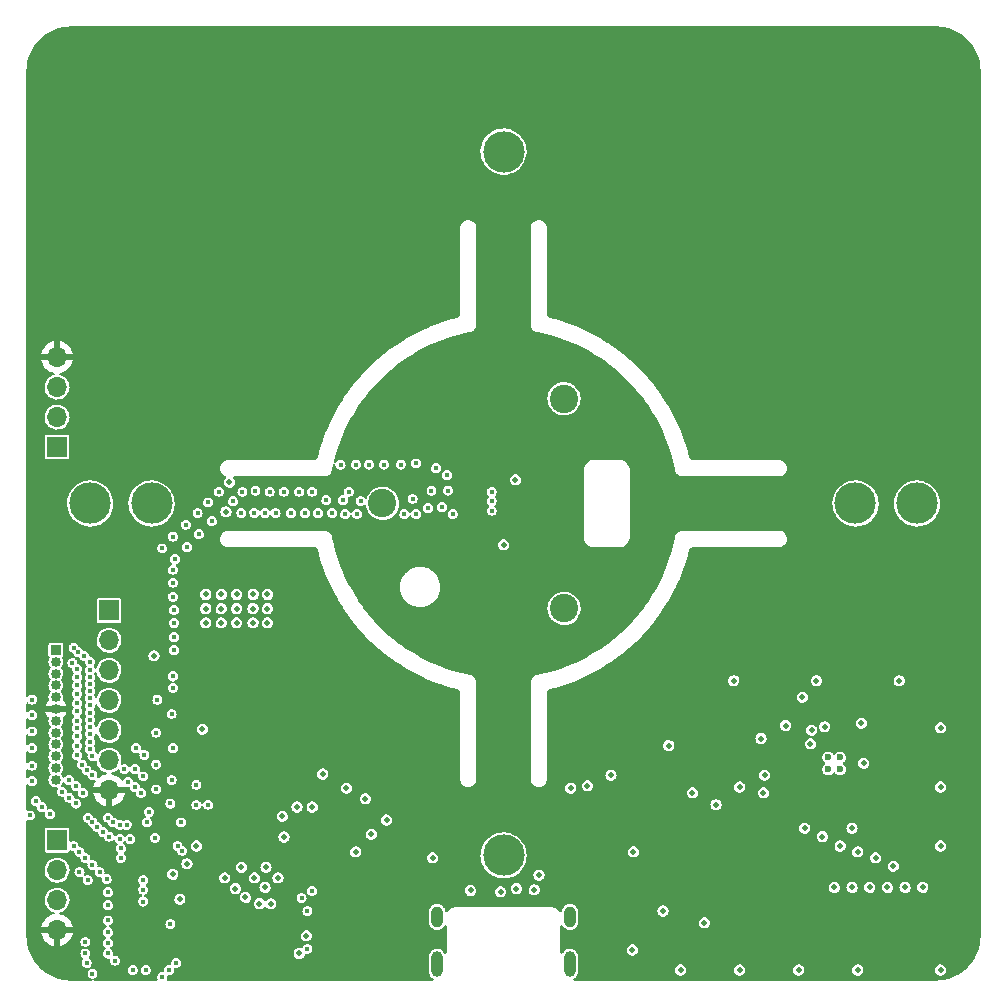
<source format=gbr>
%TF.GenerationSoftware,KiCad,Pcbnew,(6.0.5)*%
%TF.CreationDate,2023-11-22T15:14:02+07:00*%
%TF.ProjectId,view_base,76696577-5f62-4617-9365-2e6b69636164,rev?*%
%TF.SameCoordinates,Original*%
%TF.FileFunction,Copper,L3,Inr*%
%TF.FilePolarity,Positive*%
%FSLAX46Y46*%
G04 Gerber Fmt 4.6, Leading zero omitted, Abs format (unit mm)*
G04 Created by KiCad (PCBNEW (6.0.5)) date 2023-11-22 15:14:02*
%MOMM*%
%LPD*%
G01*
G04 APERTURE LIST*
%TA.AperFunction,ComponentPad*%
%ADD10C,2.400000*%
%TD*%
%TA.AperFunction,ComponentPad*%
%ADD11C,3.500000*%
%TD*%
%TA.AperFunction,ComponentPad*%
%ADD12O,1.000000X2.200000*%
%TD*%
%TA.AperFunction,ComponentPad*%
%ADD13O,1.000000X1.800000*%
%TD*%
%TA.AperFunction,ComponentPad*%
%ADD14C,0.600000*%
%TD*%
%TA.AperFunction,ComponentPad*%
%ADD15R,1.700000X1.700000*%
%TD*%
%TA.AperFunction,ComponentPad*%
%ADD16O,1.700000X1.700000*%
%TD*%
%TA.AperFunction,ComponentPad*%
%ADD17R,0.850000X0.850000*%
%TD*%
%TA.AperFunction,ComponentPad*%
%ADD18O,0.850000X0.850000*%
%TD*%
%TA.AperFunction,ViaPad*%
%ADD19C,0.400000*%
%TD*%
%TA.AperFunction,ViaPad*%
%ADD20C,0.500000*%
%TD*%
G04 APERTURE END LIST*
D10*
%TO.N,unconnected-(H3-Pad1)*%
%TO.C,H3*%
X105125400Y-91122500D03*
%TD*%
%TO.N,unconnected-(H1-Pad1)*%
%TO.C,H1*%
X105125400Y-108877500D03*
%TD*%
%TO.N,unconnected-(H2-Pad1)*%
%TO.C,H2*%
X89749100Y-100000000D03*
%TD*%
D11*
%TO.N,unconnected-(H4-Pad1)*%
%TO.C,H4*%
X100000000Y-129800000D03*
%TD*%
%TO.N,unconnected-(H5-Pad1)*%
%TO.C,H5*%
X70200000Y-100000000D03*
%TD*%
%TO.N,unconnected-(H6-Pad1)*%
%TO.C,H6*%
X100000000Y-70200000D03*
%TD*%
%TO.N,unconnected-(H7-Pad1)*%
%TO.C,H7*%
X129800000Y-100000000D03*
%TD*%
D12*
%TO.N,GND*%
%TO.C,J2*%
X94380000Y-139000000D03*
X105620000Y-139000000D03*
D13*
X105620000Y-135000000D03*
X94380000Y-135000000D03*
%TD*%
D14*
%TO.N,GND*%
%TO.C,U5*%
X127500000Y-122500000D03*
X128500000Y-121500000D03*
X128500000Y-122500000D03*
X127500000Y-121500000D03*
%TD*%
D11*
%TO.N,unconnected-(H8-Pad1)*%
%TO.C,H8*%
X135000000Y-100000000D03*
%TD*%
%TO.N,unconnected-(H9-Pad1)*%
%TO.C,H9*%
X65000000Y-100000000D03*
%TD*%
D15*
%TO.N,/LCD_RST*%
%TO.C,J6*%
X66600000Y-109040000D03*
D16*
%TO.N,/LCD_CSN*%
X66600000Y-111580000D03*
%TO.N,/LCD_DC*%
X66600000Y-114120000D03*
%TO.N,/LCD_MOSI*%
X66600000Y-116660000D03*
%TO.N,/LCD_SCK*%
X66600000Y-119200000D03*
%TO.N,GND*%
X66600000Y-121740000D03*
%TO.N,+3V3*%
X66600000Y-124280000D03*
%TD*%
D15*
%TO.N,/LC_DAT*%
%TO.C,J5*%
X62200000Y-128500000D03*
D16*
%TO.N,/LC_CLK*%
X62200000Y-131040000D03*
%TO.N,GND*%
X62200000Y-133580000D03*
%TO.N,+3V3*%
X62200000Y-136120000D03*
%TD*%
D17*
%TO.N,/LiD_SCL*%
%TO.C,J7*%
X62100000Y-112400000D03*
D18*
%TO.N,GND*%
X62100000Y-113400000D03*
X62100000Y-114400000D03*
%TO.N,/GP1*%
X62100000Y-115400000D03*
%TO.N,GND*%
X62100000Y-116400000D03*
%TO.N,+3V3*%
X62100000Y-117400000D03*
%TO.N,/VSYNC_RST*%
X62100000Y-118400000D03*
%TO.N,GND*%
X62100000Y-119400000D03*
%TO.N,/GP2*%
X62100000Y-120400000D03*
%TO.N,GND*%
X62100000Y-121400000D03*
X62100000Y-122400000D03*
%TO.N,/LiD_SDA*%
X62100000Y-123400000D03*
%TD*%
D15*
%TO.N,/SWCLK*%
%TO.C,J3*%
X62200000Y-95220000D03*
D16*
%TO.N,/SWDIO*%
X62200000Y-92680000D03*
%TO.N,GND*%
X62200000Y-90140000D03*
%TO.N,+3V3*%
X62200000Y-87600000D03*
%TD*%
D19*
%TO.N,GND*%
X94300000Y-97000000D03*
D20*
X137000000Y-139500000D03*
D19*
X65200000Y-139800000D03*
D20*
X120000000Y-124000000D03*
X77800000Y-130800000D03*
X80900000Y-131700000D03*
D19*
X72000000Y-106700000D03*
D20*
X76400000Y-131700000D03*
D19*
X99000000Y-99000000D03*
X60100000Y-123500000D03*
X72000000Y-107900000D03*
D20*
X78800000Y-110100000D03*
D19*
X86200000Y-96700000D03*
X75000000Y-99900000D03*
X81400000Y-99000000D03*
X89900000Y-96700000D03*
X63500000Y-113500000D03*
X86900000Y-99000000D03*
X63600000Y-112200000D03*
D20*
X76100000Y-107700000D03*
D19*
X65000000Y-116500000D03*
X71700000Y-139500000D03*
X66500000Y-135300000D03*
X64100000Y-129500000D03*
D20*
X125300000Y-116400000D03*
D19*
X63900000Y-119000000D03*
D20*
X79800000Y-132500000D03*
X114000000Y-120500000D03*
X137000000Y-129000000D03*
D19*
X67600000Y-129200000D03*
X65000000Y-117100000D03*
D20*
X123900000Y-118800000D03*
X72600000Y-133500000D03*
D19*
X64300000Y-122100000D03*
D20*
X79900000Y-130800000D03*
D19*
X60100000Y-119300000D03*
D20*
X130500000Y-122000000D03*
D19*
X63200000Y-123400000D03*
D20*
X78900000Y-131700000D03*
D19*
X72000000Y-102800000D03*
D20*
X117000000Y-135500000D03*
D19*
X66400000Y-131800000D03*
X71100000Y-103800000D03*
D20*
X133500000Y-115000000D03*
D19*
X65000000Y-113400000D03*
X70600000Y-124200000D03*
X70700000Y-116600000D03*
X65000000Y-117700000D03*
X60100000Y-122200000D03*
D20*
X119500000Y-115000000D03*
D19*
X87600000Y-100900000D03*
X72200000Y-104700000D03*
X63900000Y-116100000D03*
X69500000Y-131900000D03*
D20*
X77400000Y-108900000D03*
D19*
X66500000Y-137200000D03*
D20*
X77300000Y-132600000D03*
D19*
X63800000Y-125400000D03*
X67600000Y-130000000D03*
D20*
X76800000Y-98200000D03*
D19*
X71800000Y-135600000D03*
X66500000Y-126600000D03*
X60100000Y-120700000D03*
X64700000Y-138900000D03*
X65200000Y-127000000D03*
X87500000Y-96700000D03*
X68200000Y-123600000D03*
X72100000Y-110100000D03*
X65000000Y-118900000D03*
X95200000Y-97600000D03*
D20*
X101000000Y-98000000D03*
D19*
X82000000Y-100800000D03*
X72300000Y-138900000D03*
X68800000Y-122500000D03*
X63900000Y-114700000D03*
X74200000Y-102600000D03*
D20*
X100000000Y-103500000D03*
D19*
X67900000Y-122500000D03*
X62600000Y-124400000D03*
X92600000Y-100900000D03*
X63900000Y-117600000D03*
X65000000Y-115300000D03*
D20*
X122101000Y-123000000D03*
X74800000Y-107700000D03*
D19*
X93900000Y-98900000D03*
X88600000Y-96700000D03*
D20*
X129500000Y-127500000D03*
D19*
X68900000Y-120700000D03*
X72100000Y-109000000D03*
D20*
X74800000Y-110100000D03*
X125989000Y-120347000D03*
D19*
X86600000Y-100900000D03*
X91300000Y-96700000D03*
X69700000Y-139500000D03*
X68100000Y-127200000D03*
X66500000Y-132900000D03*
X64600000Y-137100000D03*
X67500000Y-127200000D03*
D20*
X87500000Y-129500000D03*
D19*
X77100000Y-99800000D03*
X64600000Y-130000000D03*
X83800000Y-99000000D03*
D20*
X76100000Y-110100000D03*
D19*
X69600000Y-121300000D03*
X63200000Y-124900000D03*
X94800000Y-100300000D03*
X69500000Y-132700000D03*
X71100000Y-140100000D03*
X95700000Y-100900000D03*
X68800000Y-124000000D03*
X72000000Y-114600000D03*
D20*
X76500000Y-100700000D03*
D19*
X95300000Y-98900000D03*
X65000000Y-114100000D03*
D20*
X78150000Y-133350000D03*
D19*
X64800000Y-126600000D03*
D20*
X115000000Y-139500000D03*
D19*
X61600000Y-126300000D03*
X63900000Y-120500000D03*
X72000000Y-115600000D03*
X65000000Y-119500000D03*
X68400000Y-128400000D03*
X65200000Y-123000000D03*
X63900000Y-116900000D03*
D20*
X78800000Y-107700000D03*
D19*
X64100000Y-131200000D03*
X91600000Y-100900000D03*
D20*
X126500000Y-115000000D03*
X80300000Y-133900000D03*
D19*
X63800000Y-123900000D03*
X69500000Y-133700000D03*
X75900000Y-99000000D03*
D20*
X127200000Y-118900000D03*
D19*
X64500000Y-112900000D03*
X59900000Y-126400000D03*
X65000000Y-114700000D03*
X70600000Y-119400000D03*
D20*
X94000000Y-130000000D03*
D19*
X99000000Y-100600000D03*
X74100000Y-100800000D03*
X60100000Y-117900000D03*
D20*
X77400000Y-110100000D03*
D19*
X80700000Y-100800000D03*
X63600000Y-129000000D03*
X66600000Y-128200000D03*
X69300000Y-124500000D03*
D20*
X137000000Y-124000000D03*
D19*
X79000000Y-98900000D03*
X66500000Y-136300000D03*
X77800000Y-100800000D03*
X72100000Y-112400000D03*
X63900000Y-115400000D03*
D20*
X80000000Y-108900000D03*
D19*
X78900000Y-100800000D03*
X63900000Y-121300000D03*
X60100000Y-116600000D03*
X64000000Y-112600000D03*
X74000000Y-123800000D03*
X66900000Y-127000000D03*
D20*
X130000000Y-139500000D03*
X77400000Y-107700000D03*
D19*
X69500000Y-123100000D03*
X73100000Y-101800000D03*
X64400000Y-124500000D03*
X71900000Y-123400000D03*
D20*
X79325000Y-133875000D03*
D19*
X65800000Y-131200000D03*
X66100000Y-127800000D03*
X72400000Y-129000000D03*
X68600000Y-139500000D03*
X72100000Y-111300000D03*
X77900000Y-99000000D03*
X66500000Y-134000000D03*
X64800000Y-131900000D03*
X72000000Y-120700000D03*
X65000000Y-120200000D03*
X80200000Y-99000000D03*
D20*
X125000000Y-139500000D03*
D19*
X75300000Y-101500000D03*
X99000000Y-99800000D03*
X70600000Y-122100000D03*
D20*
X137000000Y-119000000D03*
D19*
X75000000Y-125500000D03*
D20*
X78800000Y-108900000D03*
X110900000Y-137800000D03*
D19*
X67100000Y-138700000D03*
X60900000Y-125700000D03*
X86400000Y-99700000D03*
X85500000Y-100800000D03*
X65000000Y-115900000D03*
X93600000Y-100400000D03*
X66500000Y-138100000D03*
X87900000Y-99800000D03*
X74000000Y-125500000D03*
X63900000Y-119700000D03*
X92300000Y-99600000D03*
X65200000Y-130600000D03*
D20*
X120000000Y-139500000D03*
D19*
X85000000Y-99700000D03*
X82700000Y-99000000D03*
D20*
X130300000Y-118600000D03*
X80000000Y-107700000D03*
X118000000Y-125500000D03*
D19*
X65600000Y-127400000D03*
D20*
X80000000Y-110100000D03*
D19*
X64600000Y-138100000D03*
X65000000Y-118300000D03*
X63900000Y-118400000D03*
X92600000Y-96600000D03*
X67500000Y-128400000D03*
X83200000Y-100800000D03*
X65200000Y-121400000D03*
X72000000Y-105600000D03*
X71900000Y-117800000D03*
D20*
X74800000Y-108900000D03*
D19*
X84300000Y-100800000D03*
X72800000Y-129400000D03*
X60400000Y-125200000D03*
X79800000Y-100800000D03*
D20*
X76100000Y-108900000D03*
D19*
X71800000Y-125400000D03*
X65000000Y-120800000D03*
X73200000Y-103700000D03*
X64700000Y-122600000D03*
X63900000Y-114000000D03*
D20*
%TO.N,/USB_D+*%
X101100000Y-132600000D03*
X99749000Y-132875000D03*
%TO.N,Net-(J1-Pad3)*%
X126100000Y-119200000D03*
%TO.N,Net-(J1-Pad2)*%
X121800000Y-119900000D03*
%TO.N,Net-(J1-Pad1)*%
X122000000Y-124500000D03*
%TO.N,/MAG_CLK*%
X82700000Y-138100000D03*
D19*
X72700000Y-127000000D03*
D20*
%TO.N,/TMC_UH*%
X109100000Y-123000000D03*
X125500000Y-127500000D03*
X88300000Y-125000000D03*
X128000000Y-132500000D03*
%TO.N,/TMC_VH*%
X86700000Y-124100000D03*
X107100000Y-123900000D03*
X127000000Y-128200000D03*
X129500000Y-132500000D03*
%TO.N,/TMC_WH*%
X105700000Y-124100000D03*
X84700000Y-122900000D03*
X128500000Y-129000000D03*
X131000000Y-132500000D03*
%TO.N,/TMC_UL*%
X130000000Y-129500000D03*
X132500000Y-132500000D03*
%TO.N,/TMC_WL*%
X131500000Y-130000000D03*
X90100000Y-126800000D03*
X134000000Y-132500000D03*
X83300000Y-136600000D03*
D19*
%TO.N,/TMC_VL*%
X83400000Y-134500000D03*
D20*
X88800000Y-128000000D03*
X133000000Y-130700000D03*
X135500000Y-132500000D03*
%TO.N,+5V*%
X102600000Y-132700000D03*
X103007000Y-131459000D03*
X116000000Y-124500000D03*
X113500000Y-134500000D03*
X111000000Y-129500000D03*
X97207900Y-132761000D03*
%TO.N,+3V3*%
X87700000Y-132800000D03*
X74700000Y-136900000D03*
X81598609Y-139513193D03*
X107100000Y-137800000D03*
X74500000Y-127700000D03*
X125000000Y-138000000D03*
X97500000Y-128500000D03*
X102500000Y-128500000D03*
X68200000Y-124900000D03*
X71000000Y-130200000D03*
X138250000Y-133500000D03*
X67500000Y-133300000D03*
X107500000Y-128500000D03*
X107500000Y-130500000D03*
X84900000Y-127200000D03*
X133600000Y-128750000D03*
X64420000Y-136080000D03*
X60200000Y-87620000D03*
X104000000Y-103500000D03*
X70235000Y-137540000D03*
D19*
%TO.N,/LiD_SCL*%
X83800000Y-132800000D03*
D20*
%TO.N,/SWCLK*%
X74000000Y-129000000D03*
D19*
X70000000Y-126100000D03*
%TO.N,/LiD_SDA*%
X70500000Y-128300000D03*
D20*
X73200000Y-130500000D03*
%TO.N,/LCD_CSN*%
X83800000Y-125700000D03*
%TO.N,/LCD_SCK*%
X81418373Y-128235515D03*
%TO.N,/LCD_MOSI*%
X81273056Y-126473056D03*
%TO.N,/SWDIO*%
X70400000Y-112900000D03*
X74500000Y-119100000D03*
%TO.N,/LCD_DC*%
X82523056Y-125700000D03*
%TO.N,/LCD_RST*%
X72000000Y-131400000D03*
D19*
%TO.N,/GP1*%
X82900000Y-133400000D03*
%TO.N,/GP2*%
X83400000Y-137700000D03*
X69800000Y-127000000D03*
%TD*%
%TA.AperFunction,Conductor*%
%TO.N,+3V3*%
G36*
X136588169Y-59603018D02*
G01*
X136599641Y-59605656D01*
X136610518Y-59603195D01*
X136618820Y-59603209D01*
X136631937Y-59602069D01*
X136795841Y-59610121D01*
X136967561Y-59618557D01*
X136977220Y-59619509D01*
X137336446Y-59672794D01*
X137345964Y-59674688D01*
X137522664Y-59718949D01*
X137698217Y-59762923D01*
X137707514Y-59765743D01*
X138049427Y-59888082D01*
X138058403Y-59891800D01*
X138386678Y-60047062D01*
X138395246Y-60051642D01*
X138706721Y-60238333D01*
X138714787Y-60243722D01*
X139006490Y-60460064D01*
X139013971Y-60466205D01*
X139125313Y-60567119D01*
X139283048Y-60710082D01*
X139289918Y-60716952D01*
X139533795Y-60986029D01*
X139539936Y-60993510D01*
X139756278Y-61285213D01*
X139761667Y-61293279D01*
X139948358Y-61604754D01*
X139952938Y-61613322D01*
X140108200Y-61941597D01*
X140111918Y-61950573D01*
X140234257Y-62292486D01*
X140237077Y-62301783D01*
X140325311Y-62654030D01*
X140327207Y-62663559D01*
X140380491Y-63022776D01*
X140381443Y-63032444D01*
X140397906Y-63367541D01*
X140396859Y-63379339D01*
X140396842Y-63388777D01*
X140394344Y-63399641D01*
X140396804Y-63410513D01*
X140397059Y-63411638D01*
X140399500Y-63433488D01*
X140399500Y-136565982D01*
X140396982Y-136588168D01*
X140394344Y-136599640D01*
X140396805Y-136610517D01*
X140396791Y-136618819D01*
X140397931Y-136631936D01*
X140394346Y-136704905D01*
X140381741Y-136961498D01*
X140381443Y-136967555D01*
X140380491Y-136977219D01*
X140327880Y-137331905D01*
X140327207Y-137336440D01*
X140325312Y-137345963D01*
X140286385Y-137501369D01*
X140237077Y-137698216D01*
X140234257Y-137707513D01*
X140111919Y-138049426D01*
X140108201Y-138058402D01*
X139952938Y-138386677D01*
X139948358Y-138395245D01*
X139918986Y-138444249D01*
X139761666Y-138706723D01*
X139756281Y-138714783D01*
X139565169Y-138972468D01*
X139539948Y-139006475D01*
X139533784Y-139013985D01*
X139289919Y-139283048D01*
X139283049Y-139289918D01*
X139162732Y-139398967D01*
X139042769Y-139507696D01*
X139013986Y-139533783D01*
X139006476Y-139539946D01*
X138714792Y-139756274D01*
X138706723Y-139761666D01*
X138478927Y-139898202D01*
X138395246Y-139948358D01*
X138386678Y-139952938D01*
X138058403Y-140108200D01*
X138049427Y-140111918D01*
X137707514Y-140234257D01*
X137698217Y-140237077D01*
X137522664Y-140281051D01*
X137345964Y-140325312D01*
X137336446Y-140327206D01*
X136977220Y-140380491D01*
X136967561Y-140381443D01*
X136632457Y-140397906D01*
X136620662Y-140396859D01*
X136611227Y-140396842D01*
X136600359Y-140394343D01*
X136588359Y-140397058D01*
X136566512Y-140399499D01*
X136284021Y-140399499D01*
X106006040Y-140399500D01*
X105947849Y-140380593D01*
X105911885Y-140331093D01*
X105911885Y-140269907D01*
X105947849Y-140220407D01*
X105960634Y-140212527D01*
X106011325Y-140186364D01*
X106011327Y-140186362D01*
X106016631Y-140183625D01*
X106144396Y-140072169D01*
X106159805Y-140050245D01*
X106238456Y-139938335D01*
X106238456Y-139938334D01*
X106241887Y-139933453D01*
X106303476Y-139775487D01*
X106304751Y-139765806D01*
X106320077Y-139649387D01*
X106320500Y-139646174D01*
X106320500Y-139494193D01*
X114524697Y-139494193D01*
X114542172Y-139627828D01*
X114545010Y-139634279D01*
X114545011Y-139634281D01*
X114593611Y-139744734D01*
X114593613Y-139744737D01*
X114596451Y-139751187D01*
X114683172Y-139854353D01*
X114795362Y-139929033D01*
X114802092Y-139931136D01*
X114802093Y-139931136D01*
X114811792Y-139934166D01*
X114924002Y-139969223D01*
X114991377Y-139970458D01*
X115051699Y-139971564D01*
X115051701Y-139971564D01*
X115058752Y-139971693D01*
X115065555Y-139969838D01*
X115065557Y-139969838D01*
X115144348Y-139948357D01*
X115188779Y-139936244D01*
X115303631Y-139865725D01*
X115311806Y-139856694D01*
X115389338Y-139771037D01*
X115394073Y-139765806D01*
X115452836Y-139644518D01*
X115468779Y-139549755D01*
X115474562Y-139515384D01*
X115474562Y-139515381D01*
X115475196Y-139511614D01*
X115475338Y-139500000D01*
X115474506Y-139494193D01*
X119524697Y-139494193D01*
X119542172Y-139627828D01*
X119545010Y-139634279D01*
X119545011Y-139634281D01*
X119593611Y-139744734D01*
X119593613Y-139744737D01*
X119596451Y-139751187D01*
X119683172Y-139854353D01*
X119795362Y-139929033D01*
X119802092Y-139931136D01*
X119802093Y-139931136D01*
X119811792Y-139934166D01*
X119924002Y-139969223D01*
X119991377Y-139970458D01*
X120051699Y-139971564D01*
X120051701Y-139971564D01*
X120058752Y-139971693D01*
X120065555Y-139969838D01*
X120065557Y-139969838D01*
X120144348Y-139948357D01*
X120188779Y-139936244D01*
X120303631Y-139865725D01*
X120311806Y-139856694D01*
X120389338Y-139771037D01*
X120394073Y-139765806D01*
X120452836Y-139644518D01*
X120468779Y-139549755D01*
X120474562Y-139515384D01*
X120474562Y-139515381D01*
X120475196Y-139511614D01*
X120475338Y-139500000D01*
X120474506Y-139494193D01*
X124524697Y-139494193D01*
X124542172Y-139627828D01*
X124545010Y-139634279D01*
X124545011Y-139634281D01*
X124593611Y-139744734D01*
X124593613Y-139744737D01*
X124596451Y-139751187D01*
X124683172Y-139854353D01*
X124795362Y-139929033D01*
X124802092Y-139931136D01*
X124802093Y-139931136D01*
X124811792Y-139934166D01*
X124924002Y-139969223D01*
X124991377Y-139970458D01*
X125051699Y-139971564D01*
X125051701Y-139971564D01*
X125058752Y-139971693D01*
X125065555Y-139969838D01*
X125065557Y-139969838D01*
X125144348Y-139948357D01*
X125188779Y-139936244D01*
X125303631Y-139865725D01*
X125311806Y-139856694D01*
X125389338Y-139771037D01*
X125394073Y-139765806D01*
X125452836Y-139644518D01*
X125468779Y-139549755D01*
X125474562Y-139515384D01*
X125474562Y-139515381D01*
X125475196Y-139511614D01*
X125475338Y-139500000D01*
X125474506Y-139494193D01*
X129524697Y-139494193D01*
X129542172Y-139627828D01*
X129545010Y-139634279D01*
X129545011Y-139634281D01*
X129593611Y-139744734D01*
X129593613Y-139744737D01*
X129596451Y-139751187D01*
X129683172Y-139854353D01*
X129795362Y-139929033D01*
X129802092Y-139931136D01*
X129802093Y-139931136D01*
X129811792Y-139934166D01*
X129924002Y-139969223D01*
X129991377Y-139970458D01*
X130051699Y-139971564D01*
X130051701Y-139971564D01*
X130058752Y-139971693D01*
X130065555Y-139969838D01*
X130065557Y-139969838D01*
X130144348Y-139948357D01*
X130188779Y-139936244D01*
X130303631Y-139865725D01*
X130311806Y-139856694D01*
X130389338Y-139771037D01*
X130394073Y-139765806D01*
X130452836Y-139644518D01*
X130468779Y-139549755D01*
X130474562Y-139515384D01*
X130474562Y-139515381D01*
X130475196Y-139511614D01*
X130475338Y-139500000D01*
X130474506Y-139494193D01*
X136524697Y-139494193D01*
X136542172Y-139627828D01*
X136545010Y-139634279D01*
X136545011Y-139634281D01*
X136593611Y-139744734D01*
X136593613Y-139744737D01*
X136596451Y-139751187D01*
X136683172Y-139854353D01*
X136795362Y-139929033D01*
X136802092Y-139931136D01*
X136802093Y-139931136D01*
X136811792Y-139934166D01*
X136924002Y-139969223D01*
X136991377Y-139970458D01*
X137051699Y-139971564D01*
X137051701Y-139971564D01*
X137058752Y-139971693D01*
X137065555Y-139969838D01*
X137065557Y-139969838D01*
X137144348Y-139948357D01*
X137188779Y-139936244D01*
X137303631Y-139865725D01*
X137311806Y-139856694D01*
X137389338Y-139771037D01*
X137394073Y-139765806D01*
X137452836Y-139644518D01*
X137468779Y-139549755D01*
X137474562Y-139515384D01*
X137474562Y-139515381D01*
X137475196Y-139511614D01*
X137475338Y-139500000D01*
X137456232Y-139366588D01*
X137400450Y-139243902D01*
X137312475Y-139141803D01*
X137199382Y-139068499D01*
X137192627Y-139066479D01*
X137192623Y-139066477D01*
X137077020Y-139031905D01*
X137070259Y-139029883D01*
X136988454Y-139029383D01*
X136942540Y-139029103D01*
X136935489Y-139029060D01*
X136928712Y-139030997D01*
X136928711Y-139030997D01*
X136812685Y-139064157D01*
X136812683Y-139064158D01*
X136805905Y-139066095D01*
X136789945Y-139076165D01*
X136691924Y-139138012D01*
X136602709Y-139239029D01*
X136545432Y-139361025D01*
X136524697Y-139494193D01*
X130474506Y-139494193D01*
X130456232Y-139366588D01*
X130400450Y-139243902D01*
X130312475Y-139141803D01*
X130199382Y-139068499D01*
X130192627Y-139066479D01*
X130192623Y-139066477D01*
X130077020Y-139031905D01*
X130070259Y-139029883D01*
X129988454Y-139029383D01*
X129942540Y-139029103D01*
X129935489Y-139029060D01*
X129928712Y-139030997D01*
X129928711Y-139030997D01*
X129812685Y-139064157D01*
X129812683Y-139064158D01*
X129805905Y-139066095D01*
X129789945Y-139076165D01*
X129691924Y-139138012D01*
X129602709Y-139239029D01*
X129545432Y-139361025D01*
X129524697Y-139494193D01*
X125474506Y-139494193D01*
X125456232Y-139366588D01*
X125400450Y-139243902D01*
X125312475Y-139141803D01*
X125199382Y-139068499D01*
X125192627Y-139066479D01*
X125192623Y-139066477D01*
X125077020Y-139031905D01*
X125070259Y-139029883D01*
X124988454Y-139029383D01*
X124942540Y-139029103D01*
X124935489Y-139029060D01*
X124928712Y-139030997D01*
X124928711Y-139030997D01*
X124812685Y-139064157D01*
X124812683Y-139064158D01*
X124805905Y-139066095D01*
X124789945Y-139076165D01*
X124691924Y-139138012D01*
X124602709Y-139239029D01*
X124545432Y-139361025D01*
X124524697Y-139494193D01*
X120474506Y-139494193D01*
X120456232Y-139366588D01*
X120400450Y-139243902D01*
X120312475Y-139141803D01*
X120199382Y-139068499D01*
X120192627Y-139066479D01*
X120192623Y-139066477D01*
X120077020Y-139031905D01*
X120070259Y-139029883D01*
X119988454Y-139029383D01*
X119942540Y-139029103D01*
X119935489Y-139029060D01*
X119928712Y-139030997D01*
X119928711Y-139030997D01*
X119812685Y-139064157D01*
X119812683Y-139064158D01*
X119805905Y-139066095D01*
X119789945Y-139076165D01*
X119691924Y-139138012D01*
X119602709Y-139239029D01*
X119545432Y-139361025D01*
X119524697Y-139494193D01*
X115474506Y-139494193D01*
X115456232Y-139366588D01*
X115400450Y-139243902D01*
X115312475Y-139141803D01*
X115199382Y-139068499D01*
X115192627Y-139066479D01*
X115192623Y-139066477D01*
X115077020Y-139031905D01*
X115070259Y-139029883D01*
X114988454Y-139029383D01*
X114942540Y-139029103D01*
X114935489Y-139029060D01*
X114928712Y-139030997D01*
X114928711Y-139030997D01*
X114812685Y-139064157D01*
X114812683Y-139064158D01*
X114805905Y-139066095D01*
X114789945Y-139076165D01*
X114691924Y-139138012D01*
X114602709Y-139239029D01*
X114545432Y-139361025D01*
X114524697Y-139494193D01*
X106320500Y-139494193D01*
X106320500Y-138357484D01*
X106311818Y-138285736D01*
X106305993Y-138237602D01*
X106305992Y-138237599D01*
X106305276Y-138231680D01*
X106245345Y-138073077D01*
X106232317Y-138054120D01*
X106152692Y-137938267D01*
X106149312Y-137933349D01*
X106022721Y-137820560D01*
X105972922Y-137794193D01*
X110424697Y-137794193D01*
X110442172Y-137927828D01*
X110445010Y-137934279D01*
X110445011Y-137934281D01*
X110493611Y-138044734D01*
X110493613Y-138044737D01*
X110496451Y-138051187D01*
X110583172Y-138154353D01*
X110695362Y-138229033D01*
X110702092Y-138231136D01*
X110702093Y-138231136D01*
X110706635Y-138232555D01*
X110824002Y-138269223D01*
X110891377Y-138270458D01*
X110951699Y-138271564D01*
X110951701Y-138271564D01*
X110958752Y-138271693D01*
X110965555Y-138269838D01*
X110965557Y-138269838D01*
X111058430Y-138244518D01*
X111088779Y-138236244D01*
X111203631Y-138165725D01*
X111213925Y-138154353D01*
X111282439Y-138078659D01*
X111294073Y-138065806D01*
X111352836Y-137944518D01*
X111355383Y-137929381D01*
X111374562Y-137815384D01*
X111374562Y-137815381D01*
X111375196Y-137811614D01*
X111375338Y-137800000D01*
X111356232Y-137666588D01*
X111300450Y-137543902D01*
X111212475Y-137441803D01*
X111099382Y-137368499D01*
X111092627Y-137366479D01*
X111092623Y-137366477D01*
X110977020Y-137331905D01*
X110970259Y-137329883D01*
X110888454Y-137329383D01*
X110842540Y-137329103D01*
X110835489Y-137329060D01*
X110828712Y-137330997D01*
X110828711Y-137330997D01*
X110712685Y-137364157D01*
X110712683Y-137364158D01*
X110705905Y-137366095D01*
X110591924Y-137438012D01*
X110502709Y-137539029D01*
X110445432Y-137661025D01*
X110424697Y-137794193D01*
X105972922Y-137794193D01*
X105872881Y-137741224D01*
X105784325Y-137718980D01*
X105714231Y-137701373D01*
X105714228Y-137701373D01*
X105708441Y-137699919D01*
X105622841Y-137699471D01*
X105544861Y-137699062D01*
X105544859Y-137699062D01*
X105538895Y-137699031D01*
X105533099Y-137700423D01*
X105533095Y-137700423D01*
X105455803Y-137718980D01*
X105374032Y-137738612D01*
X105330515Y-137761073D01*
X105228675Y-137813636D01*
X105228673Y-137813638D01*
X105223369Y-137816375D01*
X105095604Y-137927831D01*
X105092173Y-137932713D01*
X105092172Y-137932714D01*
X105000497Y-138063155D01*
X104951568Y-138099892D01*
X104890390Y-138100854D01*
X104840331Y-138065672D01*
X104820500Y-138006230D01*
X104820500Y-135792357D01*
X104839407Y-135734166D01*
X104888907Y-135698202D01*
X104950093Y-135698202D01*
X105001088Y-135736283D01*
X105090688Y-135866651D01*
X105217279Y-135979440D01*
X105367119Y-136058776D01*
X105449339Y-136079429D01*
X105525769Y-136098627D01*
X105525772Y-136098627D01*
X105531559Y-136100081D01*
X105617159Y-136100529D01*
X105695139Y-136100938D01*
X105695141Y-136100938D01*
X105701105Y-136100969D01*
X105706901Y-136099577D01*
X105706905Y-136099577D01*
X105814297Y-136073793D01*
X105865968Y-136061388D01*
X105982253Y-136001369D01*
X106011325Y-135986364D01*
X106011327Y-135986362D01*
X106016631Y-135983625D01*
X106144396Y-135872169D01*
X106150516Y-135863462D01*
X106238456Y-135738335D01*
X106238456Y-135738334D01*
X106241887Y-135733453D01*
X106303476Y-135575487D01*
X106314178Y-135494193D01*
X116524697Y-135494193D01*
X116542172Y-135627828D01*
X116545010Y-135634279D01*
X116545011Y-135634281D01*
X116593611Y-135744734D01*
X116593613Y-135744737D01*
X116596451Y-135751187D01*
X116683172Y-135854353D01*
X116689043Y-135858261D01*
X116689044Y-135858262D01*
X116713075Y-135874258D01*
X116795362Y-135929033D01*
X116924002Y-135969223D01*
X116991377Y-135970458D01*
X117051699Y-135971564D01*
X117051701Y-135971564D01*
X117058752Y-135971693D01*
X117065555Y-135969838D01*
X117065557Y-135969838D01*
X117145772Y-135947969D01*
X117188779Y-135936244D01*
X117303631Y-135865725D01*
X117313925Y-135854353D01*
X117389338Y-135771037D01*
X117394073Y-135765806D01*
X117452836Y-135644518D01*
X117466652Y-135562398D01*
X117474562Y-135515384D01*
X117474562Y-135515381D01*
X117475196Y-135511614D01*
X117475338Y-135500000D01*
X117456232Y-135366588D01*
X117422457Y-135292303D01*
X117403370Y-135250324D01*
X117400450Y-135243902D01*
X117312475Y-135141803D01*
X117199382Y-135068499D01*
X117192627Y-135066479D01*
X117192623Y-135066477D01*
X117077020Y-135031905D01*
X117070259Y-135029883D01*
X116988454Y-135029383D01*
X116942540Y-135029103D01*
X116935489Y-135029060D01*
X116928712Y-135030997D01*
X116928711Y-135030997D01*
X116812685Y-135064157D01*
X116812683Y-135064158D01*
X116805905Y-135066095D01*
X116691924Y-135138012D01*
X116602709Y-135239029D01*
X116545432Y-135361025D01*
X116524697Y-135494193D01*
X106314178Y-135494193D01*
X106320500Y-135446174D01*
X106320500Y-134557484D01*
X106312841Y-134494193D01*
X113024697Y-134494193D01*
X113025612Y-134501190D01*
X113025612Y-134501191D01*
X113027468Y-134515384D01*
X113042172Y-134627828D01*
X113045010Y-134634279D01*
X113045011Y-134634281D01*
X113093611Y-134744734D01*
X113093613Y-134744737D01*
X113096451Y-134751187D01*
X113183172Y-134854353D01*
X113295362Y-134929033D01*
X113424002Y-134969223D01*
X113491377Y-134970458D01*
X113551699Y-134971564D01*
X113551701Y-134971564D01*
X113558752Y-134971693D01*
X113565555Y-134969838D01*
X113565557Y-134969838D01*
X113637763Y-134950152D01*
X113688779Y-134936244D01*
X113803631Y-134865725D01*
X113813925Y-134854353D01*
X113889338Y-134771037D01*
X113894073Y-134765806D01*
X113952836Y-134644518D01*
X113958572Y-134610424D01*
X113974562Y-134515384D01*
X113974562Y-134515381D01*
X113975196Y-134511614D01*
X113975338Y-134500000D01*
X113956232Y-134366588D01*
X113906266Y-134256694D01*
X113903370Y-134250324D01*
X113900450Y-134243902D01*
X113812475Y-134141803D01*
X113699382Y-134068499D01*
X113692627Y-134066479D01*
X113692623Y-134066477D01*
X113577020Y-134031905D01*
X113570259Y-134029883D01*
X113488454Y-134029383D01*
X113442540Y-134029103D01*
X113435489Y-134029060D01*
X113428712Y-134030997D01*
X113428711Y-134030997D01*
X113312685Y-134064157D01*
X113312683Y-134064158D01*
X113305905Y-134066095D01*
X113299941Y-134069858D01*
X113262159Y-134093697D01*
X113191924Y-134138012D01*
X113102709Y-134239029D01*
X113045432Y-134361025D01*
X113024697Y-134494193D01*
X106312841Y-134494193D01*
X106310330Y-134473441D01*
X106305993Y-134437602D01*
X106305992Y-134437599D01*
X106305276Y-134431680D01*
X106245345Y-134273077D01*
X106240293Y-134265725D01*
X106152692Y-134138267D01*
X106149312Y-134133349D01*
X106022721Y-134020560D01*
X106009482Y-134013550D01*
X105930183Y-133971564D01*
X105872881Y-133941224D01*
X105770009Y-133915384D01*
X105714231Y-133901373D01*
X105714228Y-133901373D01*
X105708441Y-133899919D01*
X105622841Y-133899471D01*
X105544861Y-133899062D01*
X105544859Y-133899062D01*
X105538895Y-133899031D01*
X105533099Y-133900423D01*
X105533095Y-133900423D01*
X105470781Y-133915384D01*
X105374032Y-133938612D01*
X105313533Y-133969838D01*
X105228675Y-134013636D01*
X105228673Y-134013638D01*
X105223369Y-134016375D01*
X105095604Y-134127831D01*
X105092173Y-134132713D01*
X105092172Y-134132714D01*
X105005038Y-134256694D01*
X104998113Y-134266547D01*
X104972931Y-134331136D01*
X104945548Y-134401369D01*
X104936524Y-134424513D01*
X104924845Y-134513231D01*
X104922120Y-134533927D01*
X104895780Y-134589153D01*
X104842009Y-134618348D01*
X104781347Y-134610362D01*
X104736657Y-134567675D01*
X104708706Y-134515384D01*
X104705262Y-134508940D01*
X104691609Y-134492303D01*
X104620814Y-134406039D01*
X104617725Y-134402275D01*
X104540535Y-134338927D01*
X104514818Y-134317822D01*
X104514817Y-134317822D01*
X104511060Y-134314738D01*
X104402469Y-134256694D01*
X104393661Y-134251986D01*
X104393659Y-134251985D01*
X104389367Y-134249691D01*
X104368319Y-134243306D01*
X104261977Y-134211048D01*
X104261976Y-134211048D01*
X104257322Y-134209636D01*
X104252483Y-134209159D01*
X104252481Y-134209159D01*
X104140896Y-134198169D01*
X104128248Y-134196090D01*
X104126184Y-134195612D01*
X104126183Y-134195612D01*
X104120718Y-134194345D01*
X104120000Y-134194344D01*
X104114548Y-134195588D01*
X104114545Y-134195588D01*
X104108266Y-134197020D01*
X104086248Y-134199500D01*
X95914281Y-134199500D01*
X95891926Y-134196943D01*
X95891565Y-134196859D01*
X95880718Y-134194345D01*
X95880000Y-134194344D01*
X95872458Y-134196065D01*
X95860144Y-134198067D01*
X95747520Y-134209159D01*
X95747519Y-134209159D01*
X95742678Y-134209636D01*
X95738024Y-134211048D01*
X95738023Y-134211048D01*
X95631682Y-134243306D01*
X95610633Y-134249691D01*
X95606341Y-134251985D01*
X95606339Y-134251986D01*
X95597531Y-134256694D01*
X95488940Y-134314738D01*
X95485183Y-134317822D01*
X95485182Y-134317822D01*
X95459465Y-134338927D01*
X95382275Y-134402275D01*
X95379186Y-134406039D01*
X95308392Y-134492303D01*
X95294738Y-134508940D01*
X95292447Y-134513227D01*
X95292444Y-134513231D01*
X95263160Y-134568017D01*
X95219054Y-134610424D01*
X95158446Y-134618807D01*
X95104485Y-134589965D01*
X95077567Y-134533243D01*
X95065993Y-134437603D01*
X95065993Y-134437601D01*
X95065276Y-134431680D01*
X95005345Y-134273077D01*
X95000293Y-134265725D01*
X94912692Y-134138267D01*
X94909312Y-134133349D01*
X94782721Y-134020560D01*
X94769482Y-134013550D01*
X94690183Y-133971564D01*
X94632881Y-133941224D01*
X94530009Y-133915384D01*
X94474231Y-133901373D01*
X94474228Y-133901373D01*
X94468441Y-133899919D01*
X94382841Y-133899471D01*
X94304861Y-133899062D01*
X94304859Y-133899062D01*
X94298895Y-133899031D01*
X94293099Y-133900423D01*
X94293095Y-133900423D01*
X94230781Y-133915384D01*
X94134032Y-133938612D01*
X94073533Y-133969838D01*
X93988675Y-134013636D01*
X93988673Y-134013638D01*
X93983369Y-134016375D01*
X93855604Y-134127831D01*
X93852173Y-134132713D01*
X93852172Y-134132714D01*
X93765038Y-134256694D01*
X93758113Y-134266547D01*
X93732931Y-134331136D01*
X93705548Y-134401369D01*
X93696524Y-134424513D01*
X93679500Y-134553826D01*
X93679500Y-135442516D01*
X93680480Y-135450613D01*
X93692537Y-135550245D01*
X93694724Y-135568320D01*
X93754655Y-135726923D01*
X93758035Y-135731840D01*
X93758036Y-135731843D01*
X93784974Y-135771037D01*
X93850688Y-135866651D01*
X93977279Y-135979440D01*
X94127119Y-136058776D01*
X94209339Y-136079429D01*
X94285769Y-136098627D01*
X94285772Y-136098627D01*
X94291559Y-136100081D01*
X94377159Y-136100529D01*
X94455139Y-136100938D01*
X94455141Y-136100938D01*
X94461105Y-136100969D01*
X94466901Y-136099577D01*
X94466905Y-136099577D01*
X94574297Y-136073793D01*
X94625968Y-136061388D01*
X94742253Y-136001369D01*
X94771325Y-135986364D01*
X94771327Y-135986362D01*
X94776631Y-135983625D01*
X94904396Y-135872169D01*
X94910516Y-135863462D01*
X94996015Y-135741808D01*
X94999503Y-135736845D01*
X95048432Y-135700108D01*
X95109610Y-135699146D01*
X95159669Y-135734328D01*
X95179500Y-135793770D01*
X95179500Y-138007643D01*
X95160593Y-138065834D01*
X95111093Y-138101798D01*
X95049907Y-138101798D01*
X94998912Y-138063717D01*
X94912692Y-137938267D01*
X94909312Y-137933349D01*
X94782721Y-137820560D01*
X94632881Y-137741224D01*
X94544325Y-137718980D01*
X94474231Y-137701373D01*
X94474228Y-137701373D01*
X94468441Y-137699919D01*
X94382841Y-137699471D01*
X94304861Y-137699062D01*
X94304859Y-137699062D01*
X94298895Y-137699031D01*
X94293099Y-137700423D01*
X94293095Y-137700423D01*
X94215803Y-137718980D01*
X94134032Y-137738612D01*
X94090515Y-137761073D01*
X93988675Y-137813636D01*
X93988673Y-137813638D01*
X93983369Y-137816375D01*
X93855604Y-137927831D01*
X93852173Y-137932713D01*
X93852172Y-137932714D01*
X93773655Y-138044433D01*
X93758113Y-138066547D01*
X93696524Y-138224513D01*
X93695745Y-138230428D01*
X93695745Y-138230429D01*
X93694682Y-138238502D01*
X93679500Y-138353826D01*
X93679500Y-139642516D01*
X93680510Y-139650864D01*
X93693920Y-139761672D01*
X93694724Y-139768320D01*
X93754655Y-139926923D01*
X93758035Y-139931840D01*
X93758036Y-139931843D01*
X93788476Y-139976133D01*
X93850688Y-140066651D01*
X93977279Y-140179440D01*
X93982549Y-140182230D01*
X93982550Y-140182231D01*
X94040676Y-140213007D01*
X94083256Y-140256946D01*
X94091877Y-140317521D01*
X94063246Y-140371595D01*
X94008300Y-140398512D01*
X93994352Y-140399500D01*
X74617251Y-140399499D01*
X71580890Y-140399499D01*
X71522699Y-140380592D01*
X71486735Y-140331092D01*
X71486735Y-140269906D01*
X71492681Y-140255553D01*
X71501368Y-140238504D01*
X71501368Y-140238503D01*
X71504905Y-140231562D01*
X71512498Y-140183625D01*
X71524523Y-140107697D01*
X71525742Y-140100000D01*
X71514264Y-140027531D01*
X71523835Y-139967100D01*
X71567100Y-139923835D01*
X71627531Y-139914264D01*
X71700000Y-139925742D01*
X71707697Y-139924523D01*
X71823867Y-139906124D01*
X71823869Y-139906124D01*
X71831562Y-139904905D01*
X71842865Y-139899146D01*
X71943306Y-139847969D01*
X71943308Y-139847968D01*
X71950245Y-139844433D01*
X72044433Y-139750245D01*
X72066202Y-139707522D01*
X72101369Y-139638502D01*
X72101369Y-139638501D01*
X72104905Y-139631562D01*
X72114265Y-139572468D01*
X72124523Y-139507697D01*
X72124523Y-139507696D01*
X72125742Y-139500000D01*
X72114264Y-139427531D01*
X72123835Y-139367100D01*
X72167100Y-139323835D01*
X72227531Y-139314264D01*
X72300000Y-139325742D01*
X72307697Y-139324523D01*
X72423867Y-139306124D01*
X72423869Y-139306124D01*
X72431562Y-139304905D01*
X72474459Y-139283048D01*
X72543306Y-139247969D01*
X72543308Y-139247968D01*
X72550245Y-139244433D01*
X72644433Y-139150245D01*
X72647974Y-139143297D01*
X72701369Y-139038502D01*
X72701369Y-139038501D01*
X72704905Y-139031562D01*
X72708261Y-139010377D01*
X72724523Y-138907697D01*
X72724523Y-138907696D01*
X72725742Y-138900000D01*
X72704905Y-138768438D01*
X72677571Y-138714792D01*
X72647969Y-138656694D01*
X72647968Y-138656692D01*
X72644433Y-138649755D01*
X72550245Y-138555567D01*
X72543308Y-138552032D01*
X72543306Y-138552031D01*
X72438502Y-138498631D01*
X72438501Y-138498631D01*
X72431562Y-138495095D01*
X72423869Y-138493876D01*
X72423867Y-138493876D01*
X72307697Y-138475477D01*
X72300000Y-138474258D01*
X72292303Y-138475477D01*
X72176133Y-138493876D01*
X72176131Y-138493876D01*
X72168438Y-138495095D01*
X72161499Y-138498631D01*
X72161498Y-138498631D01*
X72056694Y-138552031D01*
X72056692Y-138552032D01*
X72049755Y-138555567D01*
X71955567Y-138649755D01*
X71952032Y-138656692D01*
X71952031Y-138656694D01*
X71922429Y-138714792D01*
X71895095Y-138768438D01*
X71874258Y-138900000D01*
X71875477Y-138907696D01*
X71885736Y-138972468D01*
X71876165Y-139032900D01*
X71832900Y-139076165D01*
X71772469Y-139085736D01*
X71700000Y-139074258D01*
X71692303Y-139075477D01*
X71576133Y-139093876D01*
X71576131Y-139093876D01*
X71568438Y-139095095D01*
X71561499Y-139098631D01*
X71561498Y-139098631D01*
X71456694Y-139152031D01*
X71456692Y-139152032D01*
X71449755Y-139155567D01*
X71355567Y-139249755D01*
X71352032Y-139256692D01*
X71352031Y-139256694D01*
X71315421Y-139328546D01*
X71295095Y-139368438D01*
X71293876Y-139376131D01*
X71293876Y-139376133D01*
X71284888Y-139432881D01*
X71274258Y-139500000D01*
X71283238Y-139556694D01*
X71285736Y-139572468D01*
X71276165Y-139632900D01*
X71232900Y-139676165D01*
X71172469Y-139685736D01*
X71100000Y-139674258D01*
X71092303Y-139675477D01*
X70976133Y-139693876D01*
X70976131Y-139693876D01*
X70968438Y-139695095D01*
X70961499Y-139698631D01*
X70961498Y-139698631D01*
X70856694Y-139752031D01*
X70856692Y-139752032D01*
X70849755Y-139755567D01*
X70755567Y-139849755D01*
X70752032Y-139856692D01*
X70752031Y-139856694D01*
X70711479Y-139936283D01*
X70695095Y-139968438D01*
X70693876Y-139976131D01*
X70693876Y-139976133D01*
X70675477Y-140092303D01*
X70674258Y-140100000D01*
X70675477Y-140107697D01*
X70687503Y-140183625D01*
X70695095Y-140231562D01*
X70698632Y-140238503D01*
X70698632Y-140238504D01*
X70707319Y-140255553D01*
X70716891Y-140315985D01*
X70689115Y-140370501D01*
X70634599Y-140398280D01*
X70619110Y-140399499D01*
X65353780Y-140399499D01*
X65295589Y-140380592D01*
X65259625Y-140331092D01*
X65259625Y-140269906D01*
X65295589Y-140220406D01*
X65323189Y-140206344D01*
X65323867Y-140206124D01*
X65331562Y-140204905D01*
X65367951Y-140186364D01*
X65443306Y-140147969D01*
X65443308Y-140147968D01*
X65450245Y-140144433D01*
X65544433Y-140050245D01*
X65573209Y-139993770D01*
X65601369Y-139938502D01*
X65601369Y-139938501D01*
X65604905Y-139931562D01*
X65615333Y-139865725D01*
X65624523Y-139807697D01*
X65625742Y-139800000D01*
X65620923Y-139769571D01*
X65606124Y-139676133D01*
X65606124Y-139676131D01*
X65604905Y-139668438D01*
X65587501Y-139634281D01*
X65547969Y-139556694D01*
X65547968Y-139556692D01*
X65544433Y-139549755D01*
X65494678Y-139500000D01*
X68174258Y-139500000D01*
X68175477Y-139507696D01*
X68175477Y-139507697D01*
X68185736Y-139572468D01*
X68195095Y-139631562D01*
X68198631Y-139638501D01*
X68198631Y-139638502D01*
X68233799Y-139707522D01*
X68255567Y-139750245D01*
X68349755Y-139844433D01*
X68356692Y-139847968D01*
X68356694Y-139847969D01*
X68457135Y-139899146D01*
X68468438Y-139904905D01*
X68476131Y-139906124D01*
X68476133Y-139906124D01*
X68592303Y-139924523D01*
X68600000Y-139925742D01*
X68607697Y-139924523D01*
X68723867Y-139906124D01*
X68723869Y-139906124D01*
X68731562Y-139904905D01*
X68742865Y-139899146D01*
X68843306Y-139847969D01*
X68843308Y-139847968D01*
X68850245Y-139844433D01*
X68944433Y-139750245D01*
X68966202Y-139707522D01*
X69001369Y-139638502D01*
X69001369Y-139638501D01*
X69004905Y-139631562D01*
X69014265Y-139572468D01*
X69024523Y-139507697D01*
X69024523Y-139507696D01*
X69025742Y-139500000D01*
X69274258Y-139500000D01*
X69275477Y-139507696D01*
X69275477Y-139507697D01*
X69285736Y-139572468D01*
X69295095Y-139631562D01*
X69298631Y-139638501D01*
X69298631Y-139638502D01*
X69333799Y-139707522D01*
X69355567Y-139750245D01*
X69449755Y-139844433D01*
X69456692Y-139847968D01*
X69456694Y-139847969D01*
X69557135Y-139899146D01*
X69568438Y-139904905D01*
X69576131Y-139906124D01*
X69576133Y-139906124D01*
X69692303Y-139924523D01*
X69700000Y-139925742D01*
X69707697Y-139924523D01*
X69823867Y-139906124D01*
X69823869Y-139906124D01*
X69831562Y-139904905D01*
X69842865Y-139899146D01*
X69943306Y-139847969D01*
X69943308Y-139847968D01*
X69950245Y-139844433D01*
X70044433Y-139750245D01*
X70066202Y-139707522D01*
X70101369Y-139638502D01*
X70101369Y-139638501D01*
X70104905Y-139631562D01*
X70114265Y-139572468D01*
X70124523Y-139507697D01*
X70124523Y-139507696D01*
X70125742Y-139500000D01*
X70115112Y-139432881D01*
X70106124Y-139376133D01*
X70106124Y-139376131D01*
X70104905Y-139368438D01*
X70084579Y-139328546D01*
X70047969Y-139256694D01*
X70047968Y-139256692D01*
X70044433Y-139249755D01*
X69950245Y-139155567D01*
X69943308Y-139152032D01*
X69943306Y-139152031D01*
X69838502Y-139098631D01*
X69838501Y-139098631D01*
X69831562Y-139095095D01*
X69823869Y-139093876D01*
X69823867Y-139093876D01*
X69707697Y-139075477D01*
X69700000Y-139074258D01*
X69692303Y-139075477D01*
X69576133Y-139093876D01*
X69576131Y-139093876D01*
X69568438Y-139095095D01*
X69561499Y-139098631D01*
X69561498Y-139098631D01*
X69456694Y-139152031D01*
X69456692Y-139152032D01*
X69449755Y-139155567D01*
X69355567Y-139249755D01*
X69352032Y-139256692D01*
X69352031Y-139256694D01*
X69315421Y-139328546D01*
X69295095Y-139368438D01*
X69293876Y-139376131D01*
X69293876Y-139376133D01*
X69284888Y-139432881D01*
X69274258Y-139500000D01*
X69025742Y-139500000D01*
X69015112Y-139432881D01*
X69006124Y-139376133D01*
X69006124Y-139376131D01*
X69004905Y-139368438D01*
X68984579Y-139328546D01*
X68947969Y-139256694D01*
X68947968Y-139256692D01*
X68944433Y-139249755D01*
X68850245Y-139155567D01*
X68843308Y-139152032D01*
X68843306Y-139152031D01*
X68738502Y-139098631D01*
X68738501Y-139098631D01*
X68731562Y-139095095D01*
X68723869Y-139093876D01*
X68723867Y-139093876D01*
X68607697Y-139075477D01*
X68600000Y-139074258D01*
X68592303Y-139075477D01*
X68476133Y-139093876D01*
X68476131Y-139093876D01*
X68468438Y-139095095D01*
X68461499Y-139098631D01*
X68461498Y-139098631D01*
X68356694Y-139152031D01*
X68356692Y-139152032D01*
X68349755Y-139155567D01*
X68255567Y-139249755D01*
X68252032Y-139256692D01*
X68252031Y-139256694D01*
X68215421Y-139328546D01*
X68195095Y-139368438D01*
X68193876Y-139376131D01*
X68193876Y-139376133D01*
X68184888Y-139432881D01*
X68174258Y-139500000D01*
X65494678Y-139500000D01*
X65450245Y-139455567D01*
X65443308Y-139452032D01*
X65443306Y-139452031D01*
X65338502Y-139398631D01*
X65338501Y-139398631D01*
X65331562Y-139395095D01*
X65323869Y-139393876D01*
X65323867Y-139393876D01*
X65207697Y-139375477D01*
X65200000Y-139374258D01*
X65192303Y-139375477D01*
X65134219Y-139384676D01*
X65068438Y-139395095D01*
X65061495Y-139398633D01*
X65060466Y-139398967D01*
X64999281Y-139398966D01*
X64961414Y-139371454D01*
X64969126Y-139395189D01*
X64950218Y-139453379D01*
X64940130Y-139465192D01*
X64855567Y-139549755D01*
X64852032Y-139556692D01*
X64852031Y-139556694D01*
X64812499Y-139634281D01*
X64795095Y-139668438D01*
X64793876Y-139676131D01*
X64793876Y-139676133D01*
X64779077Y-139769571D01*
X64774258Y-139800000D01*
X64775477Y-139807697D01*
X64784668Y-139865725D01*
X64795095Y-139931562D01*
X64798631Y-139938501D01*
X64798631Y-139938502D01*
X64826792Y-139993770D01*
X64855567Y-140050245D01*
X64949755Y-140144433D01*
X64956692Y-140147968D01*
X64956694Y-140147969D01*
X65032049Y-140186364D01*
X65068438Y-140204905D01*
X65076133Y-140206124D01*
X65076811Y-140206344D01*
X65126312Y-140242307D01*
X65145220Y-140300497D01*
X65126314Y-140358688D01*
X65076814Y-140394653D01*
X65046220Y-140399499D01*
X63434018Y-140399499D01*
X63411832Y-140396981D01*
X63411802Y-140396974D01*
X63400360Y-140394343D01*
X63389483Y-140396804D01*
X63381181Y-140396790D01*
X63368064Y-140397930D01*
X63204160Y-140389878D01*
X63032440Y-140381442D01*
X63022781Y-140380490D01*
X62663555Y-140327205D01*
X62654037Y-140325311D01*
X62477337Y-140281050D01*
X62301784Y-140237076D01*
X62292487Y-140234256D01*
X61950574Y-140111918D01*
X61941598Y-140108200D01*
X61613323Y-139952937D01*
X61604755Y-139948357D01*
X61473051Y-139869417D01*
X61293278Y-139761665D01*
X61285218Y-139756280D01*
X60993524Y-139539946D01*
X60986015Y-139533783D01*
X60957233Y-139507696D01*
X60837269Y-139398967D01*
X60716952Y-139289918D01*
X60710082Y-139283048D01*
X60466217Y-139013985D01*
X60460053Y-139006475D01*
X60413204Y-138943306D01*
X60243720Y-138714782D01*
X60238330Y-138706714D01*
X60051643Y-138395245D01*
X60047063Y-138386677D01*
X59911474Y-138100000D01*
X64174258Y-138100000D01*
X64175477Y-138107696D01*
X64175477Y-138107697D01*
X64185736Y-138172468D01*
X64195095Y-138231562D01*
X64198631Y-138238501D01*
X64198631Y-138238502D01*
X64227467Y-138295095D01*
X64255567Y-138350245D01*
X64349755Y-138444433D01*
X64356694Y-138447969D01*
X64356696Y-138447970D01*
X64368211Y-138453837D01*
X64411476Y-138497101D01*
X64421048Y-138557533D01*
X64393271Y-138612051D01*
X64355567Y-138649755D01*
X64352032Y-138656692D01*
X64352031Y-138656694D01*
X64322429Y-138714792D01*
X64295095Y-138768438D01*
X64274258Y-138900000D01*
X64275477Y-138907696D01*
X64275477Y-138907697D01*
X64291740Y-139010377D01*
X64295095Y-139031562D01*
X64298631Y-139038501D01*
X64298631Y-139038502D01*
X64352027Y-139143297D01*
X64355567Y-139150245D01*
X64449755Y-139244433D01*
X64456692Y-139247968D01*
X64456694Y-139247969D01*
X64525541Y-139283048D01*
X64568438Y-139304905D01*
X64576131Y-139306124D01*
X64576133Y-139306124D01*
X64692303Y-139324523D01*
X64700000Y-139325742D01*
X64831562Y-139304905D01*
X64838505Y-139301367D01*
X64839534Y-139301033D01*
X64900719Y-139301034D01*
X64938586Y-139328546D01*
X64930874Y-139304811D01*
X64949782Y-139246621D01*
X64959870Y-139234808D01*
X65044433Y-139150245D01*
X65047974Y-139143297D01*
X65101369Y-139038502D01*
X65101369Y-139038501D01*
X65104905Y-139031562D01*
X65108261Y-139010377D01*
X65124523Y-138907697D01*
X65124523Y-138907696D01*
X65125742Y-138900000D01*
X65104905Y-138768438D01*
X65077571Y-138714792D01*
X65047969Y-138656694D01*
X65047968Y-138656692D01*
X65044433Y-138649755D01*
X64950245Y-138555567D01*
X64943306Y-138552031D01*
X64943304Y-138552030D01*
X64931789Y-138546163D01*
X64888524Y-138502899D01*
X64878952Y-138442467D01*
X64906729Y-138387949D01*
X64944433Y-138350245D01*
X64972534Y-138295095D01*
X65001369Y-138238502D01*
X65001369Y-138238501D01*
X65004905Y-138231562D01*
X65014265Y-138172468D01*
X65024523Y-138107697D01*
X65024523Y-138107696D01*
X65025742Y-138100000D01*
X66074258Y-138100000D01*
X66075477Y-138107696D01*
X66075477Y-138107697D01*
X66085736Y-138172468D01*
X66095095Y-138231562D01*
X66098631Y-138238501D01*
X66098631Y-138238502D01*
X66127467Y-138295095D01*
X66155567Y-138350245D01*
X66249755Y-138444433D01*
X66256692Y-138447968D01*
X66256694Y-138447969D01*
X66361498Y-138501369D01*
X66368438Y-138504905D01*
X66376131Y-138506124D01*
X66376133Y-138506124D01*
X66492303Y-138524523D01*
X66500000Y-138525742D01*
X66572469Y-138514264D01*
X66632900Y-138523835D01*
X66676165Y-138567100D01*
X66685736Y-138627531D01*
X66674258Y-138700000D01*
X66695095Y-138831562D01*
X66698631Y-138838501D01*
X66698631Y-138838502D01*
X66733888Y-138907697D01*
X66755567Y-138950245D01*
X66849755Y-139044433D01*
X66856692Y-139047968D01*
X66856694Y-139047969D01*
X66961498Y-139101369D01*
X66968438Y-139104905D01*
X66976131Y-139106124D01*
X66976133Y-139106124D01*
X67092303Y-139124523D01*
X67100000Y-139125742D01*
X67107697Y-139124523D01*
X67223867Y-139106124D01*
X67223869Y-139106124D01*
X67231562Y-139104905D01*
X67238502Y-139101369D01*
X67343306Y-139047969D01*
X67343308Y-139047968D01*
X67350245Y-139044433D01*
X67444433Y-138950245D01*
X67466113Y-138907697D01*
X67501369Y-138838502D01*
X67501369Y-138838501D01*
X67504905Y-138831562D01*
X67525742Y-138700000D01*
X67516912Y-138644249D01*
X67506124Y-138576133D01*
X67506124Y-138576131D01*
X67504905Y-138568438D01*
X67489446Y-138538098D01*
X67447969Y-138456694D01*
X67447968Y-138456692D01*
X67444433Y-138449755D01*
X67350245Y-138355567D01*
X67343308Y-138352032D01*
X67343306Y-138352031D01*
X67238502Y-138298631D01*
X67238501Y-138298631D01*
X67231562Y-138295095D01*
X67223869Y-138293876D01*
X67223867Y-138293876D01*
X67107697Y-138275477D01*
X67100000Y-138274258D01*
X67027531Y-138285736D01*
X66967100Y-138276165D01*
X66923835Y-138232900D01*
X66914264Y-138172468D01*
X66914748Y-138169417D01*
X66925742Y-138100000D01*
X66924822Y-138094193D01*
X82224697Y-138094193D01*
X82242172Y-138227828D01*
X82245010Y-138234279D01*
X82245011Y-138234281D01*
X82293611Y-138344734D01*
X82293613Y-138344737D01*
X82296451Y-138351187D01*
X82383172Y-138454353D01*
X82389043Y-138458261D01*
X82389044Y-138458262D01*
X82439267Y-138491693D01*
X82495362Y-138529033D01*
X82624002Y-138569223D01*
X82691377Y-138570458D01*
X82751699Y-138571564D01*
X82751701Y-138571564D01*
X82758752Y-138571693D01*
X82765555Y-138569838D01*
X82765557Y-138569838D01*
X82852396Y-138546163D01*
X82888779Y-138536244D01*
X83003631Y-138465725D01*
X83011806Y-138456694D01*
X83074030Y-138387949D01*
X83094073Y-138365806D01*
X83152836Y-138244518D01*
X83162447Y-138187389D01*
X83190746Y-138133142D01*
X83245527Y-138105889D01*
X83275560Y-138106033D01*
X83400000Y-138125742D01*
X83407697Y-138124523D01*
X83523867Y-138106124D01*
X83523869Y-138106124D01*
X83531562Y-138104905D01*
X83541401Y-138099892D01*
X83643306Y-138047969D01*
X83643308Y-138047968D01*
X83650245Y-138044433D01*
X83744433Y-137950245D01*
X83750895Y-137937564D01*
X83801369Y-137838502D01*
X83801369Y-137838501D01*
X83804905Y-137831562D01*
X83807311Y-137816375D01*
X83824523Y-137707697D01*
X83825742Y-137700000D01*
X83819228Y-137658873D01*
X83806124Y-137576133D01*
X83806124Y-137576131D01*
X83804905Y-137568438D01*
X83801369Y-137561498D01*
X83747969Y-137456694D01*
X83747968Y-137456692D01*
X83744433Y-137449755D01*
X83650245Y-137355567D01*
X83643308Y-137352032D01*
X83643306Y-137352031D01*
X83538502Y-137298631D01*
X83538501Y-137298631D01*
X83531562Y-137295095D01*
X83523869Y-137293876D01*
X83523867Y-137293876D01*
X83407697Y-137275477D01*
X83400000Y-137274258D01*
X83392303Y-137275477D01*
X83276133Y-137293876D01*
X83276131Y-137293876D01*
X83268438Y-137295095D01*
X83261499Y-137298631D01*
X83261498Y-137298631D01*
X83156694Y-137352031D01*
X83156692Y-137352032D01*
X83149755Y-137355567D01*
X83055567Y-137449755D01*
X83052032Y-137456692D01*
X83052031Y-137456694D01*
X82998631Y-137561498D01*
X82995095Y-137568438D01*
X82993341Y-137579513D01*
X82991787Y-137582562D01*
X82991469Y-137583542D01*
X82991314Y-137583492D01*
X82965562Y-137634029D01*
X82911045Y-137661805D01*
X82867195Y-137658873D01*
X82770259Y-137629883D01*
X82688454Y-137629383D01*
X82642540Y-137629103D01*
X82635489Y-137629060D01*
X82628712Y-137630997D01*
X82628711Y-137630997D01*
X82512685Y-137664157D01*
X82512683Y-137664158D01*
X82505905Y-137666095D01*
X82391924Y-137738012D01*
X82302709Y-137839029D01*
X82245432Y-137961025D01*
X82224697Y-138094193D01*
X66924822Y-138094193D01*
X66921478Y-138073077D01*
X66906124Y-137976133D01*
X66906124Y-137976131D01*
X66904905Y-137968438D01*
X66886703Y-137932714D01*
X66847969Y-137856694D01*
X66847968Y-137856692D01*
X66844433Y-137849755D01*
X66750245Y-137755567D01*
X66743308Y-137752032D01*
X66743306Y-137752031D01*
X66716180Y-137738210D01*
X66672915Y-137694945D01*
X66663344Y-137634513D01*
X66691121Y-137579996D01*
X66716180Y-137561790D01*
X66743306Y-137547969D01*
X66743308Y-137547968D01*
X66750245Y-137544433D01*
X66844433Y-137450245D01*
X66847974Y-137443297D01*
X66901369Y-137338502D01*
X66901369Y-137338501D01*
X66904905Y-137331562D01*
X66925742Y-137200000D01*
X66904905Y-137068438D01*
X66889446Y-137038098D01*
X66847969Y-136956694D01*
X66847968Y-136956692D01*
X66844433Y-136949755D01*
X66750245Y-136855567D01*
X66743308Y-136852032D01*
X66743306Y-136852031D01*
X66716180Y-136838210D01*
X66672915Y-136794945D01*
X66663344Y-136734513D01*
X66691121Y-136679996D01*
X66716180Y-136661790D01*
X66743306Y-136647969D01*
X66743308Y-136647968D01*
X66750245Y-136644433D01*
X66800485Y-136594193D01*
X82824697Y-136594193D01*
X82825612Y-136601190D01*
X82825612Y-136601191D01*
X82829701Y-136632458D01*
X82842172Y-136727828D01*
X82845010Y-136734279D01*
X82845011Y-136734281D01*
X82893611Y-136844734D01*
X82893613Y-136844737D01*
X82896451Y-136851187D01*
X82983172Y-136954353D01*
X82989043Y-136958261D01*
X82989044Y-136958262D01*
X83017529Y-136977223D01*
X83095362Y-137029033D01*
X83224002Y-137069223D01*
X83291377Y-137070458D01*
X83351699Y-137071564D01*
X83351701Y-137071564D01*
X83358752Y-137071693D01*
X83365555Y-137069838D01*
X83365557Y-137069838D01*
X83437763Y-137050152D01*
X83488779Y-137036244D01*
X83603631Y-136965725D01*
X83611806Y-136956694D01*
X83689338Y-136871037D01*
X83694073Y-136865806D01*
X83752836Y-136744518D01*
X83769080Y-136647969D01*
X83774562Y-136615384D01*
X83774562Y-136615381D01*
X83775196Y-136611614D01*
X83775338Y-136600000D01*
X83756232Y-136466588D01*
X83715956Y-136378006D01*
X83703370Y-136350324D01*
X83700450Y-136343902D01*
X83612475Y-136241803D01*
X83499382Y-136168499D01*
X83492627Y-136166479D01*
X83492623Y-136166477D01*
X83377020Y-136131905D01*
X83370259Y-136129883D01*
X83288454Y-136129383D01*
X83242540Y-136129103D01*
X83235489Y-136129060D01*
X83228712Y-136130997D01*
X83228711Y-136130997D01*
X83112685Y-136164157D01*
X83112683Y-136164158D01*
X83105905Y-136166095D01*
X82991924Y-136238012D01*
X82902709Y-136339029D01*
X82845432Y-136461025D01*
X82824697Y-136594193D01*
X66800485Y-136594193D01*
X66844433Y-136550245D01*
X66854108Y-136531258D01*
X66901369Y-136438502D01*
X66901369Y-136438501D01*
X66904905Y-136431562D01*
X66911539Y-136389680D01*
X66924523Y-136307697D01*
X66925742Y-136300000D01*
X66904905Y-136168438D01*
X66885260Y-136129883D01*
X66847969Y-136056694D01*
X66847968Y-136056692D01*
X66844433Y-136049755D01*
X66750245Y-135955567D01*
X66743308Y-135952032D01*
X66743306Y-135952031D01*
X66638502Y-135898631D01*
X66638501Y-135898631D01*
X66631562Y-135895095D01*
X66624474Y-135893972D01*
X66575224Y-135858192D01*
X66556316Y-135800002D01*
X66575222Y-135741811D01*
X66624474Y-135706028D01*
X66631562Y-135704905D01*
X66642865Y-135699146D01*
X66743306Y-135647969D01*
X66743308Y-135647968D01*
X66750245Y-135644433D01*
X66794678Y-135600000D01*
X71374258Y-135600000D01*
X71375477Y-135607697D01*
X71382715Y-135653394D01*
X71395095Y-135731562D01*
X71398631Y-135738501D01*
X71398631Y-135738502D01*
X71426792Y-135793770D01*
X71455567Y-135850245D01*
X71549755Y-135944433D01*
X71556692Y-135947968D01*
X71556694Y-135947969D01*
X71632049Y-135986364D01*
X71668438Y-136004905D01*
X71676131Y-136006124D01*
X71676133Y-136006124D01*
X71792303Y-136024523D01*
X71800000Y-136025742D01*
X71807697Y-136024523D01*
X71923867Y-136006124D01*
X71923869Y-136006124D01*
X71931562Y-136004905D01*
X71967951Y-135986364D01*
X72043306Y-135947969D01*
X72043308Y-135947968D01*
X72050245Y-135944433D01*
X72144433Y-135850245D01*
X72173209Y-135793770D01*
X72201369Y-135738502D01*
X72201369Y-135738501D01*
X72204905Y-135731562D01*
X72217286Y-135653394D01*
X72224523Y-135607697D01*
X72225742Y-135600000D01*
X72220923Y-135569571D01*
X72206124Y-135476133D01*
X72206124Y-135476131D01*
X72204905Y-135468438D01*
X72182195Y-135423867D01*
X72147969Y-135356694D01*
X72147968Y-135356692D01*
X72144433Y-135349755D01*
X72050245Y-135255567D01*
X72043308Y-135252032D01*
X72043306Y-135252031D01*
X71938502Y-135198631D01*
X71938501Y-135198631D01*
X71931562Y-135195095D01*
X71923869Y-135193876D01*
X71923867Y-135193876D01*
X71807697Y-135175477D01*
X71800000Y-135174258D01*
X71792303Y-135175477D01*
X71676133Y-135193876D01*
X71676131Y-135193876D01*
X71668438Y-135195095D01*
X71661499Y-135198631D01*
X71661498Y-135198631D01*
X71556694Y-135252031D01*
X71556692Y-135252032D01*
X71549755Y-135255567D01*
X71455567Y-135349755D01*
X71452032Y-135356692D01*
X71452031Y-135356694D01*
X71417805Y-135423867D01*
X71395095Y-135468438D01*
X71393876Y-135476131D01*
X71393876Y-135476133D01*
X71379077Y-135569571D01*
X71374258Y-135600000D01*
X66794678Y-135600000D01*
X66844433Y-135550245D01*
X66864117Y-135511614D01*
X66901369Y-135438502D01*
X66901369Y-135438501D01*
X66904905Y-135431562D01*
X66925742Y-135300000D01*
X66924523Y-135292303D01*
X66906124Y-135176133D01*
X66906124Y-135176131D01*
X66904905Y-135168438D01*
X66853984Y-135068499D01*
X66847969Y-135056694D01*
X66847968Y-135056692D01*
X66844433Y-135049755D01*
X66750245Y-134955567D01*
X66743308Y-134952032D01*
X66743306Y-134952031D01*
X66638502Y-134898631D01*
X66638501Y-134898631D01*
X66631562Y-134895095D01*
X66623869Y-134893876D01*
X66623867Y-134893876D01*
X66507697Y-134875477D01*
X66500000Y-134874258D01*
X66492303Y-134875477D01*
X66376133Y-134893876D01*
X66376131Y-134893876D01*
X66368438Y-134895095D01*
X66361499Y-134898631D01*
X66361498Y-134898631D01*
X66256694Y-134952031D01*
X66256692Y-134952032D01*
X66249755Y-134955567D01*
X66155567Y-135049755D01*
X66152032Y-135056692D01*
X66152031Y-135056694D01*
X66146016Y-135068499D01*
X66095095Y-135168438D01*
X66093876Y-135176131D01*
X66093876Y-135176133D01*
X66075477Y-135292303D01*
X66074258Y-135300000D01*
X66095095Y-135431562D01*
X66098631Y-135438501D01*
X66098631Y-135438502D01*
X66135884Y-135511614D01*
X66155567Y-135550245D01*
X66249755Y-135644433D01*
X66256692Y-135647968D01*
X66256694Y-135647969D01*
X66357135Y-135699146D01*
X66368438Y-135704905D01*
X66375526Y-135706028D01*
X66424776Y-135741808D01*
X66443684Y-135799998D01*
X66424778Y-135858189D01*
X66375526Y-135893972D01*
X66368438Y-135895095D01*
X66361499Y-135898631D01*
X66361498Y-135898631D01*
X66256694Y-135952031D01*
X66256692Y-135952032D01*
X66249755Y-135955567D01*
X66155567Y-136049755D01*
X66152032Y-136056692D01*
X66152031Y-136056694D01*
X66114740Y-136129883D01*
X66095095Y-136168438D01*
X66074258Y-136300000D01*
X66075477Y-136307697D01*
X66088462Y-136389680D01*
X66095095Y-136431562D01*
X66098631Y-136438501D01*
X66098631Y-136438502D01*
X66145893Y-136531258D01*
X66155567Y-136550245D01*
X66249755Y-136644433D01*
X66256692Y-136647968D01*
X66256694Y-136647969D01*
X66283820Y-136661790D01*
X66327085Y-136705055D01*
X66336656Y-136765487D01*
X66308879Y-136820004D01*
X66283820Y-136838210D01*
X66256694Y-136852031D01*
X66256692Y-136852032D01*
X66249755Y-136855567D01*
X66155567Y-136949755D01*
X66152032Y-136956692D01*
X66152031Y-136956694D01*
X66110554Y-137038098D01*
X66095095Y-137068438D01*
X66074258Y-137200000D01*
X66095095Y-137331562D01*
X66098631Y-137338501D01*
X66098631Y-137338502D01*
X66152027Y-137443297D01*
X66155567Y-137450245D01*
X66249755Y-137544433D01*
X66256692Y-137547968D01*
X66256694Y-137547969D01*
X66283820Y-137561790D01*
X66327085Y-137605055D01*
X66336656Y-137665487D01*
X66308879Y-137720004D01*
X66283820Y-137738210D01*
X66256694Y-137752031D01*
X66256692Y-137752032D01*
X66249755Y-137755567D01*
X66155567Y-137849755D01*
X66152032Y-137856692D01*
X66152031Y-137856694D01*
X66113297Y-137932714D01*
X66095095Y-137968438D01*
X66093876Y-137976131D01*
X66093876Y-137976133D01*
X66078522Y-138073077D01*
X66074258Y-138100000D01*
X65025742Y-138100000D01*
X65021478Y-138073077D01*
X65006124Y-137976133D01*
X65006124Y-137976131D01*
X65004905Y-137968438D01*
X64986703Y-137932714D01*
X64947969Y-137856694D01*
X64947968Y-137856692D01*
X64944433Y-137849755D01*
X64850245Y-137755567D01*
X64843308Y-137752032D01*
X64843306Y-137752031D01*
X64738502Y-137698631D01*
X64738501Y-137698631D01*
X64731562Y-137695095D01*
X64724474Y-137693972D01*
X64675224Y-137658192D01*
X64656316Y-137600002D01*
X64675222Y-137541811D01*
X64724474Y-137506028D01*
X64731562Y-137504905D01*
X64738502Y-137501369D01*
X64843306Y-137447969D01*
X64843308Y-137447968D01*
X64850245Y-137444433D01*
X64944433Y-137350245D01*
X64950417Y-137338502D01*
X65001369Y-137238502D01*
X65001369Y-137238501D01*
X65004905Y-137231562D01*
X65025742Y-137100000D01*
X65020888Y-137069352D01*
X65006124Y-136976133D01*
X65006124Y-136976131D01*
X65004905Y-136968438D01*
X64955277Y-136871037D01*
X64947969Y-136856694D01*
X64947968Y-136856692D01*
X64944433Y-136849755D01*
X64850245Y-136755567D01*
X64843308Y-136752032D01*
X64843306Y-136752031D01*
X64738502Y-136698631D01*
X64738501Y-136698631D01*
X64731562Y-136695095D01*
X64723869Y-136693876D01*
X64723867Y-136693876D01*
X64607697Y-136675477D01*
X64600000Y-136674258D01*
X64592303Y-136675477D01*
X64476133Y-136693876D01*
X64476131Y-136693876D01*
X64468438Y-136695095D01*
X64461499Y-136698631D01*
X64461498Y-136698631D01*
X64356694Y-136752031D01*
X64356692Y-136752032D01*
X64349755Y-136755567D01*
X64255567Y-136849755D01*
X64252032Y-136856692D01*
X64252031Y-136856694D01*
X64244723Y-136871037D01*
X64195095Y-136968438D01*
X64193876Y-136976131D01*
X64193876Y-136976133D01*
X64179112Y-137069352D01*
X64174258Y-137100000D01*
X64195095Y-137231562D01*
X64198631Y-137238501D01*
X64198631Y-137238502D01*
X64249584Y-137338502D01*
X64255567Y-137350245D01*
X64349755Y-137444433D01*
X64356692Y-137447968D01*
X64356694Y-137447969D01*
X64461498Y-137501369D01*
X64468438Y-137504905D01*
X64475526Y-137506028D01*
X64524776Y-137541808D01*
X64543684Y-137599998D01*
X64524778Y-137658189D01*
X64475526Y-137693972D01*
X64468438Y-137695095D01*
X64461499Y-137698631D01*
X64461498Y-137698631D01*
X64356694Y-137752031D01*
X64356692Y-137752032D01*
X64349755Y-137755567D01*
X64255567Y-137849755D01*
X64252032Y-137856692D01*
X64252031Y-137856694D01*
X64213297Y-137932714D01*
X64195095Y-137968438D01*
X64193876Y-137976131D01*
X64193876Y-137976133D01*
X64178522Y-138073077D01*
X64174258Y-138100000D01*
X59911474Y-138100000D01*
X59891800Y-138058402D01*
X59888082Y-138049426D01*
X59765744Y-137707513D01*
X59762924Y-137698216D01*
X59713616Y-137501369D01*
X59674689Y-137345963D01*
X59672794Y-137336440D01*
X59672122Y-137331905D01*
X59619510Y-136977219D01*
X59618558Y-136967555D01*
X59618468Y-136965725D01*
X59602095Y-136632455D01*
X59603142Y-136620660D01*
X59603159Y-136611222D01*
X59605657Y-136600358D01*
X59602942Y-136588358D01*
X59600501Y-136566511D01*
X59600501Y-136387014D01*
X60868043Y-136387014D01*
X60898807Y-136523524D01*
X60901231Y-136531258D01*
X60982183Y-136730620D01*
X60985840Y-136737860D01*
X61098266Y-136921322D01*
X61103056Y-136927867D01*
X61243935Y-137090502D01*
X61249729Y-137096176D01*
X61415292Y-137233629D01*
X61421921Y-137238270D01*
X61607713Y-137346838D01*
X61615008Y-137350334D01*
X61816038Y-137427099D01*
X61823808Y-137429357D01*
X61930637Y-137451091D01*
X61943846Y-137449586D01*
X61946000Y-137441405D01*
X61946000Y-137440952D01*
X62454000Y-137440952D01*
X62458122Y-137453637D01*
X62459650Y-137454748D01*
X62464884Y-137455238D01*
X62479291Y-137453392D01*
X62487200Y-137451710D01*
X62693304Y-137389876D01*
X62700852Y-137386918D01*
X62894087Y-137292253D01*
X62901046Y-137288104D01*
X63076231Y-137163148D01*
X63082412Y-137157924D01*
X63234831Y-137006035D01*
X63240088Y-136999858D01*
X63365651Y-136825119D01*
X63369823Y-136818176D01*
X63465164Y-136625268D01*
X63468144Y-136617744D01*
X63530701Y-136411843D01*
X63532410Y-136403938D01*
X63534304Y-136389547D01*
X63531873Y-136376431D01*
X63530571Y-136375195D01*
X63525290Y-136374000D01*
X62469680Y-136374000D01*
X62456995Y-136378122D01*
X62454000Y-136382243D01*
X62454000Y-137440952D01*
X61946000Y-137440952D01*
X61946000Y-136389680D01*
X61941878Y-136376995D01*
X61937757Y-136374000D01*
X60880790Y-136374000D01*
X60868460Y-136378006D01*
X60868043Y-136387014D01*
X59600501Y-136387014D01*
X59600501Y-135855384D01*
X60864056Y-135855384D01*
X60865756Y-135863462D01*
X60867566Y-135865098D01*
X60871792Y-135866000D01*
X63520779Y-135866000D01*
X63532730Y-135862117D01*
X63533058Y-135852462D01*
X63490946Y-135684809D01*
X63488333Y-135677133D01*
X63402534Y-135479807D01*
X63398701Y-135472660D01*
X63281826Y-135291997D01*
X63276880Y-135285575D01*
X63132065Y-135126426D01*
X63126139Y-135120899D01*
X62957269Y-134987534D01*
X62950525Y-134983054D01*
X62762141Y-134879060D01*
X62754749Y-134875738D01*
X62551920Y-134803912D01*
X62544081Y-134801841D01*
X62474589Y-134789463D01*
X62420616Y-134760644D01*
X62393890Y-134705605D01*
X62404619Y-134645367D01*
X62448706Y-134602941D01*
X62465327Y-134596644D01*
X62509867Y-134584208D01*
X62581725Y-134564145D01*
X62586038Y-134561966D01*
X62586044Y-134561964D01*
X62708711Y-134500000D01*
X82974258Y-134500000D01*
X82975477Y-134507697D01*
X82989565Y-134596644D01*
X82995095Y-134631562D01*
X82998631Y-134638501D01*
X82998631Y-134638502D01*
X83032822Y-134705605D01*
X83055567Y-134750245D01*
X83149755Y-134844433D01*
X83156692Y-134847968D01*
X83156694Y-134847969D01*
X83261498Y-134901369D01*
X83268438Y-134904905D01*
X83276131Y-134906124D01*
X83276133Y-134906124D01*
X83392303Y-134924523D01*
X83400000Y-134925742D01*
X83407697Y-134924523D01*
X83523867Y-134906124D01*
X83523869Y-134906124D01*
X83531562Y-134904905D01*
X83538502Y-134901369D01*
X83643306Y-134847969D01*
X83643308Y-134847968D01*
X83650245Y-134844433D01*
X83744433Y-134750245D01*
X83767179Y-134705605D01*
X83801369Y-134638502D01*
X83801369Y-134638501D01*
X83804905Y-134631562D01*
X83810436Y-134596644D01*
X83824523Y-134507697D01*
X83825742Y-134500000D01*
X83816818Y-134443653D01*
X83806124Y-134376133D01*
X83806124Y-134376131D01*
X83804905Y-134368438D01*
X83794189Y-134347406D01*
X83747969Y-134256694D01*
X83747968Y-134256692D01*
X83744433Y-134249755D01*
X83650245Y-134155567D01*
X83643308Y-134152032D01*
X83643306Y-134152031D01*
X83538502Y-134098631D01*
X83538501Y-134098631D01*
X83531562Y-134095095D01*
X83523869Y-134093876D01*
X83523867Y-134093876D01*
X83407697Y-134075477D01*
X83400000Y-134074258D01*
X83392303Y-134075477D01*
X83276133Y-134093876D01*
X83276131Y-134093876D01*
X83268438Y-134095095D01*
X83261499Y-134098631D01*
X83261498Y-134098631D01*
X83156694Y-134152031D01*
X83156692Y-134152032D01*
X83149755Y-134155567D01*
X83055567Y-134249755D01*
X83052032Y-134256692D01*
X83052031Y-134256694D01*
X83005811Y-134347406D01*
X82995095Y-134368438D01*
X82993876Y-134376131D01*
X82993876Y-134376133D01*
X82983182Y-134443653D01*
X82974258Y-134500000D01*
X62708711Y-134500000D01*
X62761289Y-134473441D01*
X62761291Y-134473440D01*
X62765610Y-134471258D01*
X62817869Y-134430429D01*
X62924135Y-134347406D01*
X62924139Y-134347402D01*
X62927951Y-134344424D01*
X62933412Y-134338098D01*
X62995172Y-134266547D01*
X63062564Y-134188472D01*
X63064957Y-134184260D01*
X63161934Y-134013550D01*
X63161935Y-134013547D01*
X63164323Y-134009344D01*
X63167432Y-134000000D01*
X66074258Y-134000000D01*
X66075477Y-134007697D01*
X66093222Y-134119734D01*
X66095095Y-134131562D01*
X66098631Y-134138501D01*
X66098631Y-134138502D01*
X66149613Y-134238559D01*
X66155567Y-134250245D01*
X66249755Y-134344433D01*
X66256692Y-134347968D01*
X66256694Y-134347969D01*
X66357214Y-134399186D01*
X66368438Y-134404905D01*
X66376131Y-134406124D01*
X66376133Y-134406124D01*
X66492303Y-134424523D01*
X66500000Y-134425742D01*
X66507697Y-134424523D01*
X66623867Y-134406124D01*
X66623869Y-134406124D01*
X66631562Y-134404905D01*
X66642786Y-134399186D01*
X66743306Y-134347969D01*
X66743308Y-134347968D01*
X66750245Y-134344433D01*
X66844433Y-134250245D01*
X66850388Y-134238559D01*
X66901369Y-134138502D01*
X66901369Y-134138501D01*
X66904905Y-134131562D01*
X66906779Y-134119734D01*
X66924523Y-134007697D01*
X66925742Y-134000000D01*
X66920888Y-133969352D01*
X66906124Y-133876133D01*
X66906124Y-133876131D01*
X66904905Y-133868438D01*
X66886116Y-133831562D01*
X66847969Y-133756694D01*
X66847968Y-133756692D01*
X66844433Y-133749755D01*
X66794678Y-133700000D01*
X69074258Y-133700000D01*
X69075477Y-133707697D01*
X69093512Y-133821564D01*
X69095095Y-133831562D01*
X69098631Y-133838501D01*
X69098631Y-133838502D01*
X69150971Y-133941224D01*
X69155567Y-133950245D01*
X69249755Y-134044433D01*
X69256692Y-134047968D01*
X69256694Y-134047969D01*
X69361498Y-134101369D01*
X69368438Y-134104905D01*
X69376131Y-134106124D01*
X69376133Y-134106124D01*
X69492303Y-134124523D01*
X69500000Y-134125742D01*
X69507697Y-134124523D01*
X69623867Y-134106124D01*
X69623869Y-134106124D01*
X69631562Y-134104905D01*
X69638502Y-134101369D01*
X69743306Y-134047969D01*
X69743308Y-134047968D01*
X69750245Y-134044433D01*
X69844433Y-133950245D01*
X69849030Y-133941224D01*
X69901369Y-133838502D01*
X69901369Y-133838501D01*
X69904905Y-133831562D01*
X69906489Y-133821564D01*
X69924523Y-133707697D01*
X69925742Y-133700000D01*
X69912126Y-133614029D01*
X69906124Y-133576133D01*
X69906124Y-133576131D01*
X69904905Y-133568438D01*
X69870641Y-133501191D01*
X69867075Y-133494193D01*
X72124697Y-133494193D01*
X72142172Y-133627828D01*
X72145010Y-133634279D01*
X72145011Y-133634281D01*
X72193611Y-133744734D01*
X72193613Y-133744737D01*
X72196451Y-133751187D01*
X72283172Y-133854353D01*
X72289043Y-133858261D01*
X72289044Y-133858262D01*
X72315979Y-133876191D01*
X72395362Y-133929033D01*
X72524002Y-133969223D01*
X72591377Y-133970458D01*
X72651699Y-133971564D01*
X72651701Y-133971564D01*
X72658752Y-133971693D01*
X72665555Y-133969838D01*
X72665557Y-133969838D01*
X72737763Y-133950152D01*
X72788779Y-133936244D01*
X72897983Y-133869193D01*
X78849697Y-133869193D01*
X78850612Y-133876190D01*
X78850612Y-133876191D01*
X78853781Y-133900423D01*
X78867172Y-134002828D01*
X78870010Y-134009279D01*
X78870011Y-134009281D01*
X78918611Y-134119734D01*
X78918613Y-134119737D01*
X78921451Y-134126187D01*
X79008172Y-134229353D01*
X79014043Y-134233261D01*
X79014044Y-134233262D01*
X79062813Y-134265725D01*
X79120362Y-134304033D01*
X79249002Y-134344223D01*
X79316377Y-134345458D01*
X79376699Y-134346564D01*
X79376701Y-134346564D01*
X79383752Y-134346693D01*
X79390555Y-134344838D01*
X79390557Y-134344838D01*
X79500963Y-134314738D01*
X79513779Y-134311244D01*
X79628631Y-134240725D01*
X79635386Y-134233262D01*
X79714338Y-134146038D01*
X79714340Y-134146035D01*
X79719073Y-134140806D01*
X79722150Y-134134455D01*
X79722792Y-134133503D01*
X79771006Y-134095833D01*
X79832154Y-134093697D01*
X79882880Y-134127910D01*
X79889501Y-134138983D01*
X79889884Y-134138745D01*
X79893611Y-134144733D01*
X79896451Y-134151187D01*
X79983172Y-134254353D01*
X79989043Y-134258261D01*
X79989044Y-134258262D01*
X80019686Y-134278659D01*
X80095362Y-134329033D01*
X80224002Y-134369223D01*
X80291377Y-134370458D01*
X80351699Y-134371564D01*
X80351701Y-134371564D01*
X80358752Y-134371693D01*
X80365555Y-134369838D01*
X80365557Y-134369838D01*
X80457256Y-134344838D01*
X80488779Y-134336244D01*
X80603631Y-134265725D01*
X80611806Y-134256694D01*
X80663575Y-134199500D01*
X80694073Y-134165806D01*
X80752836Y-134044518D01*
X80755298Y-134029883D01*
X80774562Y-133915384D01*
X80774562Y-133915381D01*
X80775196Y-133911614D01*
X80775338Y-133900000D01*
X80756232Y-133766588D01*
X80708257Y-133661073D01*
X80703370Y-133650324D01*
X80700450Y-133643902D01*
X80612475Y-133541803D01*
X80499382Y-133468499D01*
X80492627Y-133466479D01*
X80492623Y-133466477D01*
X80377020Y-133431905D01*
X80370259Y-133429883D01*
X80288454Y-133429383D01*
X80242540Y-133429103D01*
X80235489Y-133429060D01*
X80228712Y-133430997D01*
X80228711Y-133430997D01*
X80112685Y-133464157D01*
X80112683Y-133464158D01*
X80105905Y-133466095D01*
X79991924Y-133538012D01*
X79902709Y-133639029D01*
X79901179Y-133642287D01*
X79854663Y-133679552D01*
X79793546Y-133682433D01*
X79742407Y-133648840D01*
X79729548Y-133627915D01*
X79728370Y-133625324D01*
X79725450Y-133618902D01*
X79637475Y-133516803D01*
X79524382Y-133443499D01*
X79517627Y-133441479D01*
X79517623Y-133441477D01*
X79402020Y-133406905D01*
X79395259Y-133404883D01*
X79313454Y-133404383D01*
X79267540Y-133404103D01*
X79260489Y-133404060D01*
X79253712Y-133405997D01*
X79253711Y-133405997D01*
X79137685Y-133439157D01*
X79137683Y-133439158D01*
X79130905Y-133441095D01*
X79016924Y-133513012D01*
X78927709Y-133614029D01*
X78870432Y-133736025D01*
X78849697Y-133869193D01*
X72897983Y-133869193D01*
X72903631Y-133865725D01*
X72913925Y-133854353D01*
X72950574Y-133813863D01*
X72994073Y-133765806D01*
X73052836Y-133644518D01*
X73056065Y-133625324D01*
X73074562Y-133515384D01*
X73074562Y-133515381D01*
X73075196Y-133511614D01*
X73075338Y-133500000D01*
X73056232Y-133366588D01*
X73046050Y-133344193D01*
X77674697Y-133344193D01*
X77675612Y-133351190D01*
X77675612Y-133351191D01*
X77678116Y-133370342D01*
X77692172Y-133477828D01*
X77695010Y-133484279D01*
X77695011Y-133484281D01*
X77743611Y-133594734D01*
X77743613Y-133594737D01*
X77746451Y-133601187D01*
X77833172Y-133704353D01*
X77945362Y-133779033D01*
X78074002Y-133819223D01*
X78141377Y-133820458D01*
X78201699Y-133821564D01*
X78201701Y-133821564D01*
X78208752Y-133821693D01*
X78215555Y-133819838D01*
X78215557Y-133819838D01*
X78287763Y-133800152D01*
X78338779Y-133786244D01*
X78453631Y-133715725D01*
X78463925Y-133704353D01*
X78527836Y-133633744D01*
X78544073Y-133615806D01*
X78602836Y-133494518D01*
X78606985Y-133469858D01*
X78618738Y-133400000D01*
X82474258Y-133400000D01*
X82475477Y-133407697D01*
X82493604Y-133522145D01*
X82495095Y-133531562D01*
X82498631Y-133538501D01*
X82498631Y-133538502D01*
X82551008Y-133641297D01*
X82555567Y-133650245D01*
X82649755Y-133744433D01*
X82656692Y-133747968D01*
X82656694Y-133747969D01*
X82735452Y-133788098D01*
X82768438Y-133804905D01*
X82776131Y-133806124D01*
X82776133Y-133806124D01*
X82892303Y-133824523D01*
X82900000Y-133825742D01*
X82907697Y-133824523D01*
X83023867Y-133806124D01*
X83023869Y-133806124D01*
X83031562Y-133804905D01*
X83064548Y-133788098D01*
X83143306Y-133747969D01*
X83143308Y-133747968D01*
X83150245Y-133744433D01*
X83244433Y-133650245D01*
X83248993Y-133641297D01*
X83301369Y-133538502D01*
X83301369Y-133538501D01*
X83304905Y-133531562D01*
X83306397Y-133522145D01*
X83324523Y-133407697D01*
X83325742Y-133400000D01*
X83320450Y-133366588D01*
X83306124Y-133276133D01*
X83306124Y-133276131D01*
X83304905Y-133268438D01*
X83301369Y-133261498D01*
X83247969Y-133156694D01*
X83247968Y-133156692D01*
X83244433Y-133149755D01*
X83150245Y-133055567D01*
X83143308Y-133052032D01*
X83143306Y-133052031D01*
X83038502Y-132998631D01*
X83038501Y-132998631D01*
X83031562Y-132995095D01*
X83023869Y-132993876D01*
X83023867Y-132993876D01*
X82907697Y-132975477D01*
X82900000Y-132974258D01*
X82892303Y-132975477D01*
X82776133Y-132993876D01*
X82776131Y-132993876D01*
X82768438Y-132995095D01*
X82761499Y-132998631D01*
X82761498Y-132998631D01*
X82656694Y-133052031D01*
X82656692Y-133052032D01*
X82649755Y-133055567D01*
X82555567Y-133149755D01*
X82552032Y-133156692D01*
X82552031Y-133156694D01*
X82498631Y-133261498D01*
X82495095Y-133268438D01*
X82493876Y-133276131D01*
X82493876Y-133276133D01*
X82479550Y-133366588D01*
X82474258Y-133400000D01*
X78618738Y-133400000D01*
X78624562Y-133365384D01*
X78624562Y-133365381D01*
X78625196Y-133361614D01*
X78625338Y-133350000D01*
X78606232Y-133216588D01*
X78568795Y-133134249D01*
X78553370Y-133100324D01*
X78550450Y-133093902D01*
X78462475Y-132991803D01*
X78349382Y-132918499D01*
X78342627Y-132916479D01*
X78342623Y-132916477D01*
X78227020Y-132881905D01*
X78220259Y-132879883D01*
X78138454Y-132879383D01*
X78092540Y-132879103D01*
X78085489Y-132879060D01*
X78078712Y-132880997D01*
X78078711Y-132880997D01*
X77962685Y-132914157D01*
X77962683Y-132914158D01*
X77955905Y-132916095D01*
X77841924Y-132988012D01*
X77841518Y-132987369D01*
X77790191Y-133008524D01*
X77757555Y-133000629D01*
X77759737Y-133003257D01*
X77763685Y-133064315D01*
X77752861Y-133088856D01*
X77752709Y-133089029D01*
X77695432Y-133211025D01*
X77674697Y-133344193D01*
X73046050Y-133344193D01*
X73000450Y-133243902D01*
X72912475Y-133141803D01*
X72799382Y-133068499D01*
X72792627Y-133066479D01*
X72792623Y-133066477D01*
X72682359Y-133033502D01*
X72670259Y-133029883D01*
X72588454Y-133029383D01*
X72542540Y-133029103D01*
X72535489Y-133029060D01*
X72528712Y-133030997D01*
X72528711Y-133030997D01*
X72412685Y-133064157D01*
X72412683Y-133064158D01*
X72405905Y-133066095D01*
X72291924Y-133138012D01*
X72202709Y-133239029D01*
X72145432Y-133361025D01*
X72124697Y-133494193D01*
X69867075Y-133494193D01*
X69847969Y-133456694D01*
X69847968Y-133456692D01*
X69844433Y-133449755D01*
X69750245Y-133355567D01*
X69743308Y-133352032D01*
X69743306Y-133352031D01*
X69638502Y-133298631D01*
X69638501Y-133298631D01*
X69631562Y-133295095D01*
X69624474Y-133293972D01*
X69575224Y-133258192D01*
X69556316Y-133200002D01*
X69575222Y-133141811D01*
X69624474Y-133106028D01*
X69631562Y-133104905D01*
X69650201Y-133095408D01*
X69743306Y-133047969D01*
X69743308Y-133047968D01*
X69750245Y-133044433D01*
X69844433Y-132950245D01*
X69850417Y-132938502D01*
X69901369Y-132838502D01*
X69901369Y-132838501D01*
X69904905Y-132831562D01*
X69914847Y-132768793D01*
X69924523Y-132707697D01*
X69925742Y-132700000D01*
X69915853Y-132637564D01*
X69908984Y-132594193D01*
X76824697Y-132594193D01*
X76842172Y-132727828D01*
X76845010Y-132734279D01*
X76845011Y-132734281D01*
X76893611Y-132844734D01*
X76893613Y-132844737D01*
X76896451Y-132851187D01*
X76983172Y-132954353D01*
X76989043Y-132958261D01*
X76989044Y-132958262D01*
X77009221Y-132971693D01*
X77095362Y-133029033D01*
X77102092Y-133031136D01*
X77102093Y-133031136D01*
X77104977Y-133032037D01*
X77224002Y-133069223D01*
X77291377Y-133070458D01*
X77351699Y-133071564D01*
X77351701Y-133071564D01*
X77358752Y-133071693D01*
X77365555Y-133069838D01*
X77365557Y-133069838D01*
X77445772Y-133047969D01*
X77488779Y-133036244D01*
X77603631Y-132965725D01*
X77606011Y-132963096D01*
X77661365Y-132941068D01*
X77692260Y-132948943D01*
X77691067Y-132947541D01*
X77686373Y-132886536D01*
X77695262Y-132866382D01*
X77694073Y-132865806D01*
X77706599Y-132839952D01*
X77752836Y-132744518D01*
X77759031Y-132707697D01*
X77774562Y-132615384D01*
X77774562Y-132615381D01*
X77775196Y-132611614D01*
X77775338Y-132600000D01*
X77760185Y-132494193D01*
X79324697Y-132494193D01*
X79342172Y-132627828D01*
X79345010Y-132634279D01*
X79345011Y-132634281D01*
X79393611Y-132744734D01*
X79393613Y-132744737D01*
X79396451Y-132751187D01*
X79483172Y-132854353D01*
X79489043Y-132858261D01*
X79489044Y-132858262D01*
X79524563Y-132881905D01*
X79595362Y-132929033D01*
X79724002Y-132969223D01*
X79791377Y-132970458D01*
X79851699Y-132971564D01*
X79851701Y-132971564D01*
X79858752Y-132971693D01*
X79865555Y-132969838D01*
X79865557Y-132969838D01*
X79942199Y-132948943D01*
X79988779Y-132936244D01*
X80103631Y-132865725D01*
X80113925Y-132854353D01*
X80163122Y-132800000D01*
X83374258Y-132800000D01*
X83375477Y-132807697D01*
X83386780Y-132879060D01*
X83395095Y-132931562D01*
X83398631Y-132938501D01*
X83398631Y-132938502D01*
X83449584Y-133038502D01*
X83455567Y-133050245D01*
X83549755Y-133144433D01*
X83556692Y-133147968D01*
X83556694Y-133147969D01*
X83606755Y-133173476D01*
X83668438Y-133204905D01*
X83676131Y-133206124D01*
X83676133Y-133206124D01*
X83792303Y-133224523D01*
X83800000Y-133225742D01*
X83807697Y-133224523D01*
X83923867Y-133206124D01*
X83923869Y-133206124D01*
X83931562Y-133204905D01*
X83993245Y-133173476D01*
X84043306Y-133147969D01*
X84043308Y-133147968D01*
X84050245Y-133144433D01*
X84144433Y-133050245D01*
X84150417Y-133038502D01*
X84201369Y-132938502D01*
X84201369Y-132938501D01*
X84204905Y-132931562D01*
X84213221Y-132879060D01*
X84224523Y-132807697D01*
X84225742Y-132800000D01*
X84219565Y-132761000D01*
X84218645Y-132755193D01*
X96732597Y-132755193D01*
X96750072Y-132888828D01*
X96752910Y-132895279D01*
X96752911Y-132895281D01*
X96801511Y-133005734D01*
X96801513Y-133005737D01*
X96804351Y-133012187D01*
X96891072Y-133115353D01*
X96896943Y-133119261D01*
X96896944Y-133119262D01*
X96933065Y-133143306D01*
X97003262Y-133190033D01*
X97131902Y-133230223D01*
X97199277Y-133231458D01*
X97259599Y-133232564D01*
X97259601Y-133232564D01*
X97266652Y-133232693D01*
X97273455Y-133230838D01*
X97273457Y-133230838D01*
X97381548Y-133201369D01*
X97396679Y-133197244D01*
X97511531Y-133126725D01*
X97521825Y-133115353D01*
X97563022Y-133069838D01*
X97601973Y-133026806D01*
X97660736Y-132905518D01*
X97663544Y-132888828D01*
X97666847Y-132869193D01*
X99273697Y-132869193D01*
X99274612Y-132876190D01*
X99274612Y-132876191D01*
X99278447Y-132905518D01*
X99291172Y-133002828D01*
X99294010Y-133009279D01*
X99294011Y-133009281D01*
X99342611Y-133119734D01*
X99342613Y-133119737D01*
X99345451Y-133126187D01*
X99432172Y-133229353D01*
X99438043Y-133233261D01*
X99438044Y-133233262D01*
X99460138Y-133247969D01*
X99544362Y-133304033D01*
X99673002Y-133344223D01*
X99740377Y-133345458D01*
X99800699Y-133346564D01*
X99800701Y-133346564D01*
X99807752Y-133346693D01*
X99814555Y-133344838D01*
X99814557Y-133344838D01*
X99889072Y-133324523D01*
X99937779Y-133311244D01*
X100052631Y-133240725D01*
X100062925Y-133229353D01*
X100113502Y-133173476D01*
X100143073Y-133140806D01*
X100201836Y-133019518D01*
X100207245Y-132987369D01*
X100223562Y-132890384D01*
X100223562Y-132890381D01*
X100224196Y-132886614D01*
X100224255Y-132881837D01*
X100224291Y-132878826D01*
X100224338Y-132875000D01*
X100205232Y-132741588D01*
X100149450Y-132618902D01*
X100128159Y-132594193D01*
X100624697Y-132594193D01*
X100642172Y-132727828D01*
X100645010Y-132734279D01*
X100645011Y-132734281D01*
X100693611Y-132844734D01*
X100693613Y-132844737D01*
X100696451Y-132851187D01*
X100783172Y-132954353D01*
X100789043Y-132958261D01*
X100789044Y-132958262D01*
X100809221Y-132971693D01*
X100895362Y-133029033D01*
X100902092Y-133031136D01*
X100902093Y-133031136D01*
X100904977Y-133032037D01*
X101024002Y-133069223D01*
X101091377Y-133070458D01*
X101151699Y-133071564D01*
X101151701Y-133071564D01*
X101158752Y-133071693D01*
X101165555Y-133069838D01*
X101165557Y-133069838D01*
X101245772Y-133047969D01*
X101288779Y-133036244D01*
X101403631Y-132965725D01*
X101413925Y-132954353D01*
X101471826Y-132890384D01*
X101494073Y-132865806D01*
X101552836Y-132744518D01*
X101559031Y-132707697D01*
X101561303Y-132694193D01*
X102124697Y-132694193D01*
X102142172Y-132827828D01*
X102145010Y-132834279D01*
X102145011Y-132834281D01*
X102193611Y-132944734D01*
X102193613Y-132944737D01*
X102196451Y-132951187D01*
X102283172Y-133054353D01*
X102289043Y-133058261D01*
X102289044Y-133058262D01*
X102309221Y-133071693D01*
X102395362Y-133129033D01*
X102524002Y-133169223D01*
X102591377Y-133170458D01*
X102651699Y-133171564D01*
X102651701Y-133171564D01*
X102658752Y-133171693D01*
X102665555Y-133169838D01*
X102665557Y-133169838D01*
X102752858Y-133146037D01*
X102788779Y-133136244D01*
X102903631Y-133065725D01*
X102913925Y-133054353D01*
X102974015Y-132987966D01*
X102994073Y-132965806D01*
X103052836Y-132844518D01*
X103054558Y-132834281D01*
X103074562Y-132715384D01*
X103074562Y-132715381D01*
X103075196Y-132711614D01*
X103075338Y-132700000D01*
X103056232Y-132566588D01*
X103023316Y-132494193D01*
X127524697Y-132494193D01*
X127542172Y-132627828D01*
X127545010Y-132634279D01*
X127545011Y-132634281D01*
X127593611Y-132744734D01*
X127593613Y-132744737D01*
X127596451Y-132751187D01*
X127683172Y-132854353D01*
X127689043Y-132858261D01*
X127689044Y-132858262D01*
X127724563Y-132881905D01*
X127795362Y-132929033D01*
X127924002Y-132969223D01*
X127991377Y-132970458D01*
X128051699Y-132971564D01*
X128051701Y-132971564D01*
X128058752Y-132971693D01*
X128065555Y-132969838D01*
X128065557Y-132969838D01*
X128142199Y-132948943D01*
X128188779Y-132936244D01*
X128303631Y-132865725D01*
X128313925Y-132854353D01*
X128389338Y-132771037D01*
X128394073Y-132765806D01*
X128452836Y-132644518D01*
X128458372Y-132611614D01*
X128474562Y-132515384D01*
X128474562Y-132515381D01*
X128475196Y-132511614D01*
X128475338Y-132500000D01*
X128474506Y-132494193D01*
X129024697Y-132494193D01*
X129042172Y-132627828D01*
X129045010Y-132634279D01*
X129045011Y-132634281D01*
X129093611Y-132744734D01*
X129093613Y-132744737D01*
X129096451Y-132751187D01*
X129183172Y-132854353D01*
X129189043Y-132858261D01*
X129189044Y-132858262D01*
X129224563Y-132881905D01*
X129295362Y-132929033D01*
X129424002Y-132969223D01*
X129491377Y-132970458D01*
X129551699Y-132971564D01*
X129551701Y-132971564D01*
X129558752Y-132971693D01*
X129565555Y-132969838D01*
X129565557Y-132969838D01*
X129642199Y-132948943D01*
X129688779Y-132936244D01*
X129803631Y-132865725D01*
X129813925Y-132854353D01*
X129889338Y-132771037D01*
X129894073Y-132765806D01*
X129952836Y-132644518D01*
X129958372Y-132611614D01*
X129974562Y-132515384D01*
X129974562Y-132515381D01*
X129975196Y-132511614D01*
X129975338Y-132500000D01*
X129974506Y-132494193D01*
X130524697Y-132494193D01*
X130542172Y-132627828D01*
X130545010Y-132634279D01*
X130545011Y-132634281D01*
X130593611Y-132744734D01*
X130593613Y-132744737D01*
X130596451Y-132751187D01*
X130683172Y-132854353D01*
X130689043Y-132858261D01*
X130689044Y-132858262D01*
X130724563Y-132881905D01*
X130795362Y-132929033D01*
X130924002Y-132969223D01*
X130991377Y-132970458D01*
X131051699Y-132971564D01*
X131051701Y-132971564D01*
X131058752Y-132971693D01*
X131065555Y-132969838D01*
X131065557Y-132969838D01*
X131142199Y-132948943D01*
X131188779Y-132936244D01*
X131303631Y-132865725D01*
X131313925Y-132854353D01*
X131389338Y-132771037D01*
X131394073Y-132765806D01*
X131452836Y-132644518D01*
X131458372Y-132611614D01*
X131474562Y-132515384D01*
X131474562Y-132515381D01*
X131475196Y-132511614D01*
X131475338Y-132500000D01*
X131474506Y-132494193D01*
X132024697Y-132494193D01*
X132042172Y-132627828D01*
X132045010Y-132634279D01*
X132045011Y-132634281D01*
X132093611Y-132744734D01*
X132093613Y-132744737D01*
X132096451Y-132751187D01*
X132183172Y-132854353D01*
X132189043Y-132858261D01*
X132189044Y-132858262D01*
X132224563Y-132881905D01*
X132295362Y-132929033D01*
X132424002Y-132969223D01*
X132491377Y-132970458D01*
X132551699Y-132971564D01*
X132551701Y-132971564D01*
X132558752Y-132971693D01*
X132565555Y-132969838D01*
X132565557Y-132969838D01*
X132642199Y-132948943D01*
X132688779Y-132936244D01*
X132803631Y-132865725D01*
X132813925Y-132854353D01*
X132889338Y-132771037D01*
X132894073Y-132765806D01*
X132952836Y-132644518D01*
X132958372Y-132611614D01*
X132974562Y-132515384D01*
X132974562Y-132515381D01*
X132975196Y-132511614D01*
X132975338Y-132500000D01*
X132974506Y-132494193D01*
X133524697Y-132494193D01*
X133542172Y-132627828D01*
X133545010Y-132634279D01*
X133545011Y-132634281D01*
X133593611Y-132744734D01*
X133593613Y-132744737D01*
X133596451Y-132751187D01*
X133683172Y-132854353D01*
X133689043Y-132858261D01*
X133689044Y-132858262D01*
X133724563Y-132881905D01*
X133795362Y-132929033D01*
X133924002Y-132969223D01*
X133991377Y-132970458D01*
X134051699Y-132971564D01*
X134051701Y-132971564D01*
X134058752Y-132971693D01*
X134065555Y-132969838D01*
X134065557Y-132969838D01*
X134142199Y-132948943D01*
X134188779Y-132936244D01*
X134303631Y-132865725D01*
X134313925Y-132854353D01*
X134389338Y-132771037D01*
X134394073Y-132765806D01*
X134452836Y-132644518D01*
X134458372Y-132611614D01*
X134474562Y-132515384D01*
X134474562Y-132515381D01*
X134475196Y-132511614D01*
X134475338Y-132500000D01*
X134474506Y-132494193D01*
X135024697Y-132494193D01*
X135042172Y-132627828D01*
X135045010Y-132634279D01*
X135045011Y-132634281D01*
X135093611Y-132744734D01*
X135093613Y-132744737D01*
X135096451Y-132751187D01*
X135183172Y-132854353D01*
X135189043Y-132858261D01*
X135189044Y-132858262D01*
X135224563Y-132881905D01*
X135295362Y-132929033D01*
X135424002Y-132969223D01*
X135491377Y-132970458D01*
X135551699Y-132971564D01*
X135551701Y-132971564D01*
X135558752Y-132971693D01*
X135565555Y-132969838D01*
X135565557Y-132969838D01*
X135642199Y-132948943D01*
X135688779Y-132936244D01*
X135803631Y-132865725D01*
X135813925Y-132854353D01*
X135889338Y-132771037D01*
X135894073Y-132765806D01*
X135952836Y-132644518D01*
X135958372Y-132611614D01*
X135974562Y-132515384D01*
X135974562Y-132515381D01*
X135975196Y-132511614D01*
X135975338Y-132500000D01*
X135956232Y-132366588D01*
X135922730Y-132292905D01*
X135903370Y-132250324D01*
X135900450Y-132243902D01*
X135812475Y-132141803D01*
X135699382Y-132068499D01*
X135692627Y-132066479D01*
X135692623Y-132066477D01*
X135577020Y-132031905D01*
X135570259Y-132029883D01*
X135488454Y-132029383D01*
X135442540Y-132029103D01*
X135435489Y-132029060D01*
X135428712Y-132030997D01*
X135428711Y-132030997D01*
X135312685Y-132064157D01*
X135312683Y-132064158D01*
X135305905Y-132066095D01*
X135191924Y-132138012D01*
X135102709Y-132239029D01*
X135045432Y-132361025D01*
X135024697Y-132494193D01*
X134474506Y-132494193D01*
X134456232Y-132366588D01*
X134422730Y-132292905D01*
X134403370Y-132250324D01*
X134400450Y-132243902D01*
X134312475Y-132141803D01*
X134199382Y-132068499D01*
X134192627Y-132066479D01*
X134192623Y-132066477D01*
X134077020Y-132031905D01*
X134070259Y-132029883D01*
X133988454Y-132029383D01*
X133942540Y-132029103D01*
X133935489Y-132029060D01*
X133928712Y-132030997D01*
X133928711Y-132030997D01*
X133812685Y-132064157D01*
X133812683Y-132064158D01*
X133805905Y-132066095D01*
X133691924Y-132138012D01*
X133602709Y-132239029D01*
X133545432Y-132361025D01*
X133524697Y-132494193D01*
X132974506Y-132494193D01*
X132956232Y-132366588D01*
X132922730Y-132292905D01*
X132903370Y-132250324D01*
X132900450Y-132243902D01*
X132812475Y-132141803D01*
X132699382Y-132068499D01*
X132692627Y-132066479D01*
X132692623Y-132066477D01*
X132577020Y-132031905D01*
X132570259Y-132029883D01*
X132488454Y-132029383D01*
X132442540Y-132029103D01*
X132435489Y-132029060D01*
X132428712Y-132030997D01*
X132428711Y-132030997D01*
X132312685Y-132064157D01*
X132312683Y-132064158D01*
X132305905Y-132066095D01*
X132191924Y-132138012D01*
X132102709Y-132239029D01*
X132045432Y-132361025D01*
X132024697Y-132494193D01*
X131474506Y-132494193D01*
X131456232Y-132366588D01*
X131422730Y-132292905D01*
X131403370Y-132250324D01*
X131400450Y-132243902D01*
X131312475Y-132141803D01*
X131199382Y-132068499D01*
X131192627Y-132066479D01*
X131192623Y-132066477D01*
X131077020Y-132031905D01*
X131070259Y-132029883D01*
X130988454Y-132029383D01*
X130942540Y-132029103D01*
X130935489Y-132029060D01*
X130928712Y-132030997D01*
X130928711Y-132030997D01*
X130812685Y-132064157D01*
X130812683Y-132064158D01*
X130805905Y-132066095D01*
X130691924Y-132138012D01*
X130602709Y-132239029D01*
X130545432Y-132361025D01*
X130524697Y-132494193D01*
X129974506Y-132494193D01*
X129956232Y-132366588D01*
X129922730Y-132292905D01*
X129903370Y-132250324D01*
X129900450Y-132243902D01*
X129812475Y-132141803D01*
X129699382Y-132068499D01*
X129692627Y-132066479D01*
X129692623Y-132066477D01*
X129577020Y-132031905D01*
X129570259Y-132029883D01*
X129488454Y-132029383D01*
X129442540Y-132029103D01*
X129435489Y-132029060D01*
X129428712Y-132030997D01*
X129428711Y-132030997D01*
X129312685Y-132064157D01*
X129312683Y-132064158D01*
X129305905Y-132066095D01*
X129191924Y-132138012D01*
X129102709Y-132239029D01*
X129045432Y-132361025D01*
X129024697Y-132494193D01*
X128474506Y-132494193D01*
X128456232Y-132366588D01*
X128422730Y-132292905D01*
X128403370Y-132250324D01*
X128400450Y-132243902D01*
X128312475Y-132141803D01*
X128199382Y-132068499D01*
X128192627Y-132066479D01*
X128192623Y-132066477D01*
X128077020Y-132031905D01*
X128070259Y-132029883D01*
X127988454Y-132029383D01*
X127942540Y-132029103D01*
X127935489Y-132029060D01*
X127928712Y-132030997D01*
X127928711Y-132030997D01*
X127812685Y-132064157D01*
X127812683Y-132064158D01*
X127805905Y-132066095D01*
X127691924Y-132138012D01*
X127602709Y-132239029D01*
X127545432Y-132361025D01*
X127524697Y-132494193D01*
X103023316Y-132494193D01*
X103000450Y-132443902D01*
X102912475Y-132341803D01*
X102799382Y-132268499D01*
X102792627Y-132266479D01*
X102792623Y-132266477D01*
X102677020Y-132231905D01*
X102670259Y-132229883D01*
X102588454Y-132229383D01*
X102542540Y-132229103D01*
X102535489Y-132229060D01*
X102528712Y-132230997D01*
X102528711Y-132230997D01*
X102412685Y-132264157D01*
X102412683Y-132264158D01*
X102405905Y-132266095D01*
X102291924Y-132338012D01*
X102202709Y-132439029D01*
X102145432Y-132561025D01*
X102124697Y-132694193D01*
X101561303Y-132694193D01*
X101574562Y-132615384D01*
X101574562Y-132615381D01*
X101575196Y-132611614D01*
X101575338Y-132600000D01*
X101556232Y-132466588D01*
X101500450Y-132343902D01*
X101412475Y-132241803D01*
X101299382Y-132168499D01*
X101292627Y-132166479D01*
X101292623Y-132166477D01*
X101182359Y-132133502D01*
X101170259Y-132129883D01*
X101088454Y-132129383D01*
X101042540Y-132129103D01*
X101035489Y-132129060D01*
X101028712Y-132130997D01*
X101028711Y-132130997D01*
X100912685Y-132164157D01*
X100912683Y-132164158D01*
X100905905Y-132166095D01*
X100791924Y-132238012D01*
X100702709Y-132339029D01*
X100645432Y-132461025D01*
X100624697Y-132594193D01*
X100128159Y-132594193D01*
X100061475Y-132516803D01*
X99948382Y-132443499D01*
X99941627Y-132441479D01*
X99941623Y-132441477D01*
X99826020Y-132406905D01*
X99819259Y-132404883D01*
X99737454Y-132404383D01*
X99691540Y-132404103D01*
X99684489Y-132404060D01*
X99677712Y-132405997D01*
X99677711Y-132405997D01*
X99561685Y-132439157D01*
X99561683Y-132439158D01*
X99554905Y-132441095D01*
X99440924Y-132513012D01*
X99351709Y-132614029D01*
X99294432Y-132736025D01*
X99273697Y-132869193D01*
X97666847Y-132869193D01*
X97682462Y-132776384D01*
X97682462Y-132776381D01*
X97683096Y-132772614D01*
X97683238Y-132761000D01*
X97664132Y-132627588D01*
X97626796Y-132545471D01*
X97611270Y-132511324D01*
X97608350Y-132504902D01*
X97520375Y-132402803D01*
X97407282Y-132329499D01*
X97400527Y-132327479D01*
X97400523Y-132327477D01*
X97284920Y-132292905D01*
X97278159Y-132290883D01*
X97196354Y-132290383D01*
X97150440Y-132290103D01*
X97143389Y-132290060D01*
X97136612Y-132291997D01*
X97136611Y-132291997D01*
X97020585Y-132325157D01*
X97020583Y-132325158D01*
X97013805Y-132327095D01*
X97007841Y-132330858D01*
X96987168Y-132343902D01*
X96899824Y-132399012D01*
X96810609Y-132500029D01*
X96753332Y-132622025D01*
X96732597Y-132755193D01*
X84218645Y-132755193D01*
X84206124Y-132676133D01*
X84206124Y-132676131D01*
X84204905Y-132668438D01*
X84189174Y-132637564D01*
X84147969Y-132556694D01*
X84147968Y-132556692D01*
X84144433Y-132549755D01*
X84050245Y-132455567D01*
X84043308Y-132452032D01*
X84043306Y-132452031D01*
X83938502Y-132398631D01*
X83938501Y-132398631D01*
X83931562Y-132395095D01*
X83923869Y-132393876D01*
X83923867Y-132393876D01*
X83807697Y-132375477D01*
X83800000Y-132374258D01*
X83792303Y-132375477D01*
X83676133Y-132393876D01*
X83676131Y-132393876D01*
X83668438Y-132395095D01*
X83661499Y-132398631D01*
X83661498Y-132398631D01*
X83556694Y-132452031D01*
X83556692Y-132452032D01*
X83549755Y-132455567D01*
X83455567Y-132549755D01*
X83452032Y-132556692D01*
X83452031Y-132556694D01*
X83410826Y-132637564D01*
X83395095Y-132668438D01*
X83393876Y-132676131D01*
X83393876Y-132676133D01*
X83380435Y-132761000D01*
X83374258Y-132800000D01*
X80163122Y-132800000D01*
X80189338Y-132771037D01*
X80194073Y-132765806D01*
X80252836Y-132644518D01*
X80258372Y-132611614D01*
X80274562Y-132515384D01*
X80274562Y-132515381D01*
X80275196Y-132511614D01*
X80275338Y-132500000D01*
X80256232Y-132366588D01*
X80222730Y-132292905D01*
X80203370Y-132250324D01*
X80200450Y-132243902D01*
X80112475Y-132141803D01*
X79999382Y-132068499D01*
X79992627Y-132066479D01*
X79992623Y-132066477D01*
X79877020Y-132031905D01*
X79870259Y-132029883D01*
X79788454Y-132029383D01*
X79742540Y-132029103D01*
X79735489Y-132029060D01*
X79728712Y-132030997D01*
X79728711Y-132030997D01*
X79612685Y-132064157D01*
X79612683Y-132064158D01*
X79605905Y-132066095D01*
X79491924Y-132138012D01*
X79402709Y-132239029D01*
X79345432Y-132361025D01*
X79324697Y-132494193D01*
X77760185Y-132494193D01*
X77756232Y-132466588D01*
X77700450Y-132343902D01*
X77612475Y-132241803D01*
X77499382Y-132168499D01*
X77492627Y-132166479D01*
X77492623Y-132166477D01*
X77382359Y-132133502D01*
X77370259Y-132129883D01*
X77288454Y-132129383D01*
X77242540Y-132129103D01*
X77235489Y-132129060D01*
X77228712Y-132130997D01*
X77228711Y-132130997D01*
X77112685Y-132164157D01*
X77112683Y-132164158D01*
X77105905Y-132166095D01*
X76991924Y-132238012D01*
X76902709Y-132339029D01*
X76845432Y-132461025D01*
X76824697Y-132594193D01*
X69908984Y-132594193D01*
X69906124Y-132576133D01*
X69906124Y-132576131D01*
X69904905Y-132568438D01*
X69882712Y-132524882D01*
X69847969Y-132456694D01*
X69847968Y-132456692D01*
X69844433Y-132449755D01*
X69764682Y-132370004D01*
X69736905Y-132315487D01*
X69746476Y-132255055D01*
X69764682Y-132229996D01*
X69844433Y-132150245D01*
X69847974Y-132143297D01*
X69901369Y-132038502D01*
X69901369Y-132038501D01*
X69904905Y-132031562D01*
X69916326Y-131959455D01*
X69924523Y-131907697D01*
X69925742Y-131900000D01*
X69924523Y-131892303D01*
X69906124Y-131776133D01*
X69906124Y-131776131D01*
X69904905Y-131768438D01*
X69897728Y-131754353D01*
X69847969Y-131656694D01*
X69847968Y-131656692D01*
X69844433Y-131649755D01*
X69750245Y-131555567D01*
X69743308Y-131552032D01*
X69743306Y-131552031D01*
X69638502Y-131498631D01*
X69638501Y-131498631D01*
X69631562Y-131495095D01*
X69623869Y-131493876D01*
X69623867Y-131493876D01*
X69507697Y-131475477D01*
X69500000Y-131474258D01*
X69492303Y-131475477D01*
X69376133Y-131493876D01*
X69376131Y-131493876D01*
X69368438Y-131495095D01*
X69361499Y-131498631D01*
X69361498Y-131498631D01*
X69256694Y-131552031D01*
X69256692Y-131552032D01*
X69249755Y-131555567D01*
X69155567Y-131649755D01*
X69152032Y-131656692D01*
X69152031Y-131656694D01*
X69102272Y-131754353D01*
X69095095Y-131768438D01*
X69093876Y-131776131D01*
X69093876Y-131776133D01*
X69075477Y-131892303D01*
X69074258Y-131900000D01*
X69075477Y-131907697D01*
X69083675Y-131959455D01*
X69095095Y-132031562D01*
X69098631Y-132038501D01*
X69098631Y-132038502D01*
X69152027Y-132143297D01*
X69155567Y-132150245D01*
X69235318Y-132229996D01*
X69263095Y-132284513D01*
X69253524Y-132344945D01*
X69235318Y-132370004D01*
X69155567Y-132449755D01*
X69152032Y-132456692D01*
X69152031Y-132456694D01*
X69117288Y-132524882D01*
X69095095Y-132568438D01*
X69093876Y-132576131D01*
X69093876Y-132576133D01*
X69084147Y-132637564D01*
X69074258Y-132700000D01*
X69075477Y-132707697D01*
X69085154Y-132768793D01*
X69095095Y-132831562D01*
X69098631Y-132838501D01*
X69098631Y-132838502D01*
X69149584Y-132938502D01*
X69155567Y-132950245D01*
X69249755Y-133044433D01*
X69256692Y-133047968D01*
X69256694Y-133047969D01*
X69349799Y-133095408D01*
X69368438Y-133104905D01*
X69375526Y-133106028D01*
X69424776Y-133141808D01*
X69443684Y-133199998D01*
X69424778Y-133258189D01*
X69375526Y-133293972D01*
X69368438Y-133295095D01*
X69361499Y-133298631D01*
X69361498Y-133298631D01*
X69256694Y-133352031D01*
X69256692Y-133352032D01*
X69249755Y-133355567D01*
X69155567Y-133449755D01*
X69152032Y-133456692D01*
X69152031Y-133456694D01*
X69129359Y-133501191D01*
X69095095Y-133568438D01*
X69093876Y-133576131D01*
X69093876Y-133576133D01*
X69087874Y-133614029D01*
X69074258Y-133700000D01*
X66794678Y-133700000D01*
X66750245Y-133655567D01*
X66743308Y-133652032D01*
X66743306Y-133652031D01*
X66638502Y-133598631D01*
X66638501Y-133598631D01*
X66631562Y-133595095D01*
X66623869Y-133593876D01*
X66623867Y-133593876D01*
X66507697Y-133575477D01*
X66500000Y-133574258D01*
X66492303Y-133575477D01*
X66376133Y-133593876D01*
X66376131Y-133593876D01*
X66368438Y-133595095D01*
X66361499Y-133598631D01*
X66361498Y-133598631D01*
X66256694Y-133652031D01*
X66256692Y-133652032D01*
X66249755Y-133655567D01*
X66155567Y-133749755D01*
X66152032Y-133756692D01*
X66152031Y-133756694D01*
X66113884Y-133831562D01*
X66095095Y-133868438D01*
X66093876Y-133876131D01*
X66093876Y-133876133D01*
X66079112Y-133969352D01*
X66074258Y-134000000D01*
X63167432Y-134000000D01*
X63227824Y-133818454D01*
X63227824Y-133818452D01*
X63229351Y-133813863D01*
X63230930Y-133801369D01*
X63249942Y-133650864D01*
X63255171Y-133609474D01*
X63255212Y-133606583D01*
X63255544Y-133582776D01*
X63255583Y-133580000D01*
X63254611Y-133570082D01*
X63235952Y-133379780D01*
X63235951Y-133379776D01*
X63235480Y-133374970D01*
X63232950Y-133366588D01*
X63197136Y-133247969D01*
X63175935Y-133177749D01*
X63079218Y-132995849D01*
X63001045Y-132900000D01*
X66074258Y-132900000D01*
X66075477Y-132907697D01*
X66088096Y-132987369D01*
X66095095Y-133031562D01*
X66098631Y-133038501D01*
X66098631Y-133038502D01*
X66152027Y-133143297D01*
X66155567Y-133150245D01*
X66249755Y-133244433D01*
X66256692Y-133247968D01*
X66256694Y-133247969D01*
X66359055Y-133300124D01*
X66368438Y-133304905D01*
X66376131Y-133306124D01*
X66376133Y-133306124D01*
X66492303Y-133324523D01*
X66500000Y-133325742D01*
X66507697Y-133324523D01*
X66623867Y-133306124D01*
X66623869Y-133306124D01*
X66631562Y-133304905D01*
X66640945Y-133300124D01*
X66743306Y-133247969D01*
X66743308Y-133247968D01*
X66750245Y-133244433D01*
X66844433Y-133150245D01*
X66847974Y-133143297D01*
X66901369Y-133038502D01*
X66901369Y-133038501D01*
X66904905Y-133031562D01*
X66911905Y-132987369D01*
X66924523Y-132907697D01*
X66925742Y-132900000D01*
X66922432Y-132879103D01*
X66906124Y-132776133D01*
X66906124Y-132776131D01*
X66904905Y-132768438D01*
X66887501Y-132734281D01*
X66847969Y-132656694D01*
X66847968Y-132656692D01*
X66844433Y-132649755D01*
X66750245Y-132555567D01*
X66743308Y-132552032D01*
X66743306Y-132552031D01*
X66638502Y-132498631D01*
X66638501Y-132498631D01*
X66631562Y-132495095D01*
X66623869Y-132493876D01*
X66623867Y-132493876D01*
X66507697Y-132475477D01*
X66500000Y-132474258D01*
X66492303Y-132475477D01*
X66376133Y-132493876D01*
X66376131Y-132493876D01*
X66368438Y-132495095D01*
X66361499Y-132498631D01*
X66361498Y-132498631D01*
X66256694Y-132552031D01*
X66256692Y-132552032D01*
X66249755Y-132555567D01*
X66155567Y-132649755D01*
X66152032Y-132656692D01*
X66152031Y-132656694D01*
X66112499Y-132734281D01*
X66095095Y-132768438D01*
X66093876Y-132776131D01*
X66093876Y-132776133D01*
X66077568Y-132879103D01*
X66074258Y-132900000D01*
X63001045Y-132900000D01*
X62949011Y-132836200D01*
X62867101Y-132768438D01*
X62794002Y-132707965D01*
X62794000Y-132707964D01*
X62790275Y-132704882D01*
X62625229Y-132615642D01*
X62613309Y-132609197D01*
X62613308Y-132609197D01*
X62609055Y-132606897D01*
X62545486Y-132587219D01*
X62416875Y-132547407D01*
X62416871Y-132547406D01*
X62412254Y-132545977D01*
X62407446Y-132545472D01*
X62407443Y-132545471D01*
X62212185Y-132524949D01*
X62212183Y-132524949D01*
X62207369Y-132524443D01*
X62147354Y-132529905D01*
X62007022Y-132542675D01*
X62007017Y-132542676D01*
X62002203Y-132543114D01*
X61804572Y-132601280D01*
X61800288Y-132603519D01*
X61800287Y-132603520D01*
X61777594Y-132615384D01*
X61622002Y-132696726D01*
X61618231Y-132699758D01*
X61465220Y-132822781D01*
X61465217Y-132822783D01*
X61461447Y-132825815D01*
X61458333Y-132829526D01*
X61458332Y-132829527D01*
X61339149Y-132971564D01*
X61329024Y-132983630D01*
X61326689Y-132987878D01*
X61326688Y-132987879D01*
X61321594Y-132997145D01*
X61229776Y-133164162D01*
X61228313Y-133168775D01*
X61228311Y-133168779D01*
X61185406Y-133304033D01*
X61167484Y-133360532D01*
X61166944Y-133365344D01*
X61166944Y-133365345D01*
X61146984Y-133543297D01*
X61144520Y-133565262D01*
X61150905Y-133641297D01*
X61160887Y-133760166D01*
X61161759Y-133770553D01*
X61163092Y-133775201D01*
X61163092Y-133775202D01*
X61214864Y-133955751D01*
X61218544Y-133968586D01*
X61220759Y-133972896D01*
X61244719Y-134019518D01*
X61312712Y-134151818D01*
X61440677Y-134313270D01*
X61444357Y-134316402D01*
X61444359Y-134316404D01*
X61504979Y-134367995D01*
X61597564Y-134446791D01*
X61601787Y-134449151D01*
X61601791Y-134449154D01*
X61685987Y-134496209D01*
X61777398Y-134547297D01*
X61931944Y-134597512D01*
X61981444Y-134633476D01*
X62000351Y-134691667D01*
X61981444Y-134749858D01*
X61931944Y-134785822D01*
X61916327Y-134789528D01*
X61888226Y-134793828D01*
X61880341Y-134795707D01*
X61675807Y-134862558D01*
X61668350Y-134865693D01*
X61477479Y-134965054D01*
X61470627Y-134969369D01*
X61298544Y-135098573D01*
X61292491Y-135103947D01*
X61143830Y-135259513D01*
X61138727Y-135265814D01*
X61017466Y-135443575D01*
X61013468Y-135450613D01*
X60922871Y-135645790D01*
X60920073Y-135653394D01*
X60864056Y-135855384D01*
X59600501Y-135855384D01*
X59600501Y-131025262D01*
X61144520Y-131025262D01*
X61146155Y-131044734D01*
X61161118Y-131222914D01*
X61161759Y-131230553D01*
X61163092Y-131235201D01*
X61163092Y-131235202D01*
X61212582Y-131407793D01*
X61218544Y-131428586D01*
X61312712Y-131611818D01*
X61440677Y-131773270D01*
X61444357Y-131776402D01*
X61444359Y-131776404D01*
X61506198Y-131829033D01*
X61597564Y-131906791D01*
X61601787Y-131909151D01*
X61601791Y-131909154D01*
X61677001Y-131951187D01*
X61777398Y-132007297D01*
X61781996Y-132008791D01*
X61968724Y-132069463D01*
X61968726Y-132069464D01*
X61973329Y-132070959D01*
X62177894Y-132095351D01*
X62182716Y-132094980D01*
X62182719Y-132094980D01*
X62250541Y-132089761D01*
X62383300Y-132079546D01*
X62581725Y-132024145D01*
X62586038Y-132021966D01*
X62586044Y-132021964D01*
X62761289Y-131933441D01*
X62761291Y-131933440D01*
X62765610Y-131931258D01*
X62769495Y-131928223D01*
X62924135Y-131807406D01*
X62924139Y-131807402D01*
X62927951Y-131804424D01*
X62938414Y-131792303D01*
X63004636Y-131715583D01*
X63062564Y-131648472D01*
X63064963Y-131644249D01*
X63161934Y-131473550D01*
X63161935Y-131473547D01*
X63164323Y-131469344D01*
X63166492Y-131462826D01*
X63227824Y-131278454D01*
X63227824Y-131278452D01*
X63229351Y-131273863D01*
X63230093Y-131267995D01*
X63238682Y-131200000D01*
X63674258Y-131200000D01*
X63675477Y-131207696D01*
X63675477Y-131207697D01*
X63693132Y-131319166D01*
X63695095Y-131331562D01*
X63698631Y-131338501D01*
X63698631Y-131338502D01*
X63749613Y-131438559D01*
X63755567Y-131450245D01*
X63849755Y-131544433D01*
X63856692Y-131547968D01*
X63856694Y-131547969D01*
X63952068Y-131596564D01*
X63968438Y-131604905D01*
X63976131Y-131606124D01*
X63976133Y-131606124D01*
X64092303Y-131624523D01*
X64100000Y-131625742D01*
X64107697Y-131624523D01*
X64223867Y-131606124D01*
X64223869Y-131606124D01*
X64231562Y-131604905D01*
X64254376Y-131593281D01*
X64293498Y-131573347D01*
X64353930Y-131563776D01*
X64408447Y-131591553D01*
X64436224Y-131646070D01*
X64426653Y-131706502D01*
X64395095Y-131768438D01*
X64393876Y-131776131D01*
X64393876Y-131776133D01*
X64375477Y-131892303D01*
X64374258Y-131900000D01*
X64375477Y-131907697D01*
X64383675Y-131959455D01*
X64395095Y-132031562D01*
X64398631Y-132038501D01*
X64398631Y-132038502D01*
X64452027Y-132143297D01*
X64455567Y-132150245D01*
X64549755Y-132244433D01*
X64556692Y-132247968D01*
X64556694Y-132247969D01*
X64658811Y-132300000D01*
X64668438Y-132304905D01*
X64676131Y-132306124D01*
X64676133Y-132306124D01*
X64792303Y-132324523D01*
X64800000Y-132325742D01*
X64807697Y-132324523D01*
X64923867Y-132306124D01*
X64923869Y-132306124D01*
X64931562Y-132304905D01*
X64941189Y-132300000D01*
X65043306Y-132247969D01*
X65043308Y-132247968D01*
X65050245Y-132244433D01*
X65144433Y-132150245D01*
X65147974Y-132143297D01*
X65201369Y-132038502D01*
X65201369Y-132038501D01*
X65204905Y-132031562D01*
X65216326Y-131959455D01*
X65224523Y-131907697D01*
X65225742Y-131900000D01*
X65224523Y-131892303D01*
X65206124Y-131776133D01*
X65206124Y-131776131D01*
X65204905Y-131768438D01*
X65197728Y-131754353D01*
X65147969Y-131656694D01*
X65147968Y-131656692D01*
X65144433Y-131649755D01*
X65050245Y-131555567D01*
X65043308Y-131552032D01*
X65043306Y-131552031D01*
X64938502Y-131498631D01*
X64938501Y-131498631D01*
X64931562Y-131495095D01*
X64923869Y-131493876D01*
X64923867Y-131493876D01*
X64807697Y-131475477D01*
X64800000Y-131474258D01*
X64792303Y-131475477D01*
X64676133Y-131493876D01*
X64676131Y-131493876D01*
X64668438Y-131495095D01*
X64661499Y-131498631D01*
X64661498Y-131498631D01*
X64606502Y-131526653D01*
X64546070Y-131536224D01*
X64491553Y-131508447D01*
X64463776Y-131453930D01*
X64473347Y-131393498D01*
X64501369Y-131338502D01*
X64501369Y-131338501D01*
X64504905Y-131331562D01*
X64506869Y-131319166D01*
X64524523Y-131207697D01*
X64524523Y-131207696D01*
X64525742Y-131200000D01*
X64520888Y-131169352D01*
X64506124Y-131076133D01*
X64506124Y-131076131D01*
X64504905Y-131068438D01*
X64484046Y-131027499D01*
X64447969Y-130956694D01*
X64447968Y-130956692D01*
X64444433Y-130949755D01*
X64350245Y-130855567D01*
X64343308Y-130852032D01*
X64343306Y-130852031D01*
X64238502Y-130798631D01*
X64238501Y-130798631D01*
X64231562Y-130795095D01*
X64223869Y-130793876D01*
X64223867Y-130793876D01*
X64107697Y-130775477D01*
X64100000Y-130774258D01*
X64092303Y-130775477D01*
X63976133Y-130793876D01*
X63976131Y-130793876D01*
X63968438Y-130795095D01*
X63961499Y-130798631D01*
X63961498Y-130798631D01*
X63856694Y-130852031D01*
X63856692Y-130852032D01*
X63849755Y-130855567D01*
X63755567Y-130949755D01*
X63752032Y-130956692D01*
X63752031Y-130956694D01*
X63715954Y-131027499D01*
X63695095Y-131068438D01*
X63693876Y-131076131D01*
X63693876Y-131076133D01*
X63679112Y-131169352D01*
X63674258Y-131200000D01*
X63238682Y-131200000D01*
X63254823Y-131072228D01*
X63255171Y-131069474D01*
X63255224Y-131065725D01*
X63255544Y-131042776D01*
X63255583Y-131040000D01*
X63254491Y-131028858D01*
X63235952Y-130839780D01*
X63235951Y-130839776D01*
X63235480Y-130834970D01*
X63228429Y-130811614D01*
X63177333Y-130642380D01*
X63175935Y-130637749D01*
X63079218Y-130455849D01*
X62949011Y-130296200D01*
X62945282Y-130293115D01*
X62794002Y-130167965D01*
X62794000Y-130167964D01*
X62790275Y-130164882D01*
X62678123Y-130104242D01*
X62613309Y-130069197D01*
X62613308Y-130069197D01*
X62609055Y-130066897D01*
X62493081Y-130030997D01*
X62416875Y-130007407D01*
X62416871Y-130007406D01*
X62412254Y-130005977D01*
X62407446Y-130005472D01*
X62407443Y-130005471D01*
X62212185Y-129984949D01*
X62212183Y-129984949D01*
X62207369Y-129984443D01*
X62147354Y-129989905D01*
X62007022Y-130002675D01*
X62007017Y-130002676D01*
X62002203Y-130003114D01*
X61804572Y-130061280D01*
X61800288Y-130063519D01*
X61800287Y-130063520D01*
X61790763Y-130068499D01*
X61622002Y-130156726D01*
X61618231Y-130159758D01*
X61465220Y-130282781D01*
X61465217Y-130282783D01*
X61461447Y-130285815D01*
X61458333Y-130289526D01*
X61458332Y-130289527D01*
X61332885Y-130439029D01*
X61329024Y-130443630D01*
X61326689Y-130447878D01*
X61326688Y-130447879D01*
X61319955Y-130460126D01*
X61229776Y-130624162D01*
X61228313Y-130628775D01*
X61228311Y-130628779D01*
X61198148Y-130723867D01*
X61167484Y-130820532D01*
X61166944Y-130825344D01*
X61166944Y-130825345D01*
X61145754Y-131014264D01*
X61144520Y-131025262D01*
X59600501Y-131025262D01*
X59600501Y-129369748D01*
X61149500Y-129369748D01*
X61154721Y-129395995D01*
X61157700Y-129410970D01*
X61161133Y-129428231D01*
X61205448Y-129494552D01*
X61271769Y-129538867D01*
X61281332Y-129540769D01*
X61281334Y-129540770D01*
X61299751Y-129544433D01*
X61330252Y-129550500D01*
X63069748Y-129550500D01*
X63100249Y-129544433D01*
X63118666Y-129540770D01*
X63118668Y-129540769D01*
X63128231Y-129538867D01*
X63194552Y-129494552D01*
X63238867Y-129428231D01*
X63240770Y-129418666D01*
X63244168Y-129410462D01*
X63283905Y-129363936D01*
X63343400Y-129349653D01*
X63380577Y-129360138D01*
X63461497Y-129401369D01*
X63461500Y-129401370D01*
X63468438Y-129404905D01*
X63476131Y-129406124D01*
X63476133Y-129406124D01*
X63511770Y-129411768D01*
X63593064Y-129424643D01*
X63647579Y-129452420D01*
X63675357Y-129506936D01*
X63695095Y-129631562D01*
X63698631Y-129638501D01*
X63698631Y-129638502D01*
X63749622Y-129738577D01*
X63755567Y-129750245D01*
X63849755Y-129844433D01*
X63856692Y-129847968D01*
X63856694Y-129847969D01*
X63961498Y-129901369D01*
X63968438Y-129904905D01*
X63976131Y-129906124D01*
X63976133Y-129906124D01*
X64011770Y-129911768D01*
X64093064Y-129924643D01*
X64147579Y-129952420D01*
X64175357Y-130006936D01*
X64195095Y-130131562D01*
X64198631Y-130138501D01*
X64198631Y-130138502D01*
X64249613Y-130238559D01*
X64255567Y-130250245D01*
X64349755Y-130344433D01*
X64356692Y-130347968D01*
X64356694Y-130347969D01*
X64461498Y-130401369D01*
X64468438Y-130404905D01*
X64476131Y-130406124D01*
X64476133Y-130406124D01*
X64592303Y-130424523D01*
X64600000Y-130425742D01*
X64672469Y-130414264D01*
X64732900Y-130423835D01*
X64776165Y-130467100D01*
X64785736Y-130527531D01*
X64774258Y-130600000D01*
X64775477Y-130607696D01*
X64775477Y-130607697D01*
X64792947Y-130717998D01*
X64795095Y-130731562D01*
X64798631Y-130738501D01*
X64798631Y-130738502D01*
X64850235Y-130839780D01*
X64855567Y-130850245D01*
X64949755Y-130944433D01*
X64956692Y-130947968D01*
X64956694Y-130947969D01*
X65036993Y-130988883D01*
X65068438Y-131004905D01*
X65076131Y-131006124D01*
X65076133Y-131006124D01*
X65192303Y-131024523D01*
X65200000Y-131025742D01*
X65272469Y-131014264D01*
X65332900Y-131023835D01*
X65376165Y-131067100D01*
X65385736Y-131127531D01*
X65374258Y-131200000D01*
X65375477Y-131207696D01*
X65375477Y-131207697D01*
X65393132Y-131319166D01*
X65395095Y-131331562D01*
X65398631Y-131338501D01*
X65398631Y-131338502D01*
X65449613Y-131438559D01*
X65455567Y-131450245D01*
X65549755Y-131544433D01*
X65556692Y-131547968D01*
X65556694Y-131547969D01*
X65652068Y-131596564D01*
X65668438Y-131604905D01*
X65676131Y-131606124D01*
X65676133Y-131606124D01*
X65792303Y-131624523D01*
X65800000Y-131625742D01*
X65872469Y-131614264D01*
X65932900Y-131623835D01*
X65976165Y-131667100D01*
X65985736Y-131727531D01*
X65974258Y-131800000D01*
X65975477Y-131807697D01*
X65989637Y-131897098D01*
X65995095Y-131931562D01*
X65998631Y-131938501D01*
X65998631Y-131938502D01*
X66049584Y-132038502D01*
X66055567Y-132050245D01*
X66149755Y-132144433D01*
X66156692Y-132147968D01*
X66156694Y-132147969D01*
X66261498Y-132201369D01*
X66268438Y-132204905D01*
X66276131Y-132206124D01*
X66276133Y-132206124D01*
X66392303Y-132224523D01*
X66400000Y-132225742D01*
X66407697Y-132224523D01*
X66523867Y-132206124D01*
X66523869Y-132206124D01*
X66531562Y-132204905D01*
X66538502Y-132201369D01*
X66643306Y-132147969D01*
X66643308Y-132147968D01*
X66650245Y-132144433D01*
X66744433Y-132050245D01*
X66750417Y-132038502D01*
X66801369Y-131938502D01*
X66801369Y-131938501D01*
X66804905Y-131931562D01*
X66810364Y-131897098D01*
X66824523Y-131807697D01*
X66825742Y-131800000D01*
X66821962Y-131776133D01*
X66806124Y-131676133D01*
X66806124Y-131676131D01*
X66804905Y-131668438D01*
X66795995Y-131650951D01*
X66747969Y-131556694D01*
X66747968Y-131556692D01*
X66744433Y-131549755D01*
X66650245Y-131455567D01*
X66643308Y-131452032D01*
X66643306Y-131452031D01*
X66538502Y-131398631D01*
X66538501Y-131398631D01*
X66531562Y-131395095D01*
X66525870Y-131394193D01*
X71524697Y-131394193D01*
X71542172Y-131527828D01*
X71545010Y-131534279D01*
X71545011Y-131534281D01*
X71593611Y-131644734D01*
X71593613Y-131644737D01*
X71596451Y-131651187D01*
X71683172Y-131754353D01*
X71689043Y-131758261D01*
X71689044Y-131758262D01*
X71716299Y-131776404D01*
X71795362Y-131829033D01*
X71924002Y-131869223D01*
X71991377Y-131870458D01*
X72051699Y-131871564D01*
X72051701Y-131871564D01*
X72058752Y-131871693D01*
X72065555Y-131869838D01*
X72065557Y-131869838D01*
X72158430Y-131844518D01*
X72188779Y-131836244D01*
X72291343Y-131773270D01*
X72297618Y-131769417D01*
X72303631Y-131765725D01*
X72313925Y-131754353D01*
X72368378Y-131694193D01*
X75924697Y-131694193D01*
X75942172Y-131827828D01*
X75945010Y-131834279D01*
X75945011Y-131834281D01*
X75993611Y-131944734D01*
X75993613Y-131944737D01*
X75996451Y-131951187D01*
X76083172Y-132054353D01*
X76089043Y-132058261D01*
X76089044Y-132058262D01*
X76110189Y-132072337D01*
X76195362Y-132129033D01*
X76202092Y-132131136D01*
X76202093Y-132131136D01*
X76206635Y-132132555D01*
X76324002Y-132169223D01*
X76391377Y-132170458D01*
X76451699Y-132171564D01*
X76451701Y-132171564D01*
X76458752Y-132171693D01*
X76465555Y-132169838D01*
X76465557Y-132169838D01*
X76548794Y-132147145D01*
X76588779Y-132136244D01*
X76703631Y-132065725D01*
X76713925Y-132054353D01*
X76789338Y-131971037D01*
X76794073Y-131965806D01*
X76852836Y-131844518D01*
X76858079Y-131813353D01*
X76874562Y-131715384D01*
X76874562Y-131715381D01*
X76875196Y-131711614D01*
X76875338Y-131700000D01*
X76874506Y-131694193D01*
X78424697Y-131694193D01*
X78442172Y-131827828D01*
X78445010Y-131834279D01*
X78445011Y-131834281D01*
X78493611Y-131944734D01*
X78493613Y-131944737D01*
X78496451Y-131951187D01*
X78583172Y-132054353D01*
X78589043Y-132058261D01*
X78589044Y-132058262D01*
X78610189Y-132072337D01*
X78695362Y-132129033D01*
X78702092Y-132131136D01*
X78702093Y-132131136D01*
X78706635Y-132132555D01*
X78824002Y-132169223D01*
X78891377Y-132170458D01*
X78951699Y-132171564D01*
X78951701Y-132171564D01*
X78958752Y-132171693D01*
X78965555Y-132169838D01*
X78965557Y-132169838D01*
X79048794Y-132147145D01*
X79088779Y-132136244D01*
X79203631Y-132065725D01*
X79213925Y-132054353D01*
X79289338Y-131971037D01*
X79294073Y-131965806D01*
X79352836Y-131844518D01*
X79358079Y-131813353D01*
X79374562Y-131715384D01*
X79374562Y-131715381D01*
X79375196Y-131711614D01*
X79375338Y-131700000D01*
X79374506Y-131694193D01*
X80424697Y-131694193D01*
X80442172Y-131827828D01*
X80445010Y-131834279D01*
X80445011Y-131834281D01*
X80493611Y-131944734D01*
X80493613Y-131944737D01*
X80496451Y-131951187D01*
X80583172Y-132054353D01*
X80589043Y-132058261D01*
X80589044Y-132058262D01*
X80610189Y-132072337D01*
X80695362Y-132129033D01*
X80702092Y-132131136D01*
X80702093Y-132131136D01*
X80706635Y-132132555D01*
X80824002Y-132169223D01*
X80891377Y-132170458D01*
X80951699Y-132171564D01*
X80951701Y-132171564D01*
X80958752Y-132171693D01*
X80965555Y-132169838D01*
X80965557Y-132169838D01*
X81048794Y-132147145D01*
X81088779Y-132136244D01*
X81203631Y-132065725D01*
X81213925Y-132054353D01*
X81289338Y-131971037D01*
X81294073Y-131965806D01*
X81352836Y-131844518D01*
X81358079Y-131813353D01*
X81374562Y-131715384D01*
X81374562Y-131715381D01*
X81375196Y-131711614D01*
X81375338Y-131700000D01*
X81356232Y-131566588D01*
X81307315Y-131459000D01*
X81303370Y-131450324D01*
X81300450Y-131443902D01*
X81212475Y-131341803D01*
X81099382Y-131268499D01*
X81092627Y-131266479D01*
X81092623Y-131266477D01*
X80982359Y-131233502D01*
X80970259Y-131229883D01*
X80888454Y-131229383D01*
X80842540Y-131229103D01*
X80835489Y-131229060D01*
X80828712Y-131230997D01*
X80828711Y-131230997D01*
X80712685Y-131264157D01*
X80712683Y-131264158D01*
X80705905Y-131266095D01*
X80699941Y-131269858D01*
X80686317Y-131278454D01*
X80591924Y-131338012D01*
X80502709Y-131439029D01*
X80445432Y-131561025D01*
X80424697Y-131694193D01*
X79374506Y-131694193D01*
X79356232Y-131566588D01*
X79307315Y-131459000D01*
X79303370Y-131450324D01*
X79300450Y-131443902D01*
X79212475Y-131341803D01*
X79099382Y-131268499D01*
X79092627Y-131266479D01*
X79092623Y-131266477D01*
X78982359Y-131233502D01*
X78970259Y-131229883D01*
X78888454Y-131229383D01*
X78842540Y-131229103D01*
X78835489Y-131229060D01*
X78828712Y-131230997D01*
X78828711Y-131230997D01*
X78712685Y-131264157D01*
X78712683Y-131264158D01*
X78705905Y-131266095D01*
X78699941Y-131269858D01*
X78686317Y-131278454D01*
X78591924Y-131338012D01*
X78502709Y-131439029D01*
X78445432Y-131561025D01*
X78424697Y-131694193D01*
X76874506Y-131694193D01*
X76856232Y-131566588D01*
X76807315Y-131459000D01*
X76803370Y-131450324D01*
X76800450Y-131443902D01*
X76712475Y-131341803D01*
X76599382Y-131268499D01*
X76592627Y-131266479D01*
X76592623Y-131266477D01*
X76482359Y-131233502D01*
X76470259Y-131229883D01*
X76388454Y-131229383D01*
X76342540Y-131229103D01*
X76335489Y-131229060D01*
X76328712Y-131230997D01*
X76328711Y-131230997D01*
X76212685Y-131264157D01*
X76212683Y-131264158D01*
X76205905Y-131266095D01*
X76199941Y-131269858D01*
X76186317Y-131278454D01*
X76091924Y-131338012D01*
X76002709Y-131439029D01*
X75945432Y-131561025D01*
X75924697Y-131694193D01*
X72368378Y-131694193D01*
X72389338Y-131671037D01*
X72394073Y-131665806D01*
X72452836Y-131544518D01*
X72464452Y-131475477D01*
X72474562Y-131415384D01*
X72474562Y-131415381D01*
X72475196Y-131411614D01*
X72475338Y-131400000D01*
X72456232Y-131266588D01*
X72400450Y-131143902D01*
X72312475Y-131041803D01*
X72199382Y-130968499D01*
X72192627Y-130966479D01*
X72192623Y-130966477D01*
X72082359Y-130933502D01*
X72070259Y-130929883D01*
X71988454Y-130929383D01*
X71942540Y-130929103D01*
X71935489Y-130929060D01*
X71928712Y-130930997D01*
X71928711Y-130930997D01*
X71812685Y-130964157D01*
X71812683Y-130964158D01*
X71805905Y-130966095D01*
X71691924Y-131038012D01*
X71602709Y-131139029D01*
X71545432Y-131261025D01*
X71524697Y-131394193D01*
X66525870Y-131394193D01*
X66523869Y-131393876D01*
X66523867Y-131393876D01*
X66407697Y-131375477D01*
X66400000Y-131374258D01*
X66327531Y-131385736D01*
X66267100Y-131376165D01*
X66223835Y-131332900D01*
X66214264Y-131272468D01*
X66214408Y-131271564D01*
X66225742Y-131200000D01*
X66220888Y-131169352D01*
X66206124Y-131076133D01*
X66206124Y-131076131D01*
X66204905Y-131068438D01*
X66184046Y-131027499D01*
X66147969Y-130956694D01*
X66147968Y-130956692D01*
X66144433Y-130949755D01*
X66050245Y-130855567D01*
X66043308Y-130852032D01*
X66043306Y-130852031D01*
X65938502Y-130798631D01*
X65938501Y-130798631D01*
X65931562Y-130795095D01*
X65923869Y-130793876D01*
X65923867Y-130793876D01*
X65807697Y-130775477D01*
X65800000Y-130774258D01*
X65727531Y-130785736D01*
X65667100Y-130776165D01*
X65623835Y-130732900D01*
X65614264Y-130672468D01*
X65614973Y-130667995D01*
X65625742Y-130600000D01*
X65616011Y-130538559D01*
X65608984Y-130494193D01*
X72724697Y-130494193D01*
X72742172Y-130627828D01*
X72745010Y-130634279D01*
X72745011Y-130634281D01*
X72793611Y-130744734D01*
X72793613Y-130744737D01*
X72796451Y-130751187D01*
X72883172Y-130854353D01*
X72995362Y-130929033D01*
X73002092Y-130931136D01*
X73002093Y-130931136D01*
X73006635Y-130932555D01*
X73124002Y-130969223D01*
X73191377Y-130970458D01*
X73251699Y-130971564D01*
X73251701Y-130971564D01*
X73258752Y-130971693D01*
X73265555Y-130969838D01*
X73265557Y-130969838D01*
X73351417Y-130946430D01*
X73388779Y-130936244D01*
X73503631Y-130865725D01*
X73513925Y-130854353D01*
X73568378Y-130794193D01*
X77324697Y-130794193D01*
X77342172Y-130927828D01*
X77345010Y-130934279D01*
X77345011Y-130934281D01*
X77393611Y-131044734D01*
X77393613Y-131044737D01*
X77396451Y-131051187D01*
X77483172Y-131154353D01*
X77489043Y-131158261D01*
X77489044Y-131158262D01*
X77509221Y-131171693D01*
X77595362Y-131229033D01*
X77602092Y-131231136D01*
X77602093Y-131231136D01*
X77606635Y-131232555D01*
X77724002Y-131269223D01*
X77791377Y-131270458D01*
X77851699Y-131271564D01*
X77851701Y-131271564D01*
X77858752Y-131271693D01*
X77865555Y-131269838D01*
X77865557Y-131269838D01*
X77937763Y-131250152D01*
X77988779Y-131236244D01*
X78103631Y-131165725D01*
X78113925Y-131154353D01*
X78189338Y-131071037D01*
X78194073Y-131065806D01*
X78252836Y-130944518D01*
X78255298Y-130929883D01*
X78274562Y-130815384D01*
X78274562Y-130815381D01*
X78275196Y-130811614D01*
X78275338Y-130800000D01*
X78274506Y-130794193D01*
X79424697Y-130794193D01*
X79442172Y-130927828D01*
X79445010Y-130934279D01*
X79445011Y-130934281D01*
X79493611Y-131044734D01*
X79493613Y-131044737D01*
X79496451Y-131051187D01*
X79583172Y-131154353D01*
X79589043Y-131158261D01*
X79589044Y-131158262D01*
X79609221Y-131171693D01*
X79695362Y-131229033D01*
X79702092Y-131231136D01*
X79702093Y-131231136D01*
X79706635Y-131232555D01*
X79824002Y-131269223D01*
X79891377Y-131270458D01*
X79951699Y-131271564D01*
X79951701Y-131271564D01*
X79958752Y-131271693D01*
X79965555Y-131269838D01*
X79965557Y-131269838D01*
X80037763Y-131250152D01*
X80088779Y-131236244D01*
X80203631Y-131165725D01*
X80213925Y-131154353D01*
X80289338Y-131071037D01*
X80294073Y-131065806D01*
X80352836Y-130944518D01*
X80355298Y-130929883D01*
X80374562Y-130815384D01*
X80374562Y-130815381D01*
X80375196Y-130811614D01*
X80375338Y-130800000D01*
X80356232Y-130666588D01*
X80300450Y-130543902D01*
X80212475Y-130441803D01*
X80099382Y-130368499D01*
X80092627Y-130366479D01*
X80092623Y-130366477D01*
X79977020Y-130331905D01*
X79970259Y-130329883D01*
X79888454Y-130329383D01*
X79842540Y-130329103D01*
X79835489Y-130329060D01*
X79828712Y-130330997D01*
X79828711Y-130330997D01*
X79712685Y-130364157D01*
X79712683Y-130364158D01*
X79705905Y-130366095D01*
X79591924Y-130438012D01*
X79502709Y-130539029D01*
X79445432Y-130661025D01*
X79424697Y-130794193D01*
X78274506Y-130794193D01*
X78256232Y-130666588D01*
X78200450Y-130543902D01*
X78112475Y-130441803D01*
X77999382Y-130368499D01*
X77992627Y-130366479D01*
X77992623Y-130366477D01*
X77877020Y-130331905D01*
X77870259Y-130329883D01*
X77788454Y-130329383D01*
X77742540Y-130329103D01*
X77735489Y-130329060D01*
X77728712Y-130330997D01*
X77728711Y-130330997D01*
X77612685Y-130364157D01*
X77612683Y-130364158D01*
X77605905Y-130366095D01*
X77491924Y-130438012D01*
X77402709Y-130539029D01*
X77345432Y-130661025D01*
X77324697Y-130794193D01*
X73568378Y-130794193D01*
X73576033Y-130785736D01*
X73594073Y-130765806D01*
X73652836Y-130644518D01*
X73664772Y-130573572D01*
X73674562Y-130515384D01*
X73674562Y-130515381D01*
X73675196Y-130511614D01*
X73675338Y-130500000D01*
X73656232Y-130366588D01*
X73612788Y-130271037D01*
X73603370Y-130250324D01*
X73600450Y-130243902D01*
X73512475Y-130141803D01*
X73399382Y-130068499D01*
X73392627Y-130066479D01*
X73392623Y-130066477D01*
X73277020Y-130031905D01*
X73270259Y-130029883D01*
X73188454Y-130029383D01*
X73142540Y-130029103D01*
X73135489Y-130029060D01*
X73128712Y-130030997D01*
X73128711Y-130030997D01*
X73012685Y-130064157D01*
X73012683Y-130064158D01*
X73005905Y-130066095D01*
X72891924Y-130138012D01*
X72802709Y-130239029D01*
X72745432Y-130361025D01*
X72724697Y-130494193D01*
X65608984Y-130494193D01*
X65606124Y-130476133D01*
X65606124Y-130476131D01*
X65604905Y-130468438D01*
X65596578Y-130452095D01*
X65547969Y-130356694D01*
X65547968Y-130356692D01*
X65544433Y-130349755D01*
X65450245Y-130255567D01*
X65443308Y-130252032D01*
X65443306Y-130252031D01*
X65338502Y-130198631D01*
X65338501Y-130198631D01*
X65331562Y-130195095D01*
X65323869Y-130193876D01*
X65323867Y-130193876D01*
X65207697Y-130175477D01*
X65200000Y-130174258D01*
X65127531Y-130185736D01*
X65067100Y-130176165D01*
X65023835Y-130132900D01*
X65014264Y-130072468D01*
X65014678Y-130069858D01*
X65025742Y-130000000D01*
X65020888Y-129969352D01*
X65006124Y-129876133D01*
X65006124Y-129876131D01*
X65004905Y-129868438D01*
X64992674Y-129844433D01*
X64947969Y-129756694D01*
X64947968Y-129756692D01*
X64944433Y-129749755D01*
X64850245Y-129655567D01*
X64843308Y-129652032D01*
X64843306Y-129652031D01*
X64738502Y-129598631D01*
X64738501Y-129598631D01*
X64731562Y-129595095D01*
X64723869Y-129593876D01*
X64723867Y-129593876D01*
X64670957Y-129585496D01*
X64606936Y-129575357D01*
X64552421Y-129547580D01*
X64524643Y-129493063D01*
X64523718Y-129487219D01*
X64504905Y-129368438D01*
X64492674Y-129344433D01*
X64447969Y-129256694D01*
X64447968Y-129256692D01*
X64444433Y-129249755D01*
X64350245Y-129155567D01*
X64343308Y-129152032D01*
X64343306Y-129152031D01*
X64238502Y-129098631D01*
X64238501Y-129098631D01*
X64231562Y-129095095D01*
X64223869Y-129093876D01*
X64223867Y-129093876D01*
X64170957Y-129085496D01*
X64106936Y-129075357D01*
X64052421Y-129047580D01*
X64024643Y-128993063D01*
X64024508Y-128992207D01*
X64014504Y-128929043D01*
X64006124Y-128876133D01*
X64006124Y-128876131D01*
X64004905Y-128868438D01*
X63993555Y-128846163D01*
X63947969Y-128756694D01*
X63947968Y-128756692D01*
X63944433Y-128749755D01*
X63850245Y-128655567D01*
X63843308Y-128652032D01*
X63843306Y-128652031D01*
X63738502Y-128598631D01*
X63738501Y-128598631D01*
X63731562Y-128595095D01*
X63723869Y-128593876D01*
X63723867Y-128593876D01*
X63607697Y-128575477D01*
X63600000Y-128574258D01*
X63592303Y-128575477D01*
X63476133Y-128593876D01*
X63476131Y-128593876D01*
X63468438Y-128595095D01*
X63461499Y-128598631D01*
X63461498Y-128598631D01*
X63394445Y-128632796D01*
X63334013Y-128642367D01*
X63279496Y-128614589D01*
X63251719Y-128560073D01*
X63250500Y-128544586D01*
X63250500Y-127630252D01*
X63238867Y-127571769D01*
X63194552Y-127505448D01*
X63128231Y-127461133D01*
X63118668Y-127459231D01*
X63118666Y-127459230D01*
X63095995Y-127454721D01*
X63069748Y-127449500D01*
X61330252Y-127449500D01*
X61304005Y-127454721D01*
X61281334Y-127459230D01*
X61281332Y-127459231D01*
X61271769Y-127461133D01*
X61205448Y-127505448D01*
X61161133Y-127571769D01*
X61149500Y-127630252D01*
X61149500Y-129369748D01*
X59600501Y-129369748D01*
X59600501Y-126880890D01*
X59619408Y-126822699D01*
X59668908Y-126786735D01*
X59730094Y-126786735D01*
X59744447Y-126792681D01*
X59756125Y-126798631D01*
X59768438Y-126804905D01*
X59776131Y-126806124D01*
X59776133Y-126806124D01*
X59892303Y-126824523D01*
X59900000Y-126825742D01*
X59907697Y-126824523D01*
X60023867Y-126806124D01*
X60023869Y-126806124D01*
X60031562Y-126804905D01*
X60041189Y-126800000D01*
X60143306Y-126747969D01*
X60143308Y-126747968D01*
X60150245Y-126744433D01*
X60244433Y-126650245D01*
X60257847Y-126623920D01*
X60301369Y-126538502D01*
X60301369Y-126538501D01*
X60304905Y-126531562D01*
X60308838Y-126506734D01*
X60324523Y-126407697D01*
X60325742Y-126400000D01*
X60314513Y-126329103D01*
X60306124Y-126276133D01*
X60306124Y-126276131D01*
X60304905Y-126268438D01*
X60275952Y-126211615D01*
X60247969Y-126156694D01*
X60247968Y-126156692D01*
X60244433Y-126149755D01*
X60150245Y-126055567D01*
X60143308Y-126052032D01*
X60143306Y-126052031D01*
X60038502Y-125998631D01*
X60038501Y-125998631D01*
X60031562Y-125995095D01*
X60023869Y-125993876D01*
X60023867Y-125993876D01*
X59907697Y-125975477D01*
X59900000Y-125974258D01*
X59892303Y-125975477D01*
X59776133Y-125993876D01*
X59776131Y-125993876D01*
X59768438Y-125995095D01*
X59761497Y-125998632D01*
X59761496Y-125998632D01*
X59744447Y-126007319D01*
X59684015Y-126016891D01*
X59629499Y-125989115D01*
X59601720Y-125934599D01*
X59600501Y-125919110D01*
X59600501Y-125200000D01*
X59974258Y-125200000D01*
X59975477Y-125207697D01*
X59983675Y-125259455D01*
X59995095Y-125331562D01*
X59998631Y-125338501D01*
X59998631Y-125338502D01*
X60049613Y-125438559D01*
X60055567Y-125450245D01*
X60149755Y-125544433D01*
X60156692Y-125547968D01*
X60156694Y-125547969D01*
X60237923Y-125589357D01*
X60268438Y-125604905D01*
X60276131Y-125606124D01*
X60276133Y-125606124D01*
X60311770Y-125611768D01*
X60393064Y-125624643D01*
X60447579Y-125652420D01*
X60475357Y-125706936D01*
X60495095Y-125831562D01*
X60498631Y-125838501D01*
X60498631Y-125838502D01*
X60549378Y-125938098D01*
X60555567Y-125950245D01*
X60649755Y-126044433D01*
X60656692Y-126047968D01*
X60656694Y-126047969D01*
X60733939Y-126087327D01*
X60768438Y-126104905D01*
X60776131Y-126106124D01*
X60776133Y-126106124D01*
X60892303Y-126124523D01*
X60900000Y-126125742D01*
X60907697Y-126124523D01*
X61023867Y-126106124D01*
X61023869Y-126106124D01*
X61031562Y-126104905D01*
X61047275Y-126096899D01*
X61107706Y-126087327D01*
X61162223Y-126115103D01*
X61190002Y-126169619D01*
X61190002Y-126200595D01*
X61174258Y-126300000D01*
X61175477Y-126307697D01*
X61178861Y-126329060D01*
X61195095Y-126431562D01*
X61198631Y-126438501D01*
X61198631Y-126438502D01*
X61250824Y-126540936D01*
X61255567Y-126550245D01*
X61349755Y-126644433D01*
X61356692Y-126647968D01*
X61356694Y-126647969D01*
X61461498Y-126701369D01*
X61468438Y-126704905D01*
X61476131Y-126706124D01*
X61476133Y-126706124D01*
X61592303Y-126724523D01*
X61600000Y-126725742D01*
X61607697Y-126724523D01*
X61723867Y-126706124D01*
X61723869Y-126706124D01*
X61731562Y-126704905D01*
X61738502Y-126701369D01*
X61843306Y-126647969D01*
X61843308Y-126647968D01*
X61850245Y-126644433D01*
X61894678Y-126600000D01*
X64374258Y-126600000D01*
X64375477Y-126607697D01*
X64389333Y-126695179D01*
X64395095Y-126731562D01*
X64398631Y-126738501D01*
X64398631Y-126738502D01*
X64449726Y-126838781D01*
X64455567Y-126850245D01*
X64549755Y-126944433D01*
X64556692Y-126947968D01*
X64556694Y-126947969D01*
X64582768Y-126961254D01*
X64668438Y-127004905D01*
X64676131Y-127006123D01*
X64676133Y-127006124D01*
X64693190Y-127008825D01*
X64706735Y-127010970D01*
X64761251Y-127038746D01*
X64789030Y-127093265D01*
X64795095Y-127131562D01*
X64809837Y-127160494D01*
X64849613Y-127238559D01*
X64855567Y-127250245D01*
X64949755Y-127344433D01*
X64956692Y-127347968D01*
X64956694Y-127347969D01*
X65008290Y-127374258D01*
X65068438Y-127404905D01*
X65076131Y-127406123D01*
X65076133Y-127406124D01*
X65093190Y-127408825D01*
X65106735Y-127410970D01*
X65161251Y-127438746D01*
X65189030Y-127493265D01*
X65189496Y-127496209D01*
X65192244Y-127513558D01*
X65195095Y-127531562D01*
X65215871Y-127572337D01*
X65252027Y-127643297D01*
X65255567Y-127650245D01*
X65349755Y-127744433D01*
X65356692Y-127747968D01*
X65356694Y-127747969D01*
X65461498Y-127801369D01*
X65468438Y-127804905D01*
X65476131Y-127806124D01*
X65476133Y-127806124D01*
X65592303Y-127824523D01*
X65594810Y-127824920D01*
X65600000Y-127825742D01*
X65599870Y-127826564D01*
X65651779Y-127843430D01*
X65687743Y-127892930D01*
X65691369Y-127908037D01*
X65695095Y-127931562D01*
X65698631Y-127938501D01*
X65698631Y-127938502D01*
X65744928Y-128029364D01*
X65755567Y-128050245D01*
X65849755Y-128144433D01*
X65856692Y-128147968D01*
X65856694Y-128147969D01*
X65951371Y-128196209D01*
X65968438Y-128204905D01*
X65976131Y-128206124D01*
X65976133Y-128206124D01*
X66092303Y-128224523D01*
X66094810Y-128224920D01*
X66100000Y-128225742D01*
X66099870Y-128226564D01*
X66151779Y-128243430D01*
X66187743Y-128292930D01*
X66191369Y-128308037D01*
X66195095Y-128331562D01*
X66198631Y-128338501D01*
X66198631Y-128338502D01*
X66250813Y-128440914D01*
X66255567Y-128450245D01*
X66349755Y-128544433D01*
X66356692Y-128547968D01*
X66356694Y-128547969D01*
X66461245Y-128601240D01*
X66468438Y-128604905D01*
X66476131Y-128606124D01*
X66476133Y-128606124D01*
X66592303Y-128624523D01*
X66600000Y-128625742D01*
X66607697Y-128624523D01*
X66723867Y-128606124D01*
X66723869Y-128606124D01*
X66731562Y-128604905D01*
X66738755Y-128601240D01*
X66843306Y-128547969D01*
X66843308Y-128547968D01*
X66850245Y-128544433D01*
X66925987Y-128468691D01*
X66980504Y-128440914D01*
X67040936Y-128450485D01*
X67084201Y-128493750D01*
X67093772Y-128523210D01*
X67095095Y-128531562D01*
X67098631Y-128538501D01*
X67098631Y-128538502D01*
X67152027Y-128643297D01*
X67155567Y-128650245D01*
X67249755Y-128744433D01*
X67256694Y-128747969D01*
X67256696Y-128747970D01*
X67268211Y-128753837D01*
X67311476Y-128797101D01*
X67321048Y-128857533D01*
X67293271Y-128912051D01*
X67255567Y-128949755D01*
X67252032Y-128956692D01*
X67252031Y-128956694D01*
X67214740Y-129029883D01*
X67195095Y-129068438D01*
X67174258Y-129200000D01*
X67175477Y-129207697D01*
X67183675Y-129259455D01*
X67195095Y-129331562D01*
X67198631Y-129338501D01*
X67198631Y-129338502D01*
X67249378Y-129438098D01*
X67255567Y-129450245D01*
X67335318Y-129529996D01*
X67363095Y-129584513D01*
X67353524Y-129644945D01*
X67335318Y-129670004D01*
X67255567Y-129749755D01*
X67252032Y-129756692D01*
X67252031Y-129756694D01*
X67207326Y-129844433D01*
X67195095Y-129868438D01*
X67193876Y-129876131D01*
X67193876Y-129876133D01*
X67179112Y-129969352D01*
X67174258Y-130000000D01*
X67175477Y-130007696D01*
X67175477Y-130007697D01*
X67185736Y-130072468D01*
X67195095Y-130131562D01*
X67198631Y-130138501D01*
X67198631Y-130138502D01*
X67249613Y-130238559D01*
X67255567Y-130250245D01*
X67349755Y-130344433D01*
X67356692Y-130347968D01*
X67356694Y-130347969D01*
X67461498Y-130401369D01*
X67468438Y-130404905D01*
X67476131Y-130406124D01*
X67476133Y-130406124D01*
X67592303Y-130424523D01*
X67600000Y-130425742D01*
X67607697Y-130424523D01*
X67723867Y-130406124D01*
X67723869Y-130406124D01*
X67731562Y-130404905D01*
X67738502Y-130401369D01*
X67843306Y-130347969D01*
X67843308Y-130347968D01*
X67850245Y-130344433D01*
X67944433Y-130250245D01*
X67950388Y-130238559D01*
X68001369Y-130138502D01*
X68001369Y-130138501D01*
X68004905Y-130131562D01*
X68014265Y-130072468D01*
X68024523Y-130007697D01*
X68024523Y-130007696D01*
X68025742Y-130000000D01*
X68024822Y-129994193D01*
X93524697Y-129994193D01*
X93525612Y-130001190D01*
X93525612Y-130001191D01*
X93525957Y-130003826D01*
X93542172Y-130127828D01*
X93545010Y-130134279D01*
X93545011Y-130134281D01*
X93593611Y-130244734D01*
X93593613Y-130244737D01*
X93596451Y-130251187D01*
X93683172Y-130354353D01*
X93689043Y-130358261D01*
X93689044Y-130358262D01*
X93795362Y-130429033D01*
X93924002Y-130469223D01*
X93991377Y-130470458D01*
X94051699Y-130471564D01*
X94051701Y-130471564D01*
X94058752Y-130471693D01*
X94065555Y-130469838D01*
X94065557Y-130469838D01*
X94161687Y-130443630D01*
X94188779Y-130436244D01*
X94303631Y-130365725D01*
X94311806Y-130356694D01*
X94389338Y-130271037D01*
X94394073Y-130265806D01*
X94452836Y-130144518D01*
X94471935Y-130030997D01*
X94474562Y-130015384D01*
X94474562Y-130015381D01*
X94475196Y-130011614D01*
X94475248Y-130007407D01*
X94475291Y-130003826D01*
X94475338Y-130000000D01*
X94456232Y-129866588D01*
X94406216Y-129756583D01*
X94403370Y-129750324D01*
X94400450Y-129743902D01*
X94395862Y-129738577D01*
X98045483Y-129738577D01*
X98045620Y-129742068D01*
X98045620Y-129742073D01*
X98048089Y-129804905D01*
X98056327Y-130014583D01*
X98085837Y-130176165D01*
X98105309Y-130282781D01*
X98105953Y-130286309D01*
X98107060Y-130289627D01*
X98107061Y-130289631D01*
X98181120Y-130511614D01*
X98193370Y-130548331D01*
X98316834Y-130795421D01*
X98473882Y-131022651D01*
X98661380Y-131225485D01*
X98664090Y-131227692D01*
X98664094Y-131227695D01*
X98872878Y-131397671D01*
X98875588Y-131399877D01*
X99112230Y-131542347D01*
X99185439Y-131573347D01*
X99357179Y-131646070D01*
X99366585Y-131650053D01*
X99633579Y-131720845D01*
X99637052Y-131721256D01*
X99637057Y-131721257D01*
X99848048Y-131746229D01*
X99907884Y-131753311D01*
X99911373Y-131753229D01*
X99911378Y-131753229D01*
X100037041Y-131750268D01*
X100184027Y-131746804D01*
X100456498Y-131701452D01*
X100459830Y-131700398D01*
X100459835Y-131700397D01*
X100598372Y-131656583D01*
X100719861Y-131618161D01*
X100723019Y-131616645D01*
X100723023Y-131616643D01*
X100965703Y-131500110D01*
X100965709Y-131500107D01*
X100968861Y-131498593D01*
X101036807Y-131453193D01*
X102531697Y-131453193D01*
X102549172Y-131586828D01*
X102552010Y-131593279D01*
X102552011Y-131593281D01*
X102600611Y-131703734D01*
X102600613Y-131703737D01*
X102603451Y-131710187D01*
X102690172Y-131813353D01*
X102696043Y-131817261D01*
X102696044Y-131817262D01*
X102727346Y-131838098D01*
X102802362Y-131888033D01*
X102931002Y-131928223D01*
X102998377Y-131929458D01*
X103058699Y-131930564D01*
X103058701Y-131930564D01*
X103065752Y-131930693D01*
X103072555Y-131928838D01*
X103072557Y-131928838D01*
X103150101Y-131907697D01*
X103195779Y-131895244D01*
X103310631Y-131824725D01*
X103320925Y-131813353D01*
X103396338Y-131730037D01*
X103401073Y-131724806D01*
X103459836Y-131603518D01*
X103464912Y-131573347D01*
X103481562Y-131474384D01*
X103481562Y-131474381D01*
X103482196Y-131470614D01*
X103482338Y-131459000D01*
X103463232Y-131325588D01*
X103407450Y-131202902D01*
X103319475Y-131100803D01*
X103206382Y-131027499D01*
X103199627Y-131025479D01*
X103199623Y-131025477D01*
X103084020Y-130990905D01*
X103077259Y-130988883D01*
X102995454Y-130988383D01*
X102949540Y-130988103D01*
X102942489Y-130988060D01*
X102935712Y-130989997D01*
X102935711Y-130989997D01*
X102819685Y-131023157D01*
X102819683Y-131023158D01*
X102812905Y-131025095D01*
X102698924Y-131097012D01*
X102609709Y-131198029D01*
X102552432Y-131320025D01*
X102531697Y-131453193D01*
X101036807Y-131453193D01*
X101152088Y-131376165D01*
X101195617Y-131347080D01*
X101195619Y-131347078D01*
X101198529Y-131345134D01*
X101201137Y-131342798D01*
X101201141Y-131342795D01*
X101401672Y-131163184D01*
X101401675Y-131163181D01*
X101404283Y-131160845D01*
X101582018Y-130949403D01*
X101674452Y-130801191D01*
X101726336Y-130717998D01*
X101726337Y-130717995D01*
X101728188Y-130715028D01*
X101729698Y-130711614D01*
X101737400Y-130694193D01*
X132524697Y-130694193D01*
X132525612Y-130701190D01*
X132525612Y-130701191D01*
X132527468Y-130715384D01*
X132542172Y-130827828D01*
X132545010Y-130834279D01*
X132545011Y-130834281D01*
X132593611Y-130944734D01*
X132593613Y-130944737D01*
X132596451Y-130951187D01*
X132683172Y-131054353D01*
X132689043Y-131058261D01*
X132689044Y-131058262D01*
X132739267Y-131091693D01*
X132795362Y-131129033D01*
X132924002Y-131169223D01*
X132991377Y-131170458D01*
X133051699Y-131171564D01*
X133051701Y-131171564D01*
X133058752Y-131171693D01*
X133065555Y-131169838D01*
X133065557Y-131169838D01*
X133160689Y-131143902D01*
X133188779Y-131136244D01*
X133303631Y-131065725D01*
X133313925Y-131054353D01*
X133361883Y-131001369D01*
X133394073Y-130965806D01*
X133452836Y-130844518D01*
X133456820Y-130820837D01*
X133474562Y-130715384D01*
X133474562Y-130715381D01*
X133475196Y-130711614D01*
X133475338Y-130700000D01*
X133456232Y-130566588D01*
X133410998Y-130467100D01*
X133403370Y-130450324D01*
X133400450Y-130443902D01*
X133312475Y-130341803D01*
X133199382Y-130268499D01*
X133192627Y-130266479D01*
X133192623Y-130266477D01*
X133077020Y-130231905D01*
X133070259Y-130229883D01*
X132988454Y-130229383D01*
X132942540Y-130229103D01*
X132935489Y-130229060D01*
X132928712Y-130230997D01*
X132928711Y-130230997D01*
X132812685Y-130264157D01*
X132812683Y-130264158D01*
X132805905Y-130266095D01*
X132691924Y-130338012D01*
X132602709Y-130439029D01*
X132545432Y-130561025D01*
X132524697Y-130694193D01*
X101737400Y-130694193D01*
X101796272Y-130561025D01*
X101839875Y-130462396D01*
X101841722Y-130455849D01*
X101872147Y-130347969D01*
X101914853Y-130196547D01*
X101942032Y-129994193D01*
X131024697Y-129994193D01*
X131025612Y-130001190D01*
X131025612Y-130001191D01*
X131025957Y-130003826D01*
X131042172Y-130127828D01*
X131045010Y-130134279D01*
X131045011Y-130134281D01*
X131093611Y-130244734D01*
X131093613Y-130244737D01*
X131096451Y-130251187D01*
X131183172Y-130354353D01*
X131189043Y-130358261D01*
X131189044Y-130358262D01*
X131295362Y-130429033D01*
X131424002Y-130469223D01*
X131491377Y-130470458D01*
X131551699Y-130471564D01*
X131551701Y-130471564D01*
X131558752Y-130471693D01*
X131565555Y-130469838D01*
X131565557Y-130469838D01*
X131661687Y-130443630D01*
X131688779Y-130436244D01*
X131803631Y-130365725D01*
X131811806Y-130356694D01*
X131889338Y-130271037D01*
X131894073Y-130265806D01*
X131952836Y-130144518D01*
X131971935Y-130030997D01*
X131974562Y-130015384D01*
X131974562Y-130015381D01*
X131975196Y-130011614D01*
X131975248Y-130007407D01*
X131975291Y-130003826D01*
X131975338Y-130000000D01*
X131956232Y-129866588D01*
X131906216Y-129756583D01*
X131903370Y-129750324D01*
X131900450Y-129743902D01*
X131812475Y-129641803D01*
X131699382Y-129568499D01*
X131692627Y-129566479D01*
X131692623Y-129566477D01*
X131577020Y-129531905D01*
X131570259Y-129529883D01*
X131488454Y-129529383D01*
X131442540Y-129529103D01*
X131435489Y-129529060D01*
X131428712Y-129530997D01*
X131428711Y-129530997D01*
X131312685Y-129564157D01*
X131312683Y-129564158D01*
X131305905Y-129566095D01*
X131191924Y-129638012D01*
X131102709Y-129739029D01*
X131045432Y-129861025D01*
X131024697Y-129994193D01*
X101942032Y-129994193D01*
X101945054Y-129971693D01*
X101951286Y-129925296D01*
X101951286Y-129925294D01*
X101951623Y-129922786D01*
X101951703Y-129920253D01*
X101955403Y-129802528D01*
X101955403Y-129802519D01*
X101955482Y-129800000D01*
X101953432Y-129771037D01*
X101941224Y-129598631D01*
X101935973Y-129524470D01*
X101929455Y-129494193D01*
X110524697Y-129494193D01*
X110542172Y-129627828D01*
X110545010Y-129634279D01*
X110545011Y-129634281D01*
X110593611Y-129744734D01*
X110593613Y-129744737D01*
X110596451Y-129751187D01*
X110683172Y-129854353D01*
X110689043Y-129858261D01*
X110689044Y-129858262D01*
X110739267Y-129891693D01*
X110795362Y-129929033D01*
X110924002Y-129969223D01*
X110991377Y-129970458D01*
X111051699Y-129971564D01*
X111051701Y-129971564D01*
X111058752Y-129971693D01*
X111065555Y-129969838D01*
X111065557Y-129969838D01*
X111137763Y-129950152D01*
X111188779Y-129936244D01*
X111303631Y-129865725D01*
X111313925Y-129854353D01*
X111389338Y-129771037D01*
X111394073Y-129765806D01*
X111452836Y-129644518D01*
X111466356Y-129564157D01*
X111474562Y-129515384D01*
X111474562Y-129515381D01*
X111475196Y-129511614D01*
X111475338Y-129500000D01*
X111474506Y-129494193D01*
X129524697Y-129494193D01*
X129542172Y-129627828D01*
X129545010Y-129634279D01*
X129545011Y-129634281D01*
X129593611Y-129744734D01*
X129593613Y-129744737D01*
X129596451Y-129751187D01*
X129683172Y-129854353D01*
X129689043Y-129858261D01*
X129689044Y-129858262D01*
X129739267Y-129891693D01*
X129795362Y-129929033D01*
X129924002Y-129969223D01*
X129991377Y-129970458D01*
X130051699Y-129971564D01*
X130051701Y-129971564D01*
X130058752Y-129971693D01*
X130065555Y-129969838D01*
X130065557Y-129969838D01*
X130137763Y-129950152D01*
X130188779Y-129936244D01*
X130303631Y-129865725D01*
X130313925Y-129854353D01*
X130389338Y-129771037D01*
X130394073Y-129765806D01*
X130452836Y-129644518D01*
X130466356Y-129564157D01*
X130474562Y-129515384D01*
X130474562Y-129515381D01*
X130475196Y-129511614D01*
X130475338Y-129500000D01*
X130456232Y-129366588D01*
X130406216Y-129256583D01*
X130403370Y-129250324D01*
X130400450Y-129243902D01*
X130312475Y-129141803D01*
X130199382Y-129068499D01*
X130192627Y-129066479D01*
X130192623Y-129066477D01*
X130077020Y-129031905D01*
X130070259Y-129029883D01*
X129988454Y-129029383D01*
X129942540Y-129029103D01*
X129935489Y-129029060D01*
X129928712Y-129030997D01*
X129928711Y-129030997D01*
X129812685Y-129064157D01*
X129812683Y-129064158D01*
X129805905Y-129066095D01*
X129691924Y-129138012D01*
X129602709Y-129239029D01*
X129545432Y-129361025D01*
X129524697Y-129494193D01*
X111474506Y-129494193D01*
X111456232Y-129366588D01*
X111406216Y-129256583D01*
X111403370Y-129250324D01*
X111400450Y-129243902D01*
X111312475Y-129141803D01*
X111199382Y-129068499D01*
X111192627Y-129066479D01*
X111192623Y-129066477D01*
X111077020Y-129031905D01*
X111070259Y-129029883D01*
X110988454Y-129029383D01*
X110942540Y-129029103D01*
X110935489Y-129029060D01*
X110928712Y-129030997D01*
X110928711Y-129030997D01*
X110812685Y-129064157D01*
X110812683Y-129064158D01*
X110805905Y-129066095D01*
X110691924Y-129138012D01*
X110602709Y-129239029D01*
X110545432Y-129361025D01*
X110524697Y-129494193D01*
X101929455Y-129494193D01*
X101877837Y-129254438D01*
X101876320Y-129250324D01*
X101783446Y-128998579D01*
X101782233Y-128995291D01*
X101781641Y-128994193D01*
X128024697Y-128994193D01*
X128042172Y-129127828D01*
X128045010Y-129134279D01*
X128045011Y-129134281D01*
X128093611Y-129244734D01*
X128093613Y-129244737D01*
X128096451Y-129251187D01*
X128183172Y-129354353D01*
X128189043Y-129358261D01*
X128189044Y-129358262D01*
X128239267Y-129391693D01*
X128295362Y-129429033D01*
X128424002Y-129469223D01*
X128491377Y-129470458D01*
X128551699Y-129471564D01*
X128551701Y-129471564D01*
X128558752Y-129471693D01*
X128565555Y-129469838D01*
X128565557Y-129469838D01*
X128637763Y-129450152D01*
X128688779Y-129436244D01*
X128803631Y-129365725D01*
X128813925Y-129354353D01*
X128889338Y-129271037D01*
X128894073Y-129265806D01*
X128952836Y-129144518D01*
X128966356Y-129064157D01*
X128974562Y-129015384D01*
X128974562Y-129015381D01*
X128975196Y-129011614D01*
X128975338Y-129000000D01*
X128974506Y-128994193D01*
X136524697Y-128994193D01*
X136542172Y-129127828D01*
X136545010Y-129134279D01*
X136545011Y-129134281D01*
X136593611Y-129244734D01*
X136593613Y-129244737D01*
X136596451Y-129251187D01*
X136683172Y-129354353D01*
X136689043Y-129358261D01*
X136689044Y-129358262D01*
X136739267Y-129391693D01*
X136795362Y-129429033D01*
X136924002Y-129469223D01*
X136991377Y-129470458D01*
X137051699Y-129471564D01*
X137051701Y-129471564D01*
X137058752Y-129471693D01*
X137065555Y-129469838D01*
X137065557Y-129469838D01*
X137137763Y-129450152D01*
X137188779Y-129436244D01*
X137303631Y-129365725D01*
X137313925Y-129354353D01*
X137389338Y-129271037D01*
X137394073Y-129265806D01*
X137452836Y-129144518D01*
X137466356Y-129064157D01*
X137474562Y-129015384D01*
X137474562Y-129015381D01*
X137475196Y-129011614D01*
X137475338Y-129000000D01*
X137456232Y-128866588D01*
X137400450Y-128743902D01*
X137312475Y-128641803D01*
X137199382Y-128568499D01*
X137192627Y-128566479D01*
X137192623Y-128566477D01*
X137077020Y-128531905D01*
X137070259Y-128529883D01*
X136988454Y-128529383D01*
X136942540Y-128529103D01*
X136935489Y-128529060D01*
X136928712Y-128530997D01*
X136928711Y-128530997D01*
X136812685Y-128564157D01*
X136812683Y-128564158D01*
X136805905Y-128566095D01*
X136799941Y-128569858D01*
X136776783Y-128584470D01*
X136691924Y-128638012D01*
X136602709Y-128739029D01*
X136545432Y-128861025D01*
X136524697Y-128994193D01*
X128974506Y-128994193D01*
X128956232Y-128866588D01*
X128900450Y-128743902D01*
X128812475Y-128641803D01*
X128699382Y-128568499D01*
X128692627Y-128566479D01*
X128692623Y-128566477D01*
X128577020Y-128531905D01*
X128570259Y-128529883D01*
X128488454Y-128529383D01*
X128442540Y-128529103D01*
X128435489Y-128529060D01*
X128428712Y-128530997D01*
X128428711Y-128530997D01*
X128312685Y-128564157D01*
X128312683Y-128564158D01*
X128305905Y-128566095D01*
X128299941Y-128569858D01*
X128276783Y-128584470D01*
X128191924Y-128638012D01*
X128102709Y-128739029D01*
X128045432Y-128861025D01*
X128024697Y-128994193D01*
X101781641Y-128994193D01*
X101777878Y-128987219D01*
X101652729Y-128755278D01*
X101652728Y-128755276D01*
X101651068Y-128752200D01*
X101645332Y-128744433D01*
X101520538Y-128575477D01*
X101486960Y-128530016D01*
X101293183Y-128333171D01*
X101280991Y-128323866D01*
X101111078Y-128194193D01*
X126524697Y-128194193D01*
X126542172Y-128327828D01*
X126545010Y-128334279D01*
X126545011Y-128334281D01*
X126593611Y-128444734D01*
X126593613Y-128444737D01*
X126596451Y-128451187D01*
X126683172Y-128554353D01*
X126689043Y-128558261D01*
X126689044Y-128558262D01*
X126704423Y-128568499D01*
X126795362Y-128629033D01*
X126802092Y-128631136D01*
X126802093Y-128631136D01*
X126812057Y-128634249D01*
X126924002Y-128669223D01*
X126991377Y-128670458D01*
X127051699Y-128671564D01*
X127051701Y-128671564D01*
X127058752Y-128671693D01*
X127065555Y-128669838D01*
X127065557Y-128669838D01*
X127148794Y-128647145D01*
X127188779Y-128636244D01*
X127303631Y-128565725D01*
X127313925Y-128554353D01*
X127375167Y-128486693D01*
X127394073Y-128465806D01*
X127452836Y-128344518D01*
X127460326Y-128300000D01*
X127474562Y-128215384D01*
X127474562Y-128215381D01*
X127475196Y-128211614D01*
X127475338Y-128200000D01*
X127456232Y-128066588D01*
X127400450Y-127943902D01*
X127312475Y-127841803D01*
X127199382Y-127768499D01*
X127192627Y-127766479D01*
X127192623Y-127766477D01*
X127077020Y-127731905D01*
X127070259Y-127729883D01*
X126988454Y-127729383D01*
X126942540Y-127729103D01*
X126935489Y-127729060D01*
X126928712Y-127730997D01*
X126928711Y-127730997D01*
X126812685Y-127764157D01*
X126812683Y-127764158D01*
X126805905Y-127766095D01*
X126799941Y-127769858D01*
X126773785Y-127786361D01*
X126691924Y-127838012D01*
X126602709Y-127939029D01*
X126545432Y-128061025D01*
X126524697Y-128194193D01*
X101111078Y-128194193D01*
X101076390Y-128167720D01*
X101076388Y-128167719D01*
X101073604Y-128165594D01*
X100832604Y-128030627D01*
X100829349Y-128029368D01*
X100829341Y-128029364D01*
X100680269Y-127971693D01*
X100574991Y-127930964D01*
X100571585Y-127930174D01*
X100571580Y-127930173D01*
X100366594Y-127882660D01*
X100305905Y-127868593D01*
X100090177Y-127849909D01*
X100034203Y-127845061D01*
X100034202Y-127845061D01*
X100030715Y-127844759D01*
X99912565Y-127851262D01*
X99758412Y-127859745D01*
X99758406Y-127859746D01*
X99754913Y-127859938D01*
X99484001Y-127913825D01*
X99223384Y-128005347D01*
X99092046Y-128073572D01*
X98981369Y-128131064D01*
X98981363Y-128131068D01*
X98978263Y-128132678D01*
X98975415Y-128134713D01*
X98975412Y-128134715D01*
X98756379Y-128291238D01*
X98756376Y-128291241D01*
X98753529Y-128293275D01*
X98750996Y-128295691D01*
X98750994Y-128295693D01*
X98556203Y-128481514D01*
X98556197Y-128481521D01*
X98553665Y-128483936D01*
X98382659Y-128700856D01*
X98380904Y-128703878D01*
X98380903Y-128703879D01*
X98285577Y-128867995D01*
X98243923Y-128939707D01*
X98207398Y-129029883D01*
X98154261Y-129161073D01*
X98140226Y-129195723D01*
X98121518Y-129271037D01*
X98078726Y-129443306D01*
X98073636Y-129463796D01*
X98073279Y-129467277D01*
X98073279Y-129467279D01*
X98055787Y-129638012D01*
X98045483Y-129738577D01*
X94395862Y-129738577D01*
X94312475Y-129641803D01*
X94199382Y-129568499D01*
X94192627Y-129566479D01*
X94192623Y-129566477D01*
X94077020Y-129531905D01*
X94070259Y-129529883D01*
X93988454Y-129529383D01*
X93942540Y-129529103D01*
X93935489Y-129529060D01*
X93928712Y-129530997D01*
X93928711Y-129530997D01*
X93812685Y-129564157D01*
X93812683Y-129564158D01*
X93805905Y-129566095D01*
X93691924Y-129638012D01*
X93602709Y-129739029D01*
X93545432Y-129861025D01*
X93524697Y-129994193D01*
X68024822Y-129994193D01*
X68020888Y-129969352D01*
X68006124Y-129876133D01*
X68006124Y-129876131D01*
X68004905Y-129868438D01*
X67992674Y-129844433D01*
X67947969Y-129756694D01*
X67947968Y-129756692D01*
X67944433Y-129749755D01*
X67864682Y-129670004D01*
X67836905Y-129615487D01*
X67846476Y-129555055D01*
X67864682Y-129529996D01*
X67944433Y-129450245D01*
X67950623Y-129438098D01*
X68001369Y-129338502D01*
X68001369Y-129338501D01*
X68004905Y-129331562D01*
X68016326Y-129259455D01*
X68024523Y-129207697D01*
X68025742Y-129200000D01*
X68004905Y-129068438D01*
X67985260Y-129029883D01*
X67970034Y-129000000D01*
X71974258Y-129000000D01*
X71975477Y-129007697D01*
X71978861Y-129029060D01*
X71995095Y-129131562D01*
X71998631Y-129138501D01*
X71998631Y-129138502D01*
X72050500Y-129240300D01*
X72055567Y-129250245D01*
X72149755Y-129344433D01*
X72156692Y-129347968D01*
X72156694Y-129347969D01*
X72208788Y-129374512D01*
X72268438Y-129404905D01*
X72276131Y-129406123D01*
X72276133Y-129406124D01*
X72293190Y-129408825D01*
X72306735Y-129410970D01*
X72361251Y-129438746D01*
X72389030Y-129493265D01*
X72395095Y-129531562D01*
X72414608Y-129569858D01*
X72452027Y-129643297D01*
X72455567Y-129650245D01*
X72549755Y-129744433D01*
X72556692Y-129747968D01*
X72556694Y-129747969D01*
X72658811Y-129800000D01*
X72668438Y-129804905D01*
X72676131Y-129806124D01*
X72676133Y-129806124D01*
X72792303Y-129824523D01*
X72800000Y-129825742D01*
X72807697Y-129824523D01*
X72923867Y-129806124D01*
X72923869Y-129806124D01*
X72931562Y-129804905D01*
X72941189Y-129800000D01*
X73043306Y-129747969D01*
X73043308Y-129747968D01*
X73050245Y-129744433D01*
X73144433Y-129650245D01*
X73147974Y-129643297D01*
X73201369Y-129538502D01*
X73201369Y-129538501D01*
X73204905Y-129531562D01*
X73207468Y-129515384D01*
X73210824Y-129494193D01*
X87024697Y-129494193D01*
X87042172Y-129627828D01*
X87045010Y-129634279D01*
X87045011Y-129634281D01*
X87093611Y-129744734D01*
X87093613Y-129744737D01*
X87096451Y-129751187D01*
X87183172Y-129854353D01*
X87189043Y-129858261D01*
X87189044Y-129858262D01*
X87239267Y-129891693D01*
X87295362Y-129929033D01*
X87424002Y-129969223D01*
X87491377Y-129970458D01*
X87551699Y-129971564D01*
X87551701Y-129971564D01*
X87558752Y-129971693D01*
X87565555Y-129969838D01*
X87565557Y-129969838D01*
X87637763Y-129950152D01*
X87688779Y-129936244D01*
X87803631Y-129865725D01*
X87813925Y-129854353D01*
X87889338Y-129771037D01*
X87894073Y-129765806D01*
X87952836Y-129644518D01*
X87966356Y-129564157D01*
X87974562Y-129515384D01*
X87974562Y-129515381D01*
X87975196Y-129511614D01*
X87975338Y-129500000D01*
X87956232Y-129366588D01*
X87906216Y-129256583D01*
X87903370Y-129250324D01*
X87900450Y-129243902D01*
X87812475Y-129141803D01*
X87699382Y-129068499D01*
X87692627Y-129066479D01*
X87692623Y-129066477D01*
X87577020Y-129031905D01*
X87570259Y-129029883D01*
X87488454Y-129029383D01*
X87442540Y-129029103D01*
X87435489Y-129029060D01*
X87428712Y-129030997D01*
X87428711Y-129030997D01*
X87312685Y-129064157D01*
X87312683Y-129064158D01*
X87305905Y-129066095D01*
X87191924Y-129138012D01*
X87102709Y-129239029D01*
X87045432Y-129361025D01*
X87024697Y-129494193D01*
X73210824Y-129494193D01*
X73224523Y-129407697D01*
X73225742Y-129400000D01*
X73220450Y-129366588D01*
X73206124Y-129276133D01*
X73206124Y-129276131D01*
X73204905Y-129268438D01*
X73196100Y-129251157D01*
X73147969Y-129156694D01*
X73147968Y-129156692D01*
X73144433Y-129149755D01*
X73050245Y-129055567D01*
X73043308Y-129052032D01*
X73043306Y-129052031D01*
X72956483Y-129007793D01*
X72931562Y-128995095D01*
X72925865Y-128994193D01*
X73524697Y-128994193D01*
X73542172Y-129127828D01*
X73545010Y-129134279D01*
X73545011Y-129134281D01*
X73593611Y-129244734D01*
X73593613Y-129244737D01*
X73596451Y-129251187D01*
X73683172Y-129354353D01*
X73689043Y-129358261D01*
X73689044Y-129358262D01*
X73739267Y-129391693D01*
X73795362Y-129429033D01*
X73924002Y-129469223D01*
X73991377Y-129470458D01*
X74051699Y-129471564D01*
X74051701Y-129471564D01*
X74058752Y-129471693D01*
X74065555Y-129469838D01*
X74065557Y-129469838D01*
X74137763Y-129450152D01*
X74188779Y-129436244D01*
X74303631Y-129365725D01*
X74313925Y-129354353D01*
X74389338Y-129271037D01*
X74394073Y-129265806D01*
X74452836Y-129144518D01*
X74466356Y-129064157D01*
X74474562Y-129015384D01*
X74474562Y-129015381D01*
X74475196Y-129011614D01*
X74475338Y-129000000D01*
X74456232Y-128866588D01*
X74400450Y-128743902D01*
X74312475Y-128641803D01*
X74199382Y-128568499D01*
X74192627Y-128566479D01*
X74192623Y-128566477D01*
X74077020Y-128531905D01*
X74070259Y-128529883D01*
X73988454Y-128529383D01*
X73942540Y-128529103D01*
X73935489Y-128529060D01*
X73928712Y-128530997D01*
X73928711Y-128530997D01*
X73812685Y-128564157D01*
X73812683Y-128564158D01*
X73805905Y-128566095D01*
X73799941Y-128569858D01*
X73776783Y-128584470D01*
X73691924Y-128638012D01*
X73602709Y-128739029D01*
X73545432Y-128861025D01*
X73524697Y-128994193D01*
X72925865Y-128994193D01*
X72923869Y-128993877D01*
X72923867Y-128993876D01*
X72906810Y-128991175D01*
X72893265Y-128989030D01*
X72838749Y-128961254D01*
X72810970Y-128906734D01*
X72806124Y-128876133D01*
X72806123Y-128876131D01*
X72804905Y-128868438D01*
X72762564Y-128785339D01*
X72747969Y-128756694D01*
X72747968Y-128756692D01*
X72744433Y-128749755D01*
X72650245Y-128655567D01*
X72643308Y-128652032D01*
X72643306Y-128652031D01*
X72538502Y-128598631D01*
X72538501Y-128598631D01*
X72531562Y-128595095D01*
X72523869Y-128593876D01*
X72523867Y-128593876D01*
X72407697Y-128575477D01*
X72400000Y-128574258D01*
X72392303Y-128575477D01*
X72276133Y-128593876D01*
X72276131Y-128593876D01*
X72268438Y-128595095D01*
X72261499Y-128598631D01*
X72261498Y-128598631D01*
X72156694Y-128652031D01*
X72156692Y-128652032D01*
X72149755Y-128655567D01*
X72055567Y-128749755D01*
X72052032Y-128756692D01*
X72052031Y-128756694D01*
X72006445Y-128846163D01*
X71995095Y-128868438D01*
X71993876Y-128876131D01*
X71993876Y-128876133D01*
X71976282Y-128987219D01*
X71974258Y-129000000D01*
X67970034Y-129000000D01*
X67947969Y-128956694D01*
X67947968Y-128956692D01*
X67944433Y-128949755D01*
X67850245Y-128855567D01*
X67843306Y-128852031D01*
X67843304Y-128852030D01*
X67831789Y-128846163D01*
X67788524Y-128802899D01*
X67778952Y-128742467D01*
X67806729Y-128687949D01*
X67844433Y-128650245D01*
X67847974Y-128643297D01*
X67861790Y-128616180D01*
X67905055Y-128572915D01*
X67965487Y-128563344D01*
X68020004Y-128591121D01*
X68038210Y-128616180D01*
X68052027Y-128643297D01*
X68055567Y-128650245D01*
X68149755Y-128744433D01*
X68156692Y-128747968D01*
X68156694Y-128747969D01*
X68249185Y-128795095D01*
X68268438Y-128804905D01*
X68276131Y-128806124D01*
X68276133Y-128806124D01*
X68392303Y-128824523D01*
X68400000Y-128825742D01*
X68407697Y-128824523D01*
X68523867Y-128806124D01*
X68523869Y-128806124D01*
X68531562Y-128804905D01*
X68550815Y-128795095D01*
X68643306Y-128747969D01*
X68643308Y-128747968D01*
X68650245Y-128744433D01*
X68744433Y-128650245D01*
X68747974Y-128643297D01*
X68801369Y-128538502D01*
X68801369Y-128538501D01*
X68804905Y-128531562D01*
X68810701Y-128494970D01*
X68824523Y-128407697D01*
X68825742Y-128400000D01*
X68820898Y-128369417D01*
X68809904Y-128300000D01*
X70074258Y-128300000D01*
X70075477Y-128307697D01*
X70084668Y-128365725D01*
X70095095Y-128431562D01*
X70098631Y-128438501D01*
X70098631Y-128438502D01*
X70149584Y-128538502D01*
X70155567Y-128550245D01*
X70249755Y-128644433D01*
X70256692Y-128647968D01*
X70256694Y-128647969D01*
X70335160Y-128687949D01*
X70368438Y-128704905D01*
X70376131Y-128706124D01*
X70376133Y-128706124D01*
X70492303Y-128724523D01*
X70500000Y-128725742D01*
X70507697Y-128724523D01*
X70623867Y-128706124D01*
X70623869Y-128706124D01*
X70631562Y-128704905D01*
X70664840Y-128687949D01*
X70743306Y-128647969D01*
X70743308Y-128647968D01*
X70750245Y-128644433D01*
X70844433Y-128550245D01*
X70850417Y-128538502D01*
X70901369Y-128438502D01*
X70901369Y-128438501D01*
X70904905Y-128431562D01*
X70915333Y-128365725D01*
X70924523Y-128307697D01*
X70925742Y-128300000D01*
X70919644Y-128261498D01*
X70914609Y-128229708D01*
X80943070Y-128229708D01*
X80960545Y-128363343D01*
X80963383Y-128369794D01*
X80963384Y-128369796D01*
X81011984Y-128480249D01*
X81011986Y-128480252D01*
X81014824Y-128486702D01*
X81101545Y-128589868D01*
X81107416Y-128593776D01*
X81107417Y-128593777D01*
X81124175Y-128604932D01*
X81213735Y-128664548D01*
X81220465Y-128666651D01*
X81220466Y-128666651D01*
X81230667Y-128669838D01*
X81342375Y-128704738D01*
X81409750Y-128705973D01*
X81470072Y-128707079D01*
X81470074Y-128707079D01*
X81477125Y-128707208D01*
X81483928Y-128705353D01*
X81483930Y-128705353D01*
X81556136Y-128685667D01*
X81607152Y-128671759D01*
X81722004Y-128601240D01*
X81732298Y-128589868D01*
X81778791Y-128538502D01*
X81812446Y-128501321D01*
X81871209Y-128380033D01*
X81875193Y-128356352D01*
X81892935Y-128250899D01*
X81892935Y-128250896D01*
X81893569Y-128247129D01*
X81893711Y-128235515D01*
X81874605Y-128102103D01*
X81825541Y-127994193D01*
X88324697Y-127994193D01*
X88325612Y-128001190D01*
X88325612Y-128001191D01*
X88326366Y-128006957D01*
X88342172Y-128127828D01*
X88345010Y-128134279D01*
X88345011Y-128134281D01*
X88393611Y-128244734D01*
X88393613Y-128244737D01*
X88396451Y-128251187D01*
X88483172Y-128354353D01*
X88489043Y-128358261D01*
X88489044Y-128358262D01*
X88521750Y-128380033D01*
X88595362Y-128429033D01*
X88724002Y-128469223D01*
X88791377Y-128470458D01*
X88851699Y-128471564D01*
X88851701Y-128471564D01*
X88858752Y-128471693D01*
X88865555Y-128469838D01*
X88865557Y-128469838D01*
X88937763Y-128450152D01*
X88988779Y-128436244D01*
X89103631Y-128365725D01*
X89113925Y-128354353D01*
X89189338Y-128271037D01*
X89194073Y-128265806D01*
X89252836Y-128144518D01*
X89260908Y-128096540D01*
X89274562Y-128015384D01*
X89274562Y-128015381D01*
X89275196Y-128011614D01*
X89275338Y-128000000D01*
X89256232Y-127866588D01*
X89212788Y-127771037D01*
X89203370Y-127750324D01*
X89200450Y-127743902D01*
X89112475Y-127641803D01*
X88999382Y-127568499D01*
X88992627Y-127566479D01*
X88992623Y-127566477D01*
X88877020Y-127531905D01*
X88870259Y-127529883D01*
X88788454Y-127529383D01*
X88742540Y-127529103D01*
X88735489Y-127529060D01*
X88728712Y-127530997D01*
X88728711Y-127530997D01*
X88612685Y-127564157D01*
X88612683Y-127564158D01*
X88605905Y-127566095D01*
X88491924Y-127638012D01*
X88402709Y-127739029D01*
X88345432Y-127861025D01*
X88324697Y-127994193D01*
X81825541Y-127994193D01*
X81818823Y-127979417D01*
X81730848Y-127877318D01*
X81617755Y-127804014D01*
X81611000Y-127801994D01*
X81610996Y-127801992D01*
X81495393Y-127767420D01*
X81488632Y-127765398D01*
X81406827Y-127764898D01*
X81360913Y-127764618D01*
X81353862Y-127764575D01*
X81347085Y-127766512D01*
X81347084Y-127766512D01*
X81231058Y-127799672D01*
X81231056Y-127799673D01*
X81224278Y-127801610D01*
X81110297Y-127873527D01*
X81021082Y-127974544D01*
X80963805Y-128096540D01*
X80943070Y-128229708D01*
X70914609Y-128229708D01*
X70906124Y-128176133D01*
X70906124Y-128176131D01*
X70904905Y-128168438D01*
X70892580Y-128144249D01*
X70847969Y-128056694D01*
X70847968Y-128056692D01*
X70844433Y-128049755D01*
X70750245Y-127955567D01*
X70743308Y-127952032D01*
X70743306Y-127952031D01*
X70638502Y-127898631D01*
X70638501Y-127898631D01*
X70631562Y-127895095D01*
X70623869Y-127893876D01*
X70623867Y-127893876D01*
X70507697Y-127875477D01*
X70500000Y-127874258D01*
X70492303Y-127875477D01*
X70376133Y-127893876D01*
X70376131Y-127893876D01*
X70368438Y-127895095D01*
X70361499Y-127898631D01*
X70361498Y-127898631D01*
X70256694Y-127952031D01*
X70256692Y-127952032D01*
X70249755Y-127955567D01*
X70155567Y-128049755D01*
X70152032Y-128056692D01*
X70152031Y-128056694D01*
X70107420Y-128144249D01*
X70095095Y-128168438D01*
X70093876Y-128176131D01*
X70093876Y-128176133D01*
X70080356Y-128261498D01*
X70074258Y-128300000D01*
X68809904Y-128300000D01*
X68806124Y-128276133D01*
X68806124Y-128276131D01*
X68804905Y-128268438D01*
X68796115Y-128251187D01*
X68747969Y-128156694D01*
X68747968Y-128156692D01*
X68744433Y-128149755D01*
X68650245Y-128055567D01*
X68643308Y-128052032D01*
X68643306Y-128052031D01*
X68538502Y-127998631D01*
X68538501Y-127998631D01*
X68531562Y-127995095D01*
X68523869Y-127993876D01*
X68523867Y-127993876D01*
X68407697Y-127975477D01*
X68400000Y-127974258D01*
X68392303Y-127975477D01*
X68276133Y-127993876D01*
X68276131Y-127993876D01*
X68268438Y-127995095D01*
X68261499Y-127998631D01*
X68261498Y-127998631D01*
X68156694Y-128052031D01*
X68156692Y-128052032D01*
X68149755Y-128055567D01*
X68055567Y-128149755D01*
X68052032Y-128156692D01*
X68052031Y-128156694D01*
X68038210Y-128183820D01*
X67994945Y-128227085D01*
X67934513Y-128236656D01*
X67879996Y-128208879D01*
X67861790Y-128183820D01*
X67847969Y-128156694D01*
X67847968Y-128156692D01*
X67844433Y-128149755D01*
X67750245Y-128055567D01*
X67743308Y-128052032D01*
X67743306Y-128052031D01*
X67638502Y-127998631D01*
X67638501Y-127998631D01*
X67631562Y-127995095D01*
X67623869Y-127993876D01*
X67623867Y-127993876D01*
X67507697Y-127975477D01*
X67500000Y-127974258D01*
X67492303Y-127975477D01*
X67376133Y-127993876D01*
X67376131Y-127993876D01*
X67368438Y-127995095D01*
X67361499Y-127998631D01*
X67361498Y-127998631D01*
X67256694Y-128052031D01*
X67256692Y-128052032D01*
X67249755Y-128055567D01*
X67174013Y-128131309D01*
X67119496Y-128159086D01*
X67059064Y-128149515D01*
X67015799Y-128106250D01*
X67006228Y-128076790D01*
X67006124Y-128076134D01*
X67006124Y-128076133D01*
X67004905Y-128068438D01*
X66986510Y-128032335D01*
X66947969Y-127956694D01*
X66947968Y-127956692D01*
X66944433Y-127949755D01*
X66850245Y-127855567D01*
X66843308Y-127852032D01*
X66843306Y-127852031D01*
X66738502Y-127798631D01*
X66738501Y-127798631D01*
X66731562Y-127795095D01*
X66723869Y-127793876D01*
X66723867Y-127793876D01*
X66607697Y-127775477D01*
X66600000Y-127774258D01*
X66600130Y-127773436D01*
X66548221Y-127756570D01*
X66512257Y-127707070D01*
X66508631Y-127691963D01*
X66506124Y-127676134D01*
X66506124Y-127676133D01*
X66504905Y-127668438D01*
X66484213Y-127627828D01*
X66447969Y-127556694D01*
X66447968Y-127556692D01*
X66444433Y-127549755D01*
X66350245Y-127455567D01*
X66343308Y-127452032D01*
X66343306Y-127452031D01*
X66238502Y-127398631D01*
X66238501Y-127398631D01*
X66231562Y-127395095D01*
X66223869Y-127393876D01*
X66223867Y-127393876D01*
X66107697Y-127375477D01*
X66100000Y-127374258D01*
X66100130Y-127373436D01*
X66048221Y-127356570D01*
X66012257Y-127307070D01*
X66008631Y-127291963D01*
X66006124Y-127276134D01*
X66006124Y-127276133D01*
X66004905Y-127268438D01*
X65998441Y-127255751D01*
X65947969Y-127156694D01*
X65947968Y-127156692D01*
X65944433Y-127149755D01*
X65850245Y-127055567D01*
X65843308Y-127052032D01*
X65843306Y-127052031D01*
X65762718Y-127010970D01*
X65731562Y-126995095D01*
X65723869Y-126993877D01*
X65723867Y-126993876D01*
X65706810Y-126991175D01*
X65693265Y-126989030D01*
X65638749Y-126961254D01*
X65610970Y-126906734D01*
X65610747Y-126905322D01*
X65604905Y-126868438D01*
X65569137Y-126798239D01*
X65547969Y-126756694D01*
X65547968Y-126756692D01*
X65544433Y-126749755D01*
X65450245Y-126655567D01*
X65443308Y-126652032D01*
X65443306Y-126652031D01*
X65388134Y-126623920D01*
X65341189Y-126600000D01*
X66074258Y-126600000D01*
X66075477Y-126607697D01*
X66089333Y-126695179D01*
X66095095Y-126731562D01*
X66098631Y-126738501D01*
X66098631Y-126738502D01*
X66149726Y-126838781D01*
X66155567Y-126850245D01*
X66249755Y-126944433D01*
X66256692Y-126947968D01*
X66256694Y-126947969D01*
X66282768Y-126961254D01*
X66368438Y-127004905D01*
X66376131Y-127006123D01*
X66376133Y-127006124D01*
X66393190Y-127008825D01*
X66406735Y-127010970D01*
X66461251Y-127038746D01*
X66489030Y-127093265D01*
X66495095Y-127131562D01*
X66509837Y-127160494D01*
X66549613Y-127238559D01*
X66555567Y-127250245D01*
X66649755Y-127344433D01*
X66656692Y-127347968D01*
X66656694Y-127347969D01*
X66761498Y-127401369D01*
X66768438Y-127404905D01*
X66776131Y-127406124D01*
X66776133Y-127406124D01*
X66892303Y-127424523D01*
X66900000Y-127425742D01*
X67031562Y-127404905D01*
X67037732Y-127401761D01*
X67098478Y-127401761D01*
X67147979Y-127437727D01*
X67152029Y-127443302D01*
X67155567Y-127450245D01*
X67249755Y-127544433D01*
X67256692Y-127547968D01*
X67256694Y-127547969D01*
X67322177Y-127581334D01*
X67368438Y-127604905D01*
X67376131Y-127606124D01*
X67376133Y-127606124D01*
X67492303Y-127624523D01*
X67500000Y-127625742D01*
X67507697Y-127624523D01*
X67623867Y-127606124D01*
X67623869Y-127606124D01*
X67631562Y-127604905D01*
X67711535Y-127564157D01*
X67750245Y-127544433D01*
X67751068Y-127546048D01*
X67799996Y-127530148D01*
X67848932Y-127546048D01*
X67849755Y-127544433D01*
X67888466Y-127564157D01*
X67968438Y-127604905D01*
X67976131Y-127606124D01*
X67976133Y-127606124D01*
X68092303Y-127624523D01*
X68100000Y-127625742D01*
X68107697Y-127624523D01*
X68223867Y-127606124D01*
X68223869Y-127606124D01*
X68231562Y-127604905D01*
X68277823Y-127581334D01*
X68343306Y-127547969D01*
X68343308Y-127547968D01*
X68350245Y-127544433D01*
X68400485Y-127494193D01*
X125024697Y-127494193D01*
X125042172Y-127627828D01*
X125045010Y-127634279D01*
X125045011Y-127634281D01*
X125093611Y-127744734D01*
X125093613Y-127744737D01*
X125096451Y-127751187D01*
X125183172Y-127854353D01*
X125189043Y-127858261D01*
X125189044Y-127858262D01*
X125212044Y-127873572D01*
X125295362Y-127929033D01*
X125302092Y-127931136D01*
X125302093Y-127931136D01*
X125306635Y-127932555D01*
X125424002Y-127969223D01*
X125491377Y-127970458D01*
X125551699Y-127971564D01*
X125551701Y-127971564D01*
X125558752Y-127971693D01*
X125565555Y-127969838D01*
X125565557Y-127969838D01*
X125655154Y-127945411D01*
X125688779Y-127936244D01*
X125803631Y-127865725D01*
X125813925Y-127854353D01*
X125868665Y-127793876D01*
X125894073Y-127765806D01*
X125952836Y-127644518D01*
X125956820Y-127620837D01*
X125974562Y-127515384D01*
X125974562Y-127515381D01*
X125975196Y-127511614D01*
X125975338Y-127500000D01*
X125974506Y-127494193D01*
X129024697Y-127494193D01*
X129042172Y-127627828D01*
X129045010Y-127634279D01*
X129045011Y-127634281D01*
X129093611Y-127744734D01*
X129093613Y-127744737D01*
X129096451Y-127751187D01*
X129183172Y-127854353D01*
X129189043Y-127858261D01*
X129189044Y-127858262D01*
X129212044Y-127873572D01*
X129295362Y-127929033D01*
X129302092Y-127931136D01*
X129302093Y-127931136D01*
X129306635Y-127932555D01*
X129424002Y-127969223D01*
X129491377Y-127970458D01*
X129551699Y-127971564D01*
X129551701Y-127971564D01*
X129558752Y-127971693D01*
X129565555Y-127969838D01*
X129565557Y-127969838D01*
X129655154Y-127945411D01*
X129688779Y-127936244D01*
X129803631Y-127865725D01*
X129813925Y-127854353D01*
X129868665Y-127793876D01*
X129894073Y-127765806D01*
X129952836Y-127644518D01*
X129956820Y-127620837D01*
X129974562Y-127515384D01*
X129974562Y-127515381D01*
X129975196Y-127511614D01*
X129975338Y-127500000D01*
X129956232Y-127366588D01*
X129908450Y-127261498D01*
X129903370Y-127250324D01*
X129900450Y-127243902D01*
X129812475Y-127141803D01*
X129699382Y-127068499D01*
X129692627Y-127066479D01*
X129692623Y-127066477D01*
X129577020Y-127031905D01*
X129570259Y-127029883D01*
X129488454Y-127029383D01*
X129442540Y-127029103D01*
X129435489Y-127029060D01*
X129428712Y-127030997D01*
X129428711Y-127030997D01*
X129312685Y-127064157D01*
X129312683Y-127064158D01*
X129305905Y-127066095D01*
X129191924Y-127138012D01*
X129102709Y-127239029D01*
X129045432Y-127361025D01*
X129024697Y-127494193D01*
X125974506Y-127494193D01*
X125956232Y-127366588D01*
X125908450Y-127261498D01*
X125903370Y-127250324D01*
X125900450Y-127243902D01*
X125812475Y-127141803D01*
X125699382Y-127068499D01*
X125692627Y-127066479D01*
X125692623Y-127066477D01*
X125577020Y-127031905D01*
X125570259Y-127029883D01*
X125488454Y-127029383D01*
X125442540Y-127029103D01*
X125435489Y-127029060D01*
X125428712Y-127030997D01*
X125428711Y-127030997D01*
X125312685Y-127064157D01*
X125312683Y-127064158D01*
X125305905Y-127066095D01*
X125191924Y-127138012D01*
X125102709Y-127239029D01*
X125045432Y-127361025D01*
X125024697Y-127494193D01*
X68400485Y-127494193D01*
X68444433Y-127450245D01*
X68450812Y-127437727D01*
X68501369Y-127338502D01*
X68501369Y-127338501D01*
X68504905Y-127331562D01*
X68514779Y-127269223D01*
X68524523Y-127207697D01*
X68525742Y-127200000D01*
X68520898Y-127169417D01*
X68506124Y-127076133D01*
X68506124Y-127076131D01*
X68504905Y-127068438D01*
X68485260Y-127029883D01*
X68470034Y-127000000D01*
X69374258Y-127000000D01*
X69375477Y-127007697D01*
X69389030Y-127093266D01*
X69395095Y-127131562D01*
X69398631Y-127138501D01*
X69398631Y-127138502D01*
X69449613Y-127238559D01*
X69455567Y-127250245D01*
X69549755Y-127344433D01*
X69556692Y-127347968D01*
X69556694Y-127347969D01*
X69661498Y-127401369D01*
X69668438Y-127404905D01*
X69676131Y-127406124D01*
X69676133Y-127406124D01*
X69792303Y-127424523D01*
X69800000Y-127425742D01*
X69807697Y-127424523D01*
X69923867Y-127406124D01*
X69923869Y-127406124D01*
X69931562Y-127404905D01*
X69938502Y-127401369D01*
X70043306Y-127347969D01*
X70043308Y-127347968D01*
X70050245Y-127344433D01*
X70144433Y-127250245D01*
X70150388Y-127238559D01*
X70201369Y-127138502D01*
X70201369Y-127138501D01*
X70204905Y-127131562D01*
X70210971Y-127093266D01*
X70224523Y-127007697D01*
X70225742Y-127000000D01*
X72274258Y-127000000D01*
X72275477Y-127007697D01*
X72289030Y-127093266D01*
X72295095Y-127131562D01*
X72298631Y-127138501D01*
X72298631Y-127138502D01*
X72349613Y-127238559D01*
X72355567Y-127250245D01*
X72449755Y-127344433D01*
X72456692Y-127347968D01*
X72456694Y-127347969D01*
X72561498Y-127401369D01*
X72568438Y-127404905D01*
X72576131Y-127406124D01*
X72576133Y-127406124D01*
X72692303Y-127424523D01*
X72700000Y-127425742D01*
X72707697Y-127424523D01*
X72823867Y-127406124D01*
X72823869Y-127406124D01*
X72831562Y-127404905D01*
X72838502Y-127401369D01*
X72943306Y-127347969D01*
X72943308Y-127347968D01*
X72950245Y-127344433D01*
X73044433Y-127250245D01*
X73050388Y-127238559D01*
X73101369Y-127138502D01*
X73101369Y-127138501D01*
X73104905Y-127131562D01*
X73110971Y-127093266D01*
X73124523Y-127007697D01*
X73125742Y-127000000D01*
X73124005Y-126989030D01*
X73106124Y-126876133D01*
X73106124Y-126876131D01*
X73104905Y-126868438D01*
X73087129Y-126833550D01*
X73047969Y-126756694D01*
X73047968Y-126756692D01*
X73044433Y-126749755D01*
X72950245Y-126655567D01*
X72943308Y-126652032D01*
X72943306Y-126652031D01*
X72838502Y-126598631D01*
X72838501Y-126598631D01*
X72831562Y-126595095D01*
X72823869Y-126593876D01*
X72823867Y-126593876D01*
X72707697Y-126575477D01*
X72700000Y-126574258D01*
X72692303Y-126575477D01*
X72576133Y-126593876D01*
X72576131Y-126593876D01*
X72568438Y-126595095D01*
X72561499Y-126598631D01*
X72561498Y-126598631D01*
X72456694Y-126652031D01*
X72456692Y-126652032D01*
X72449755Y-126655567D01*
X72355567Y-126749755D01*
X72352032Y-126756692D01*
X72352031Y-126756694D01*
X72312871Y-126833550D01*
X72295095Y-126868438D01*
X72293876Y-126876131D01*
X72293876Y-126876133D01*
X72275995Y-126989030D01*
X72274258Y-127000000D01*
X70225742Y-127000000D01*
X70224005Y-126989030D01*
X70206124Y-126876133D01*
X70206124Y-126876131D01*
X70204905Y-126868438D01*
X70187129Y-126833550D01*
X70147969Y-126756694D01*
X70147968Y-126756692D01*
X70144433Y-126749755D01*
X70068691Y-126674013D01*
X70040914Y-126619496D01*
X70050485Y-126559064D01*
X70093750Y-126515799D01*
X70123210Y-126506228D01*
X70123866Y-126506124D01*
X70123867Y-126506124D01*
X70131562Y-126504905D01*
X70138502Y-126501369D01*
X70205467Y-126467249D01*
X80797753Y-126467249D01*
X80815228Y-126600884D01*
X80818066Y-126607335D01*
X80818067Y-126607337D01*
X80866667Y-126717790D01*
X80866669Y-126717793D01*
X80869507Y-126724243D01*
X80956228Y-126827409D01*
X80962099Y-126831317D01*
X80962100Y-126831318D01*
X81006801Y-126861073D01*
X81068418Y-126902089D01*
X81197058Y-126942279D01*
X81264433Y-126943514D01*
X81324755Y-126944620D01*
X81324757Y-126944620D01*
X81331808Y-126944749D01*
X81338611Y-126942894D01*
X81338613Y-126942894D01*
X81419517Y-126920837D01*
X81461835Y-126909300D01*
X81576687Y-126838781D01*
X81586981Y-126827409D01*
X81617046Y-126794193D01*
X89624697Y-126794193D01*
X89642172Y-126927828D01*
X89645010Y-126934279D01*
X89645011Y-126934281D01*
X89693611Y-127044734D01*
X89693613Y-127044737D01*
X89696451Y-127051187D01*
X89783172Y-127154353D01*
X89895362Y-127229033D01*
X90024002Y-127269223D01*
X90091377Y-127270458D01*
X90151699Y-127271564D01*
X90151701Y-127271564D01*
X90158752Y-127271693D01*
X90165555Y-127269838D01*
X90165557Y-127269838D01*
X90260689Y-127243902D01*
X90288779Y-127236244D01*
X90403631Y-127165725D01*
X90411806Y-127156694D01*
X90489338Y-127071037D01*
X90494073Y-127065806D01*
X90552836Y-126944518D01*
X90559382Y-126905611D01*
X90574562Y-126815384D01*
X90574562Y-126815381D01*
X90575196Y-126811614D01*
X90575338Y-126800000D01*
X90556232Y-126666588D01*
X90522457Y-126592303D01*
X90503370Y-126550324D01*
X90500450Y-126543902D01*
X90412475Y-126441803D01*
X90299382Y-126368499D01*
X90292627Y-126366479D01*
X90292623Y-126366477D01*
X90177020Y-126331905D01*
X90170259Y-126329883D01*
X90088454Y-126329383D01*
X90042540Y-126329103D01*
X90035489Y-126329060D01*
X90028712Y-126330997D01*
X90028711Y-126330997D01*
X89912685Y-126364157D01*
X89912683Y-126364158D01*
X89905905Y-126366095D01*
X89791924Y-126438012D01*
X89702709Y-126539029D01*
X89645432Y-126661025D01*
X89624697Y-126794193D01*
X81617046Y-126794193D01*
X81662394Y-126744093D01*
X81667129Y-126738862D01*
X81725892Y-126617574D01*
X81729879Y-126593876D01*
X81747618Y-126488440D01*
X81747618Y-126488437D01*
X81748252Y-126484670D01*
X81748394Y-126473056D01*
X81729288Y-126339644D01*
X81693564Y-126261073D01*
X81676426Y-126223380D01*
X81673506Y-126216958D01*
X81585531Y-126114859D01*
X81472438Y-126041555D01*
X81465683Y-126039535D01*
X81465679Y-126039533D01*
X81350076Y-126004961D01*
X81343315Y-126002939D01*
X81261510Y-126002439D01*
X81215596Y-126002159D01*
X81208545Y-126002116D01*
X81201768Y-126004053D01*
X81201767Y-126004053D01*
X81085741Y-126037213D01*
X81085739Y-126037214D01*
X81078961Y-126039151D01*
X80964980Y-126111068D01*
X80875765Y-126212085D01*
X80818488Y-126334081D01*
X80797753Y-126467249D01*
X70205467Y-126467249D01*
X70243306Y-126447969D01*
X70243308Y-126447968D01*
X70250245Y-126444433D01*
X70344433Y-126350245D01*
X70349835Y-126339644D01*
X70401369Y-126238502D01*
X70401369Y-126238501D01*
X70404905Y-126231562D01*
X70414779Y-126169223D01*
X70424523Y-126107697D01*
X70425742Y-126100000D01*
X70420898Y-126069417D01*
X70406124Y-125976133D01*
X70406124Y-125976131D01*
X70404905Y-125968438D01*
X70389446Y-125938098D01*
X70347969Y-125856694D01*
X70347968Y-125856692D01*
X70344433Y-125849755D01*
X70250245Y-125755567D01*
X70243308Y-125752032D01*
X70243306Y-125752031D01*
X70138502Y-125698631D01*
X70138501Y-125698631D01*
X70131562Y-125695095D01*
X70123869Y-125693876D01*
X70123867Y-125693876D01*
X70007697Y-125675477D01*
X70000000Y-125674258D01*
X69992303Y-125675477D01*
X69876133Y-125693876D01*
X69876131Y-125693876D01*
X69868438Y-125695095D01*
X69861499Y-125698631D01*
X69861498Y-125698631D01*
X69756694Y-125752031D01*
X69756692Y-125752032D01*
X69749755Y-125755567D01*
X69655567Y-125849755D01*
X69652032Y-125856692D01*
X69652031Y-125856694D01*
X69610554Y-125938098D01*
X69595095Y-125968438D01*
X69593876Y-125976131D01*
X69593876Y-125976133D01*
X69579102Y-126069417D01*
X69574258Y-126100000D01*
X69575477Y-126107697D01*
X69585222Y-126169223D01*
X69595095Y-126231562D01*
X69598631Y-126238501D01*
X69598631Y-126238502D01*
X69650166Y-126339644D01*
X69655567Y-126350245D01*
X69731309Y-126425987D01*
X69759086Y-126480504D01*
X69749515Y-126540936D01*
X69706250Y-126584201D01*
X69676790Y-126593772D01*
X69676134Y-126593876D01*
X69676133Y-126593876D01*
X69668438Y-126595095D01*
X69661499Y-126598631D01*
X69661498Y-126598631D01*
X69556694Y-126652031D01*
X69556692Y-126652032D01*
X69549755Y-126655567D01*
X69455567Y-126749755D01*
X69452032Y-126756692D01*
X69452031Y-126756694D01*
X69412871Y-126833550D01*
X69395095Y-126868438D01*
X69393876Y-126876131D01*
X69393876Y-126876133D01*
X69375995Y-126989030D01*
X69374258Y-127000000D01*
X68470034Y-127000000D01*
X68447969Y-126956694D01*
X68447968Y-126956692D01*
X68444433Y-126949755D01*
X68350245Y-126855567D01*
X68343308Y-126852032D01*
X68343306Y-126852031D01*
X68238502Y-126798631D01*
X68238501Y-126798631D01*
X68231562Y-126795095D01*
X68223869Y-126793876D01*
X68223867Y-126793876D01*
X68107697Y-126775477D01*
X68100000Y-126774258D01*
X68092303Y-126775477D01*
X67976133Y-126793876D01*
X67976131Y-126793876D01*
X67968438Y-126795095D01*
X67961499Y-126798631D01*
X67961498Y-126798631D01*
X67915612Y-126822011D01*
X67849755Y-126855567D01*
X67848932Y-126853952D01*
X67800004Y-126869852D01*
X67751068Y-126853952D01*
X67750245Y-126855567D01*
X67638502Y-126798631D01*
X67638501Y-126798631D01*
X67631562Y-126795095D01*
X67623869Y-126793876D01*
X67623867Y-126793876D01*
X67507697Y-126775477D01*
X67500000Y-126774258D01*
X67368438Y-126795095D01*
X67362268Y-126798239D01*
X67301522Y-126798239D01*
X67252021Y-126762273D01*
X67247971Y-126756698D01*
X67244433Y-126749755D01*
X67150245Y-126655567D01*
X67143308Y-126652032D01*
X67143306Y-126652031D01*
X67088134Y-126623920D01*
X67031562Y-126595095D01*
X67023869Y-126593877D01*
X67023867Y-126593876D01*
X67006810Y-126591175D01*
X66993265Y-126589030D01*
X66938749Y-126561254D01*
X66910970Y-126506734D01*
X66910874Y-126506124D01*
X66906816Y-126480504D01*
X66906124Y-126476133D01*
X66906123Y-126476131D01*
X66904905Y-126468438D01*
X66853984Y-126368499D01*
X66847969Y-126356694D01*
X66847968Y-126356692D01*
X66844433Y-126349755D01*
X66750245Y-126255567D01*
X66743308Y-126252032D01*
X66743306Y-126252031D01*
X66638502Y-126198631D01*
X66638501Y-126198631D01*
X66631562Y-126195095D01*
X66623869Y-126193876D01*
X66623867Y-126193876D01*
X66507697Y-126175477D01*
X66500000Y-126174258D01*
X66492303Y-126175477D01*
X66376133Y-126193876D01*
X66376131Y-126193876D01*
X66368438Y-126195095D01*
X66361499Y-126198631D01*
X66361498Y-126198631D01*
X66256694Y-126252031D01*
X66256692Y-126252032D01*
X66249755Y-126255567D01*
X66155567Y-126349755D01*
X66152032Y-126356692D01*
X66152031Y-126356694D01*
X66108666Y-126441803D01*
X66095095Y-126468438D01*
X66093876Y-126476131D01*
X66093876Y-126476133D01*
X66076760Y-126584201D01*
X66074258Y-126600000D01*
X65341189Y-126600000D01*
X65331562Y-126595095D01*
X65323869Y-126593877D01*
X65323867Y-126593876D01*
X65306810Y-126591175D01*
X65293265Y-126589030D01*
X65238749Y-126561254D01*
X65210970Y-126506734D01*
X65210874Y-126506124D01*
X65206816Y-126480504D01*
X65206124Y-126476133D01*
X65206123Y-126476131D01*
X65204905Y-126468438D01*
X65153984Y-126368499D01*
X65147969Y-126356694D01*
X65147968Y-126356692D01*
X65144433Y-126349755D01*
X65050245Y-126255567D01*
X65043308Y-126252032D01*
X65043306Y-126252031D01*
X64938502Y-126198631D01*
X64938501Y-126198631D01*
X64931562Y-126195095D01*
X64923869Y-126193876D01*
X64923867Y-126193876D01*
X64807697Y-126175477D01*
X64800000Y-126174258D01*
X64792303Y-126175477D01*
X64676133Y-126193876D01*
X64676131Y-126193876D01*
X64668438Y-126195095D01*
X64661499Y-126198631D01*
X64661498Y-126198631D01*
X64556694Y-126252031D01*
X64556692Y-126252032D01*
X64549755Y-126255567D01*
X64455567Y-126349755D01*
X64452032Y-126356692D01*
X64452031Y-126356694D01*
X64408666Y-126441803D01*
X64395095Y-126468438D01*
X64393876Y-126476131D01*
X64393876Y-126476133D01*
X64376760Y-126584201D01*
X64374258Y-126600000D01*
X61894678Y-126600000D01*
X61944433Y-126550245D01*
X61949177Y-126540936D01*
X62001369Y-126438502D01*
X62001369Y-126438501D01*
X62004905Y-126431562D01*
X62021140Y-126329060D01*
X62024523Y-126307697D01*
X62025742Y-126300000D01*
X62011818Y-126212085D01*
X62006124Y-126176133D01*
X62006124Y-126176131D01*
X62004905Y-126168438D01*
X61989446Y-126138098D01*
X61947969Y-126056694D01*
X61947968Y-126056692D01*
X61944433Y-126049755D01*
X61850245Y-125955567D01*
X61843308Y-125952032D01*
X61843306Y-125952031D01*
X61738502Y-125898631D01*
X61738501Y-125898631D01*
X61731562Y-125895095D01*
X61723869Y-125893876D01*
X61723867Y-125893876D01*
X61607697Y-125875477D01*
X61600000Y-125874258D01*
X61592303Y-125875477D01*
X61476133Y-125893876D01*
X61476131Y-125893876D01*
X61468438Y-125895095D01*
X61461497Y-125898632D01*
X61461496Y-125898632D01*
X61452725Y-125903101D01*
X61392294Y-125912673D01*
X61337777Y-125884897D01*
X61309998Y-125830381D01*
X61309998Y-125799405D01*
X61324523Y-125707697D01*
X61325742Y-125700000D01*
X61311768Y-125611768D01*
X61306124Y-125576133D01*
X61306124Y-125576131D01*
X61304905Y-125568438D01*
X61292674Y-125544433D01*
X61247969Y-125456694D01*
X61247968Y-125456692D01*
X61244433Y-125449755D01*
X61150245Y-125355567D01*
X61143308Y-125352032D01*
X61143306Y-125352031D01*
X61038502Y-125298631D01*
X61038501Y-125298631D01*
X61031562Y-125295095D01*
X61023869Y-125293876D01*
X61023867Y-125293876D01*
X60970957Y-125285496D01*
X60906936Y-125275357D01*
X60852421Y-125247580D01*
X60824643Y-125193063D01*
X60820363Y-125166035D01*
X60804905Y-125068438D01*
X60785260Y-125029883D01*
X60747969Y-124956694D01*
X60747968Y-124956692D01*
X60744433Y-124949755D01*
X60650245Y-124855567D01*
X60643308Y-124852032D01*
X60643306Y-124852031D01*
X60538502Y-124798631D01*
X60538501Y-124798631D01*
X60531562Y-124795095D01*
X60523869Y-124793876D01*
X60523867Y-124793876D01*
X60407697Y-124775477D01*
X60400000Y-124774258D01*
X60392303Y-124775477D01*
X60276133Y-124793876D01*
X60276131Y-124793876D01*
X60268438Y-124795095D01*
X60261499Y-124798631D01*
X60261498Y-124798631D01*
X60156694Y-124852031D01*
X60156692Y-124852032D01*
X60149755Y-124855567D01*
X60055567Y-124949755D01*
X60052032Y-124956692D01*
X60052031Y-124956694D01*
X60014740Y-125029883D01*
X59995095Y-125068438D01*
X59974258Y-125200000D01*
X59600501Y-125200000D01*
X59600501Y-123834187D01*
X59619408Y-123775996D01*
X59668908Y-123740032D01*
X59730094Y-123740032D01*
X59769505Y-123764183D01*
X59849755Y-123844433D01*
X59856692Y-123847968D01*
X59856694Y-123847969D01*
X59951371Y-123896209D01*
X59968438Y-123904905D01*
X59976131Y-123906124D01*
X59976133Y-123906124D01*
X60092303Y-123924523D01*
X60100000Y-123925742D01*
X60107697Y-123924523D01*
X60223867Y-123906124D01*
X60223869Y-123906124D01*
X60231562Y-123904905D01*
X60248629Y-123896209D01*
X60343306Y-123847969D01*
X60343308Y-123847968D01*
X60350245Y-123844433D01*
X60444433Y-123750245D01*
X60447974Y-123743297D01*
X60501369Y-123638502D01*
X60501369Y-123638501D01*
X60504905Y-123631562D01*
X60509004Y-123605686D01*
X60524523Y-123507697D01*
X60525742Y-123500000D01*
X60520888Y-123469352D01*
X60506124Y-123376133D01*
X60506124Y-123376131D01*
X60504905Y-123368438D01*
X60492100Y-123343306D01*
X60447969Y-123256694D01*
X60447968Y-123256692D01*
X60444433Y-123249755D01*
X60350245Y-123155567D01*
X60343308Y-123152032D01*
X60343306Y-123152031D01*
X60238502Y-123098631D01*
X60238501Y-123098631D01*
X60231562Y-123095095D01*
X60223869Y-123093876D01*
X60223867Y-123093876D01*
X60107697Y-123075477D01*
X60100000Y-123074258D01*
X60092303Y-123075477D01*
X59976133Y-123093876D01*
X59976131Y-123093876D01*
X59968438Y-123095095D01*
X59961499Y-123098631D01*
X59961498Y-123098631D01*
X59856694Y-123152031D01*
X59856692Y-123152032D01*
X59849755Y-123155567D01*
X59769505Y-123235817D01*
X59714988Y-123263594D01*
X59654556Y-123254023D01*
X59611291Y-123210758D01*
X59600501Y-123165813D01*
X59600501Y-122534187D01*
X59619408Y-122475996D01*
X59668908Y-122440032D01*
X59730094Y-122440032D01*
X59769505Y-122464183D01*
X59849755Y-122544433D01*
X59856692Y-122547968D01*
X59856694Y-122547969D01*
X59958811Y-122600000D01*
X59968438Y-122604905D01*
X59976131Y-122606124D01*
X59976133Y-122606124D01*
X60092303Y-122624523D01*
X60100000Y-122625742D01*
X60107697Y-122624523D01*
X60223867Y-122606124D01*
X60223869Y-122606124D01*
X60231562Y-122604905D01*
X60241189Y-122600000D01*
X60343306Y-122547969D01*
X60343308Y-122547968D01*
X60350245Y-122544433D01*
X60444433Y-122450245D01*
X60450623Y-122438098D01*
X60501369Y-122338502D01*
X60501369Y-122338501D01*
X60504905Y-122331562D01*
X60512467Y-122283820D01*
X60524523Y-122207697D01*
X60525742Y-122200000D01*
X60515114Y-122132896D01*
X60506124Y-122076133D01*
X60506124Y-122076131D01*
X60504905Y-122068438D01*
X60469987Y-121999907D01*
X60447969Y-121956694D01*
X60447968Y-121956692D01*
X60444433Y-121949755D01*
X60350245Y-121855567D01*
X60343308Y-121852032D01*
X60343306Y-121852031D01*
X60238502Y-121798631D01*
X60238501Y-121798631D01*
X60231562Y-121795095D01*
X60223869Y-121793876D01*
X60223867Y-121793876D01*
X60107697Y-121775477D01*
X60100000Y-121774258D01*
X60092303Y-121775477D01*
X59976133Y-121793876D01*
X59976131Y-121793876D01*
X59968438Y-121795095D01*
X59961499Y-121798631D01*
X59961498Y-121798631D01*
X59856694Y-121852031D01*
X59856692Y-121852032D01*
X59849755Y-121855567D01*
X59769505Y-121935817D01*
X59714988Y-121963594D01*
X59654556Y-121954023D01*
X59611291Y-121910758D01*
X59600501Y-121865813D01*
X59600501Y-121034187D01*
X59619408Y-120975996D01*
X59668908Y-120940032D01*
X59730094Y-120940032D01*
X59769505Y-120964183D01*
X59849755Y-121044433D01*
X59856692Y-121047968D01*
X59856694Y-121047969D01*
X59933939Y-121087327D01*
X59968438Y-121104905D01*
X59976131Y-121106124D01*
X59976133Y-121106124D01*
X60092303Y-121124523D01*
X60100000Y-121125742D01*
X60107697Y-121124523D01*
X60223867Y-121106124D01*
X60223869Y-121106124D01*
X60231562Y-121104905D01*
X60266061Y-121087327D01*
X60343306Y-121047969D01*
X60343308Y-121047968D01*
X60350245Y-121044433D01*
X60444433Y-120950245D01*
X60450417Y-120938502D01*
X60501369Y-120838502D01*
X60501369Y-120838501D01*
X60504905Y-120831562D01*
X60507335Y-120816223D01*
X60524523Y-120707697D01*
X60525742Y-120700000D01*
X60510926Y-120606455D01*
X60506124Y-120576133D01*
X60506124Y-120576131D01*
X60504905Y-120568438D01*
X60468946Y-120497864D01*
X60447969Y-120456694D01*
X60447968Y-120456692D01*
X60444433Y-120449755D01*
X60350245Y-120355567D01*
X60343308Y-120352032D01*
X60343306Y-120352031D01*
X60238502Y-120298631D01*
X60238501Y-120298631D01*
X60231562Y-120295095D01*
X60223869Y-120293876D01*
X60223867Y-120293876D01*
X60107697Y-120275477D01*
X60100000Y-120274258D01*
X60092303Y-120275477D01*
X59976133Y-120293876D01*
X59976131Y-120293876D01*
X59968438Y-120295095D01*
X59961499Y-120298631D01*
X59961498Y-120298631D01*
X59856694Y-120352031D01*
X59856692Y-120352032D01*
X59849755Y-120355567D01*
X59769505Y-120435817D01*
X59714988Y-120463594D01*
X59654556Y-120454023D01*
X59611291Y-120410758D01*
X59600501Y-120365813D01*
X59600501Y-119634187D01*
X59619408Y-119575996D01*
X59668908Y-119540032D01*
X59730094Y-119540032D01*
X59769505Y-119564183D01*
X59849755Y-119644433D01*
X59856692Y-119647968D01*
X59856694Y-119647969D01*
X59941169Y-119691011D01*
X59968438Y-119704905D01*
X59976131Y-119706124D01*
X59976133Y-119706124D01*
X60092303Y-119724523D01*
X60100000Y-119725742D01*
X60107697Y-119724523D01*
X60223867Y-119706124D01*
X60223869Y-119706124D01*
X60231562Y-119704905D01*
X60258831Y-119691011D01*
X60343306Y-119647969D01*
X60343308Y-119647968D01*
X60350245Y-119644433D01*
X60444433Y-119550245D01*
X60447974Y-119543297D01*
X60501369Y-119438502D01*
X60501369Y-119438501D01*
X60504905Y-119431562D01*
X60510705Y-119394945D01*
X60524523Y-119307697D01*
X60525742Y-119300000D01*
X60520888Y-119269352D01*
X60506124Y-119176133D01*
X60506124Y-119176131D01*
X60504905Y-119168438D01*
X60468693Y-119097367D01*
X60447969Y-119056694D01*
X60447968Y-119056692D01*
X60444433Y-119049755D01*
X60350245Y-118955567D01*
X60343308Y-118952032D01*
X60343306Y-118952031D01*
X60238502Y-118898631D01*
X60238501Y-118898631D01*
X60231562Y-118895095D01*
X60223869Y-118893876D01*
X60223867Y-118893876D01*
X60107697Y-118875477D01*
X60100000Y-118874258D01*
X60092303Y-118875477D01*
X59976133Y-118893876D01*
X59976131Y-118893876D01*
X59968438Y-118895095D01*
X59961499Y-118898631D01*
X59961498Y-118898631D01*
X59856694Y-118952031D01*
X59856692Y-118952032D01*
X59849755Y-118955567D01*
X59769505Y-119035817D01*
X59714988Y-119063594D01*
X59654556Y-119054023D01*
X59611291Y-119010758D01*
X59600501Y-118965813D01*
X59600501Y-118234187D01*
X59619408Y-118175996D01*
X59668908Y-118140032D01*
X59730094Y-118140032D01*
X59769505Y-118164183D01*
X59849755Y-118244433D01*
X59856692Y-118247968D01*
X59856694Y-118247969D01*
X59943705Y-118292303D01*
X59968438Y-118304905D01*
X59976131Y-118306124D01*
X59976133Y-118306124D01*
X60092303Y-118324523D01*
X60100000Y-118325742D01*
X60107697Y-118324523D01*
X60223867Y-118306124D01*
X60223869Y-118306124D01*
X60231562Y-118304905D01*
X60256295Y-118292303D01*
X60343306Y-118247969D01*
X60343308Y-118247968D01*
X60350245Y-118244433D01*
X60444433Y-118150245D01*
X60454241Y-118130997D01*
X60501369Y-118038502D01*
X60501369Y-118038501D01*
X60504905Y-118031562D01*
X60509905Y-117999996D01*
X60524523Y-117907697D01*
X60525742Y-117900000D01*
X60511766Y-117811757D01*
X60506124Y-117776133D01*
X60506124Y-117776131D01*
X60504905Y-117768438D01*
X60469803Y-117699546D01*
X60454194Y-117668912D01*
X61206361Y-117668912D01*
X61241364Y-117776642D01*
X61245562Y-117786071D01*
X61338436Y-117946932D01*
X61344498Y-117955275D01*
X61468795Y-118093322D01*
X61476702Y-118100442D01*
X61507295Y-118153430D01*
X61502695Y-118209975D01*
X61491870Y-118237739D01*
X61491868Y-118237746D01*
X61489702Y-118243302D01*
X61488923Y-118249217D01*
X61488923Y-118249218D01*
X61488080Y-118255623D01*
X61469941Y-118393402D01*
X61470596Y-118399335D01*
X61470596Y-118399339D01*
X61478655Y-118472337D01*
X61486554Y-118543883D01*
X61488606Y-118549490D01*
X61536530Y-118680451D01*
X61536532Y-118680455D01*
X61538582Y-118686057D01*
X61623022Y-118811716D01*
X61638623Y-118825912D01*
X61668939Y-118879057D01*
X61662226Y-118939873D01*
X61639996Y-118969806D01*
X61640240Y-118970026D01*
X61637917Y-118972607D01*
X61637077Y-118973737D01*
X61631749Y-118978385D01*
X61628318Y-118983267D01*
X61628317Y-118983268D01*
X61569759Y-119066588D01*
X61544696Y-119102249D01*
X61542529Y-119107807D01*
X61542528Y-119107809D01*
X61493892Y-119232555D01*
X61489702Y-119243302D01*
X61488923Y-119249217D01*
X61488923Y-119249218D01*
X61487732Y-119258262D01*
X61469941Y-119393402D01*
X61470596Y-119399335D01*
X61470596Y-119399339D01*
X61481709Y-119500000D01*
X61486554Y-119543883D01*
X61495540Y-119568438D01*
X61536530Y-119680451D01*
X61536532Y-119680455D01*
X61538582Y-119686057D01*
X61623022Y-119811716D01*
X61638623Y-119825912D01*
X61668939Y-119879057D01*
X61662226Y-119939873D01*
X61639996Y-119969806D01*
X61640240Y-119970026D01*
X61637917Y-119972607D01*
X61637077Y-119973737D01*
X61631749Y-119978385D01*
X61628318Y-119983267D01*
X61628317Y-119983268D01*
X61551610Y-120092411D01*
X61544696Y-120102249D01*
X61542529Y-120107807D01*
X61542528Y-120107809D01*
X61494514Y-120230959D01*
X61489702Y-120243302D01*
X61488923Y-120249217D01*
X61488923Y-120249218D01*
X61488116Y-120255351D01*
X61469941Y-120393402D01*
X61470596Y-120399335D01*
X61470596Y-120399339D01*
X61483408Y-120515384D01*
X61486554Y-120543883D01*
X61488606Y-120549490D01*
X61536530Y-120680451D01*
X61536532Y-120680455D01*
X61538582Y-120686057D01*
X61623022Y-120811716D01*
X61638623Y-120825912D01*
X61668939Y-120879057D01*
X61662226Y-120939873D01*
X61639996Y-120969806D01*
X61640240Y-120970026D01*
X61637917Y-120972607D01*
X61637077Y-120973737D01*
X61631749Y-120978385D01*
X61628318Y-120983267D01*
X61628317Y-120983268D01*
X61555183Y-121087327D01*
X61544696Y-121102249D01*
X61542529Y-121107807D01*
X61542528Y-121107809D01*
X61498268Y-121221330D01*
X61489702Y-121243302D01*
X61488923Y-121249217D01*
X61488923Y-121249218D01*
X61488246Y-121254362D01*
X61469941Y-121393402D01*
X61470596Y-121399335D01*
X61470596Y-121399339D01*
X61474920Y-121438502D01*
X61486554Y-121543883D01*
X61488606Y-121549490D01*
X61536530Y-121680451D01*
X61536532Y-121680455D01*
X61538582Y-121686057D01*
X61623022Y-121811716D01*
X61638623Y-121825912D01*
X61668939Y-121879057D01*
X61662226Y-121939873D01*
X61639996Y-121969806D01*
X61640240Y-121970026D01*
X61637917Y-121972607D01*
X61637077Y-121973737D01*
X61631749Y-121978385D01*
X61628318Y-121983267D01*
X61628317Y-121983268D01*
X61551686Y-122092303D01*
X61544696Y-122102249D01*
X61542529Y-122107807D01*
X61542528Y-122107809D01*
X61498268Y-122221330D01*
X61489702Y-122243302D01*
X61488923Y-122249217D01*
X61488923Y-122249218D01*
X61487939Y-122256694D01*
X61469941Y-122393402D01*
X61470596Y-122399335D01*
X61470596Y-122399339D01*
X61482385Y-122506124D01*
X61486554Y-122543883D01*
X61488606Y-122549490D01*
X61536530Y-122680451D01*
X61536532Y-122680455D01*
X61538582Y-122686057D01*
X61623022Y-122811716D01*
X61638623Y-122825912D01*
X61668939Y-122879057D01*
X61662226Y-122939873D01*
X61639996Y-122969806D01*
X61640240Y-122970026D01*
X61637917Y-122972607D01*
X61637077Y-122973737D01*
X61631749Y-122978385D01*
X61628318Y-122983267D01*
X61628317Y-122983268D01*
X61573635Y-123061073D01*
X61544696Y-123102249D01*
X61542529Y-123107807D01*
X61542528Y-123107809D01*
X61517877Y-123171037D01*
X61489702Y-123243302D01*
X61488923Y-123249217D01*
X61488923Y-123249218D01*
X61486750Y-123265725D01*
X61469941Y-123393402D01*
X61470596Y-123399335D01*
X61470596Y-123399339D01*
X61485490Y-123534249D01*
X61486554Y-123543883D01*
X61488606Y-123549490D01*
X61536530Y-123680451D01*
X61536532Y-123680455D01*
X61538582Y-123686057D01*
X61623022Y-123811716D01*
X61627434Y-123815731D01*
X61627437Y-123815734D01*
X61730582Y-123909589D01*
X61734998Y-123913607D01*
X61757348Y-123925742D01*
X61862801Y-123982999D01*
X61862803Y-123983000D01*
X61868047Y-123985847D01*
X61936580Y-124003826D01*
X62008717Y-124022751D01*
X62008721Y-124022751D01*
X62014486Y-124024264D01*
X62020447Y-124024358D01*
X62020450Y-124024358D01*
X62104812Y-124025683D01*
X62158365Y-124026524D01*
X62216250Y-124046343D01*
X62251432Y-124096402D01*
X62250471Y-124157580D01*
X62245019Y-124170457D01*
X62204325Y-124250324D01*
X62195095Y-124268438D01*
X62193876Y-124276131D01*
X62193876Y-124276133D01*
X62179112Y-124369352D01*
X62174258Y-124400000D01*
X62175477Y-124407697D01*
X62192533Y-124515384D01*
X62195095Y-124531562D01*
X62198631Y-124538501D01*
X62198631Y-124538502D01*
X62252027Y-124643297D01*
X62255567Y-124650245D01*
X62349755Y-124744433D01*
X62356692Y-124747968D01*
X62356694Y-124747969D01*
X62461498Y-124801369D01*
X62468438Y-124804905D01*
X62476131Y-124806124D01*
X62476133Y-124806124D01*
X62592303Y-124824523D01*
X62600000Y-124825742D01*
X62660991Y-124816082D01*
X62721422Y-124825653D01*
X62764687Y-124868918D01*
X62772226Y-124900322D01*
X62774258Y-124900000D01*
X62792533Y-125015384D01*
X62795095Y-125031562D01*
X62798631Y-125038501D01*
X62798631Y-125038502D01*
X62852027Y-125143297D01*
X62855567Y-125150245D01*
X62949755Y-125244433D01*
X62956692Y-125247968D01*
X62956694Y-125247969D01*
X63061498Y-125301369D01*
X63068438Y-125304905D01*
X63076131Y-125306124D01*
X63076133Y-125306124D01*
X63192303Y-125324523D01*
X63200000Y-125325742D01*
X63260991Y-125316082D01*
X63321422Y-125325653D01*
X63364687Y-125368918D01*
X63372226Y-125400322D01*
X63374258Y-125400000D01*
X63392533Y-125515384D01*
X63395095Y-125531562D01*
X63398631Y-125538501D01*
X63398631Y-125538502D01*
X63449584Y-125638502D01*
X63455567Y-125650245D01*
X63549755Y-125744433D01*
X63556692Y-125747968D01*
X63556694Y-125747969D01*
X63661498Y-125801369D01*
X63668438Y-125804905D01*
X63676131Y-125806124D01*
X63676133Y-125806124D01*
X63792303Y-125824523D01*
X63800000Y-125825742D01*
X63807697Y-125824523D01*
X63923867Y-125806124D01*
X63923869Y-125806124D01*
X63931562Y-125804905D01*
X63938502Y-125801369D01*
X64043306Y-125747969D01*
X64043308Y-125747968D01*
X64050245Y-125744433D01*
X64144433Y-125650245D01*
X64150417Y-125638502D01*
X64201369Y-125538502D01*
X64201369Y-125538501D01*
X64204905Y-125531562D01*
X64207468Y-125515384D01*
X64224523Y-125407697D01*
X64225742Y-125400000D01*
X64220450Y-125366588D01*
X64206124Y-125276133D01*
X64206124Y-125276131D01*
X64204905Y-125268438D01*
X64195766Y-125250502D01*
X64147969Y-125156694D01*
X64147968Y-125156692D01*
X64144433Y-125149755D01*
X64050245Y-125055567D01*
X64043308Y-125052032D01*
X64043306Y-125052031D01*
X63938502Y-124998631D01*
X63938501Y-124998631D01*
X63931562Y-124995095D01*
X63923869Y-124993876D01*
X63923867Y-124993876D01*
X63807697Y-124975477D01*
X63800000Y-124974258D01*
X63739009Y-124983918D01*
X63678578Y-124974347D01*
X63635313Y-124931082D01*
X63627774Y-124899678D01*
X63625742Y-124900000D01*
X63606124Y-124776133D01*
X63606124Y-124776131D01*
X63604905Y-124768438D01*
X63596115Y-124751187D01*
X63547969Y-124656694D01*
X63547968Y-124656692D01*
X63544433Y-124649755D01*
X63450245Y-124555567D01*
X63443308Y-124552032D01*
X63443306Y-124552031D01*
X63338502Y-124498631D01*
X63338501Y-124498631D01*
X63331562Y-124495095D01*
X63323869Y-124493876D01*
X63323867Y-124493876D01*
X63207697Y-124475477D01*
X63200000Y-124474258D01*
X63139009Y-124483918D01*
X63078578Y-124474347D01*
X63035313Y-124431082D01*
X63027774Y-124399678D01*
X63025742Y-124400000D01*
X63006124Y-124276133D01*
X63006124Y-124276131D01*
X63004905Y-124268438D01*
X62995951Y-124250864D01*
X62947969Y-124156694D01*
X62947968Y-124156692D01*
X62944433Y-124149755D01*
X62850245Y-124055567D01*
X62843308Y-124052032D01*
X62843306Y-124052031D01*
X62738502Y-123998631D01*
X62738501Y-123998631D01*
X62731562Y-123995095D01*
X62723867Y-123993876D01*
X62723866Y-123993876D01*
X62655189Y-123982999D01*
X62630811Y-123979138D01*
X62576294Y-123951361D01*
X62548516Y-123896845D01*
X62558087Y-123836412D01*
X62565901Y-123823586D01*
X62648672Y-123708399D01*
X62648673Y-123708397D01*
X62652156Y-123703550D01*
X62672628Y-123652624D01*
X62711874Y-123605686D01*
X62771215Y-123590779D01*
X62827986Y-123613600D01*
X62846933Y-123637376D01*
X62847450Y-123637000D01*
X62852031Y-123643306D01*
X62855567Y-123650245D01*
X62949755Y-123744433D01*
X62956692Y-123747968D01*
X62956694Y-123747969D01*
X63058811Y-123800000D01*
X63068438Y-123804905D01*
X63076131Y-123806124D01*
X63076133Y-123806124D01*
X63192303Y-123824523D01*
X63200000Y-123825742D01*
X63260991Y-123816082D01*
X63321422Y-123825653D01*
X63364687Y-123868918D01*
X63372226Y-123900322D01*
X63374258Y-123900000D01*
X63392533Y-124015384D01*
X63395095Y-124031562D01*
X63398631Y-124038501D01*
X63398631Y-124038502D01*
X63452027Y-124143297D01*
X63455567Y-124150245D01*
X63549755Y-124244433D01*
X63556692Y-124247968D01*
X63556694Y-124247969D01*
X63661498Y-124301369D01*
X63668438Y-124304905D01*
X63676131Y-124306124D01*
X63676133Y-124306124D01*
X63792303Y-124324523D01*
X63800000Y-124325742D01*
X63872469Y-124314264D01*
X63932900Y-124323835D01*
X63976165Y-124367100D01*
X63985736Y-124427531D01*
X63974258Y-124500000D01*
X63975477Y-124507697D01*
X63985637Y-124571843D01*
X63995095Y-124631562D01*
X63998631Y-124638501D01*
X63998631Y-124638502D01*
X64049613Y-124738559D01*
X64055567Y-124750245D01*
X64149755Y-124844433D01*
X64156692Y-124847968D01*
X64156694Y-124847969D01*
X64240402Y-124890620D01*
X64268438Y-124904905D01*
X64276131Y-124906124D01*
X64276133Y-124906124D01*
X64392303Y-124924523D01*
X64400000Y-124925742D01*
X64407697Y-124924523D01*
X64523867Y-124906124D01*
X64523869Y-124906124D01*
X64531562Y-124904905D01*
X64559598Y-124890620D01*
X64643306Y-1248479
... [330571 chars truncated]
</source>
